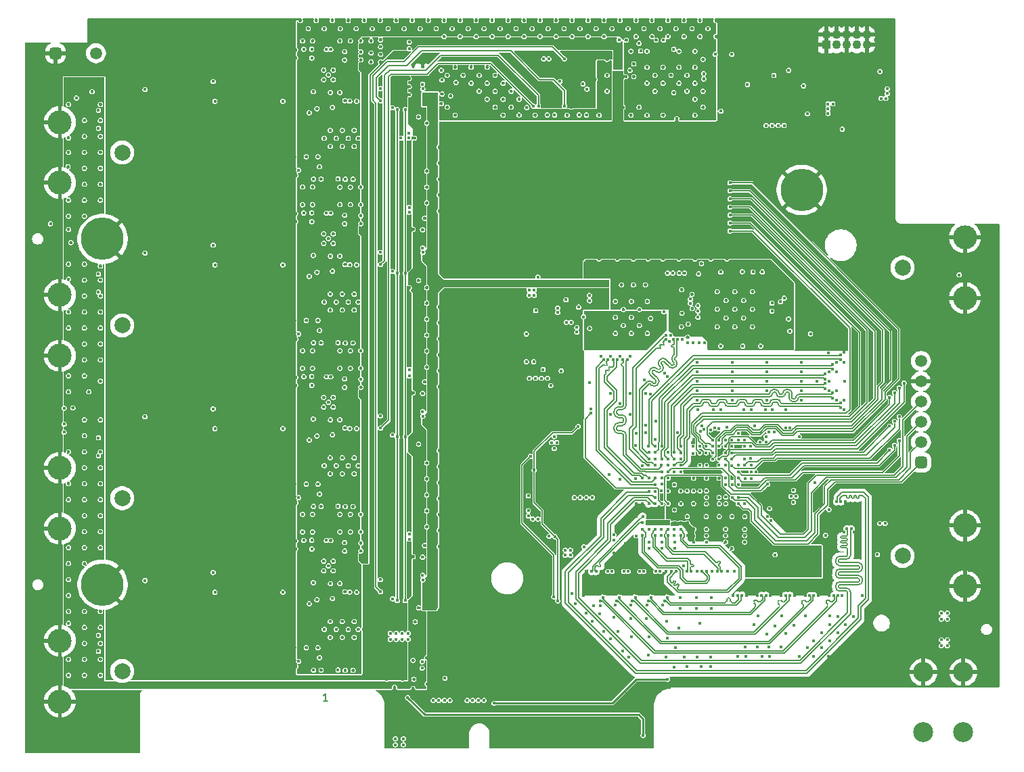
<source format=gbr>
%TF.GenerationSoftware,KiCad,Pcbnew,9.0.0*%
%TF.CreationDate,2025-04-15T16:43:56-04:00*%
%TF.ProjectId,Thunderscope_Rev5,5468756e-6465-4727-9363-6f70655f5265,rev?*%
%TF.SameCoordinates,Original*%
%TF.FileFunction,Copper,L4,Inr*%
%TF.FilePolarity,Positive*%
%FSLAX46Y46*%
G04 Gerber Fmt 4.6, Leading zero omitted, Abs format (unit mm)*
G04 Created by KiCad (PCBNEW 9.0.0) date 2025-04-15 16:43:56*
%MOMM*%
%LPD*%
G01*
G04 APERTURE LIST*
G04 Aperture macros list*
%AMRoundRect*
0 Rectangle with rounded corners*
0 $1 Rounding radius*
0 $2 $3 $4 $5 $6 $7 $8 $9 X,Y pos of 4 corners*
0 Add a 4 corners polygon primitive as box body*
4,1,4,$2,$3,$4,$5,$6,$7,$8,$9,$2,$3,0*
0 Add four circle primitives for the rounded corners*
1,1,$1+$1,$2,$3*
1,1,$1+$1,$4,$5*
1,1,$1+$1,$6,$7*
1,1,$1+$1,$8,$9*
0 Add four rect primitives between the rounded corners*
20,1,$1+$1,$2,$3,$4,$5,0*
20,1,$1+$1,$4,$5,$6,$7,0*
20,1,$1+$1,$6,$7,$8,$9,0*
20,1,$1+$1,$8,$9,$2,$3,0*%
G04 Aperture macros list end*
%ADD10C,0.200000*%
%TA.AperFunction,NonConductor*%
%ADD11C,0.200000*%
%TD*%
%TA.AperFunction,ComponentPad*%
%ADD12C,2.000000*%
%TD*%
%TA.AperFunction,ComponentPad*%
%ADD13C,3.000000*%
%TD*%
%TA.AperFunction,ComponentPad*%
%ADD14R,1.090000X1.090000*%
%TD*%
%TA.AperFunction,ComponentPad*%
%ADD15C,1.090000*%
%TD*%
%TA.AperFunction,ComponentPad*%
%ADD16C,2.500000*%
%TD*%
%TA.AperFunction,ComponentPad*%
%ADD17RoundRect,0.375000X-0.375000X-0.375000X0.375000X-0.375000X0.375000X0.375000X-0.375000X0.375000X0*%
%TD*%
%TA.AperFunction,ComponentPad*%
%ADD18C,1.500000*%
%TD*%
%TA.AperFunction,ComponentPad*%
%ADD19C,5.300000*%
%TD*%
%TA.AperFunction,ComponentPad*%
%ADD20RoundRect,0.375000X0.375000X-0.375000X0.375000X0.375000X-0.375000X0.375000X-0.375000X-0.375000X0*%
%TD*%
%TA.AperFunction,ViaPad*%
%ADD21C,0.406400*%
%TD*%
%TA.AperFunction,Conductor*%
%ADD22C,0.203200*%
%TD*%
%TA.AperFunction,Conductor*%
%ADD23C,0.127000*%
%TD*%
%TA.AperFunction,Conductor*%
%ADD24C,0.147890*%
%TD*%
%TA.AperFunction,Conductor*%
%ADD25C,0.254000*%
%TD*%
%TA.AperFunction,Conductor*%
%ADD26C,0.152400*%
%TD*%
G04 APERTURE END LIST*
D10*
D11*
X125194577Y-143320819D02*
X124623149Y-143320819D01*
X124908863Y-143320819D02*
X124908863Y-142320819D01*
X124908863Y-142320819D02*
X124813625Y-142463676D01*
X124813625Y-142463676D02*
X124718387Y-142558914D01*
X124718387Y-142558914D02*
X124623149Y-142606533D01*
D12*
%TO.N,/CH3/BNC_IN*%
%TO.C,J1002_3*%
X99476095Y-117878600D03*
D13*
%TO.N,GND*%
X91676095Y-121678600D03*
X91676095Y-114078600D03*
%TD*%
D12*
%TO.N,/CH2/BNC_IN*%
%TO.C,J1002_2*%
X99476095Y-96228600D03*
D13*
%TO.N,GND*%
X91676095Y-100028600D03*
X91676095Y-92428600D03*
%TD*%
D12*
%TO.N,/CH4/BNC_IN*%
%TO.C,J1002_4*%
X99476095Y-139528600D03*
D13*
%TO.N,GND*%
X91676095Y-143328600D03*
X91676095Y-135728600D03*
%TD*%
D14*
%TO.N,GND*%
%TO.C,J3*%
X187561095Y-61088600D03*
D15*
X187561095Y-59818600D03*
%TO.N,/TS-PCIe Components/REFINOUT2*%
X188831095Y-61088600D03*
%TO.N,GND*%
X188831095Y-59818600D03*
X190101095Y-61088600D03*
X190101095Y-59818600D03*
%TO.N,/TS-PCIe Components/SYNC2*%
X191371095Y-61088600D03*
%TO.N,GND*%
X191371095Y-59818600D03*
X192641095Y-61088600D03*
X192641095Y-59818600D03*
%TD*%
D12*
%TO.N,/TS-USB4 Components/SYNC1*%
%TO.C,J2*%
X197101095Y-125103600D03*
D13*
%TO.N,GND*%
X204901095Y-121303600D03*
X204901095Y-128903600D03*
%TD*%
D12*
%TO.N,/CH1/BNC_IN*%
%TO.C,J1002_1*%
X99476095Y-74578600D03*
D13*
%TO.N,GND*%
X91676095Y-78378600D03*
X91676095Y-70778600D03*
%TD*%
D16*
%TO.N,GND*%
%TO.C,J11*%
X199701095Y-147153600D03*
X204701095Y-147153600D03*
X199701095Y-139653600D03*
X204701095Y-139653600D03*
%TD*%
D12*
%TO.N,/TS-USB4 Components/REFINOUT1*%
%TO.C,J1*%
X197101095Y-89003600D03*
D13*
%TO.N,GND*%
X204901095Y-85203600D03*
X204901095Y-92803600D03*
%TD*%
D17*
%TO.N,GND*%
%TO.C,J4*%
X91111095Y-62153600D03*
D18*
%TO.N,Net-(J4-Pad2)*%
X96191095Y-62153600D03*
%TD*%
D19*
%TO.N,GND*%
%TO.C,SO2*%
X97001095Y-85403600D03*
%TD*%
D20*
%TO.N,/FPGA/TMS*%
%TO.C,J5*%
X199401095Y-113403600D03*
D18*
%TO.N,/FPGA/TDI*%
X199401095Y-110863600D03*
%TO.N,/FPGA/TDO*%
X199401095Y-108323600D03*
%TO.N,/FPGA/TCK*%
X199401095Y-105783600D03*
%TO.N,GND*%
X199401095Y-103243600D03*
%TO.N,+3V3*%
X199401095Y-100703600D03*
%TD*%
D19*
%TO.N,GND*%
%TO.C,SO1*%
X184476095Y-79278600D03*
%TD*%
%TO.N,GND*%
%TO.C,SO3*%
X97001095Y-128703600D03*
%TD*%
D21*
%TO.N,GND*%
X177401095Y-136528600D03*
%TO.N,/ADC/+1V8A*%
X157926095Y-92478600D03*
X167701095Y-89678600D03*
X167251095Y-94528600D03*
X157936658Y-93138081D03*
X168351095Y-89678600D03*
%TO.N,/ADC/+1V8D*%
X167255863Y-95544072D03*
X157926095Y-95283610D03*
X157936658Y-95943091D03*
%TO.N,/VCM*%
X137336695Y-108487379D03*
X137336695Y-128987379D03*
X137336695Y-87987379D03*
X137336695Y-67487379D03*
X160126095Y-91153600D03*
%TO.N,/FPGA/MGT_TX0_N*%
X166745943Y-127047870D03*
%TO.N,/FPGA/MGT_TX0_P*%
X166212543Y-127047870D03*
%TO.N,/FPGA/MGT_TX1_N*%
X164745943Y-127047870D03*
%TO.N,/FPGA/MGT_TX1_P*%
X164212543Y-127047870D03*
%TO.N,/FPGA/MGT_TX2_N*%
X162745943Y-127047870D03*
%TO.N,/FPGA/MGT_TX2_P*%
X162212543Y-127047870D03*
%TO.N,/FPGA/MGT_TX3_N*%
X160745943Y-127047870D03*
%TO.N,/FPGA/MGT_TX3_P*%
X160212543Y-127047870D03*
%TO.N,/Clock Generator/ADC_CLK_R_P*%
X170551844Y-92935280D03*
%TO.N,/Clock Generator/ADC_CLK_R_N*%
X170551844Y-93471900D03*
%TO.N,/ACQ and FE Voltage Regs/+5V_R_PGA*%
X134351095Y-72778600D03*
%TO.N,Net-(U18H-VCCADC_0)*%
X170154535Y-116963600D03*
%TO.N,Net-(U20-FB)*%
X180176095Y-120178600D03*
%TO.N,/TRIM_1*%
X154796106Y-68753600D03*
X131801095Y-68103600D03*
%TO.N,/TRIM_2*%
X131801095Y-88603600D03*
X151546106Y-68753600D03*
%TO.N,/TRIM_3*%
X150896106Y-68753600D03*
X131801095Y-109103600D03*
%TO.N,/TRIM_4*%
X131801095Y-129603600D03*
X154796106Y-62853600D03*
%TO.N,/CH4/PGA_BIAS*%
X131776095Y-128078600D03*
%TO.N,+2V5*%
X150426095Y-102853600D03*
X151926095Y-102853600D03*
X167731339Y-113753600D03*
X164541095Y-113783600D03*
X168951095Y-109653600D03*
X166169426Y-110553600D03*
X152676095Y-102853600D03*
X166131095Y-117028600D03*
X151176095Y-102853600D03*
X169351095Y-112953600D03*
X163721095Y-111303600D03*
%TO.N,Net-(D1000_1-K)*%
X102333605Y-66677470D03*
%TO.N,/CH4/OUT_R_N*%
X137076095Y-128098600D03*
%TO.N,/CH4/OUT_R_P*%
X137055645Y-127525600D03*
%TO.N,/FPGA/TCK*%
X167771095Y-118547769D03*
%TO.N,/FPGA/TDI*%
X175771095Y-117798800D03*
%TO.N,/FPGA/TMS*%
X176541095Y-118573600D03*
%TO.N,/FPGA/TDO*%
X176571095Y-117773600D03*
%TO.N,AGND*%
X171751095Y-116978600D03*
X170951095Y-116978600D03*
%TO.N,+3V3*%
X172534779Y-111384431D03*
X181051095Y-109617350D03*
X178076095Y-112903600D03*
X157942015Y-103373600D03*
X166931095Y-116943600D03*
X174931095Y-113773600D03*
X194901095Y-121028600D03*
X187451095Y-122528600D03*
X164771095Y-103063600D03*
X180001095Y-110817350D03*
X171501095Y-106828600D03*
X174961095Y-115363600D03*
X194251095Y-121028600D03*
X180401094Y-109617350D03*
X175761095Y-116173600D03*
X174934779Y-110584431D03*
X176591095Y-109733600D03*
X167745388Y-115377893D03*
X178151095Y-106828600D03*
X166226095Y-108228600D03*
X177356802Y-118577893D03*
X174376095Y-106803600D03*
X180001095Y-110167350D03*
X182451095Y-109053600D03*
X183026095Y-109053600D03*
%TO.N,+1V8*%
X166957395Y-116103600D03*
X150276095Y-120078600D03*
X150826095Y-120478600D03*
X172551095Y-113753600D03*
X155551095Y-124378600D03*
X155551095Y-125028600D03*
X169334779Y-114584431D03*
X151476095Y-120478600D03*
X154901095Y-124378600D03*
X154901095Y-125028600D03*
X171751095Y-113753600D03*
X174141095Y-113763600D03*
X150276095Y-119428600D03*
%TO.N,+1V2_MGT*%
X156031076Y-117788599D03*
X158281076Y-117788599D03*
X160976095Y-123128600D03*
X156781076Y-117788599D03*
X165401095Y-124133600D03*
X163769426Y-122582416D03*
X167001095Y-124133601D03*
X157531076Y-117788599D03*
X168481095Y-122513600D03*
X168567411Y-123347769D03*
X160976095Y-122453600D03*
%TO.N,+1V0*%
X182001095Y-126403600D03*
X183201095Y-126403600D03*
X170951095Y-119353600D03*
X171751095Y-118578600D03*
X170151094Y-118578600D03*
X185601095Y-126403600D03*
X183801095Y-125803600D03*
X185001095Y-125803600D03*
X171751095Y-115378600D03*
X173351095Y-120163600D03*
X173351095Y-115378599D03*
X167751095Y-116175160D03*
X182601095Y-125803600D03*
X170151095Y-115378600D03*
X174161095Y-116143600D03*
X169351095Y-117778601D03*
X174171095Y-116993600D03*
X174951093Y-120163600D03*
X184401095Y-126403600D03*
X174951094Y-120963600D03*
X186201095Y-125803600D03*
X168571095Y-118553600D03*
X176551094Y-120163600D03*
X173351095Y-118578600D03*
X170160155Y-117767526D03*
X168551095Y-116978600D03*
%TO.N,+1V0_MGT*%
X166151095Y-120953600D03*
X166967411Y-120963600D03*
X167767411Y-120953600D03*
X165351095Y-120963600D03*
%TO.N,-5V*%
X173476648Y-69403081D03*
X127351095Y-65103600D03*
X125076105Y-69103590D03*
X125501105Y-68428590D03*
X124751095Y-94303600D03*
X121551095Y-94603600D03*
X127351095Y-126603600D03*
X124487875Y-69091610D03*
X172811648Y-68728081D03*
X121551095Y-74103600D03*
X121551095Y-135603600D03*
X121551095Y-115103600D03*
X125501105Y-109428590D03*
X172811648Y-69403081D03*
X129026095Y-77928600D03*
X125501105Y-129928590D03*
X129026095Y-139428600D03*
X124751095Y-73803600D03*
X125076105Y-110103590D03*
X129026095Y-118928600D03*
X124487875Y-110091610D03*
X124487875Y-89591610D03*
X169766061Y-70313562D03*
X125076105Y-130603590D03*
X125076105Y-89603590D03*
X127351095Y-85603600D03*
X125501105Y-88928590D03*
X127351095Y-106103600D03*
X124487875Y-130591610D03*
X124751095Y-135303600D03*
X124751095Y-114803600D03*
X129026095Y-98428600D03*
%TO.N,+VBIAS*%
X129376095Y-84503600D03*
X161571095Y-63763600D03*
X129376095Y-64003600D03*
X129376095Y-125503600D03*
X129376095Y-105003600D03*
%TO.N,+3V3_PGA*%
X137226095Y-72778600D03*
X135626095Y-90578600D03*
X159626095Y-66328600D03*
X135626095Y-111078600D03*
X135626095Y-70078600D03*
X135626095Y-131578600D03*
X159626095Y-63628600D03*
X136716105Y-72778600D03*
X93051095Y-66303600D03*
%TO.N,+1V8APLL*%
X179351095Y-98828600D03*
X178384472Y-89533786D03*
X177101095Y-98828600D03*
X177051095Y-89503600D03*
X174351095Y-89553600D03*
X171501095Y-94453600D03*
X171501095Y-93756043D03*
X174351095Y-98828600D03*
X171501095Y-95203600D03*
X185576095Y-97278600D03*
%TO.N,+5V3*%
X182851095Y-64283600D03*
X194276095Y-64428600D03*
X175741075Y-62278600D03*
%TO.N,-VBIAS*%
X127926095Y-109131864D03*
X127926095Y-88631864D03*
X127926095Y-129631864D03*
X168466083Y-61633600D03*
X127926095Y-68131864D03*
%TO.N,/Front End Trim and Bias/TRIM_SCL*%
X176534779Y-113773600D03*
%TO.N,/Front End Trim and Bias/TRIM_SCL_5V*%
X152846106Y-62853600D03*
X157126095Y-65978600D03*
%TO.N,/Front End Trim and Bias/TRIM_SDA*%
X178171095Y-113743600D03*
%TO.N,/Front End Trim and Bias/TRIM_SDA_5V*%
X152196106Y-62853600D03*
X157626095Y-66628600D03*
%TO.N,Net-(D1000_2-K)*%
X102333605Y-87177470D03*
%TO.N,Net-(D1000_3-K)*%
X102333605Y-107677470D03*
%TO.N,Net-(D1000_4-K)*%
X102333605Y-128177470D03*
%TO.N,/CH4/DC_CPLn*%
X121551095Y-138303600D03*
%TO.N,/ADC/ADC_CSn*%
X155001095Y-93028600D03*
X177334779Y-110563600D03*
%TO.N,/ADC/ADC_RSTn*%
X156576095Y-93953600D03*
%TO.N,/ADC/ADC_PD*%
X157201095Y-95153600D03*
%TO.N,/FPGA/MGT_RX0_N*%
X174437048Y-127032880D03*
X167741095Y-122553600D03*
%TO.N,/FPGA/MGT_RX0_P*%
X167738595Y-121753600D03*
X173903648Y-127032880D03*
%TO.N,/FPGA/MGT_RX1_N*%
X164528595Y-122553600D03*
X172537048Y-127032880D03*
%TO.N,/FPGA/MGT_RX1_P*%
X172003648Y-127032880D03*
X164538595Y-121753600D03*
%TO.N,/FPGA/MGT_RX2_N*%
X170645943Y-127032880D03*
X166121095Y-122546100D03*
%TO.N,/FPGA/MGT_RX2_P*%
X170112543Y-127032880D03*
X166138595Y-121753600D03*
%TO.N,/FPGA/MGT_RX3_N*%
X168745943Y-127032880D03*
X169338595Y-122536100D03*
%TO.N,/FPGA/MGT_RX3_P*%
X169338595Y-121743600D03*
X168212543Y-127032880D03*
%TO.N,Net-(U7-RSTN)*%
X179551095Y-89528600D03*
%TO.N,/Clock Generator/PLL_RSTn*%
X196676095Y-110653600D03*
X174934779Y-112984431D03*
%TO.N,/FPGA/FPGA IO Banks/PLL_SCL*%
X181826095Y-93278600D03*
X195476095Y-111853600D03*
X176541295Y-114577600D03*
%TO.N,/FPGA/FPGA IO Banks/PLL_SDA*%
X182301095Y-92828600D03*
X176561095Y-115373600D03*
X196076095Y-111253600D03*
%TO.N,+1V8_ACQ*%
X171626095Y-98428600D03*
X172326095Y-98428600D03*
X156336084Y-97078600D03*
X156336084Y-96478600D03*
X155031076Y-95838599D03*
X155631076Y-95838599D03*
X170926095Y-98428600D03*
%TO.N,/Clock Generator/AC0*%
X180751095Y-93453600D03*
%TO.N,/Clock Generator/TEST*%
X180751095Y-94453600D03*
%TO.N,Net-(U18D-INIT_B_0)*%
X176599138Y-116165557D03*
%TO.N,Net-(U18D-PROGRAM_B_0)*%
X174967395Y-116156004D03*
%TO.N,/TERM_1*%
X175501095Y-80378600D03*
X173334779Y-112984431D03*
%TO.N,/TERM_2*%
X175501095Y-84403600D03*
X171731095Y-112201200D03*
%TO.N,/TERM_3*%
X171789883Y-109509900D03*
%TO.N,/TERM_4*%
X178719557Y-114578838D03*
%TO.N,/ATTEN_1*%
X175501095Y-79378600D03*
X174134779Y-110584431D03*
%TO.N,/ATTEN_2*%
X175501095Y-82403600D03*
X173334779Y-111384431D03*
%TO.N,/ATTEN_3*%
X172273578Y-109285050D03*
%TO.N,/ATTEN_4*%
X178171095Y-115413600D03*
%TO.N,/PGA_CSn_1*%
X133301095Y-68963600D03*
X174934779Y-111384431D03*
X195476095Y-105253600D03*
%TO.N,/PGA_CSn_2*%
X133301095Y-89463600D03*
X173334779Y-110584431D03*
X175501095Y-81403600D03*
%TO.N,/PGA_CSn_3*%
X175734779Y-110584431D03*
X133301095Y-109963600D03*
%TO.N,/PGA_CSn_4*%
X177371095Y-115383600D03*
X133301095Y-130463600D03*
%TO.N,/CH4/BUF_R_BIAS*%
X125531285Y-128561160D03*
%TO.N,/DC_CPL_1*%
X175501095Y-78378600D03*
X174134779Y-111384431D03*
%TO.N,/DC_CPL_2*%
X173334779Y-112184431D03*
X175501095Y-83403600D03*
%TO.N,/DC_CPL_3*%
X174144695Y-109200212D03*
%TO.N,/DC_CPL_4*%
X178151183Y-114585200D03*
%TO.N,/ADC/ADC_SDATA*%
X153951095Y-94053600D03*
X175734779Y-111384431D03*
%TO.N,/ADC/ADC_SCLK*%
X177331095Y-111383600D03*
X153951095Y-94608403D03*
%TO.N,GND*%
X111451095Y-125103600D03*
X150266100Y-110153599D03*
X206126095Y-90903600D03*
X134126095Y-133353600D03*
X117283705Y-99398390D03*
X114631075Y-108641100D03*
X140126095Y-120903600D03*
X166951095Y-117763600D03*
X105876115Y-132003600D03*
X171301095Y-130353600D03*
X113081095Y-75266100D03*
X192126095Y-86903600D03*
X195391095Y-122873600D03*
X156726095Y-141753600D03*
X118690965Y-104478600D03*
X166932764Y-121753600D03*
X108901095Y-68553600D03*
X126715705Y-140403600D03*
X101449095Y-103098380D03*
X103551095Y-96753600D03*
X152556076Y-123343599D03*
X188126095Y-80903600D03*
X99751096Y-79553600D03*
X120141005Y-126853600D03*
X125276095Y-126353590D03*
X162491073Y-65078602D03*
X122031095Y-122103590D03*
X101451095Y-69753590D03*
X144126095Y-76903600D03*
X89751095Y-83253600D03*
X148326095Y-88903600D03*
X144926095Y-121903600D03*
X205126095Y-89903600D03*
X185976095Y-137728600D03*
X109116025Y-106078600D03*
X146126095Y-116903600D03*
X120141005Y-104478600D03*
X192126095Y-90903600D03*
X90251095Y-105553600D03*
X105349095Y-81098380D03*
X119951095Y-136203600D03*
X130615705Y-118403600D03*
X96751095Y-124053600D03*
X108091095Y-135328600D03*
X155751074Y-60053600D03*
X170151095Y-114553600D03*
X179126095Y-75903600D03*
X134376095Y-120653600D03*
X139501095Y-67253600D03*
X145126095Y-117903600D03*
X144326095Y-88903600D03*
X89751095Y-133053600D03*
X158126095Y-68728600D03*
X106751050Y-59053600D03*
X158626095Y-65403600D03*
X207126095Y-115903600D03*
X104251095Y-98477480D03*
X101451095Y-89003590D03*
X193026095Y-87803600D03*
X163126095Y-71903600D03*
X91751096Y-85853620D03*
X92751096Y-94553600D03*
X159426095Y-85903600D03*
X112861095Y-103543600D03*
X156126095Y-84903600D03*
X146751070Y-59053600D03*
X177201095Y-106828600D03*
X112251095Y-123433600D03*
X125501095Y-112803600D03*
X138126095Y-133353600D03*
X152076095Y-114203600D03*
X174134779Y-112184431D03*
X172126095Y-66903600D03*
X101451095Y-112003600D03*
X98751096Y-98553600D03*
X108091095Y-73828600D03*
X125876095Y-125753590D03*
X131801095Y-124728600D03*
X99751096Y-143053600D03*
X188126095Y-74903600D03*
X114326095Y-82468610D03*
X153076095Y-138503600D03*
X140551092Y-146553600D03*
X141126095Y-99903600D03*
X200413413Y-124229630D03*
X92401095Y-64753600D03*
X89501095Y-115053600D03*
X92751095Y-126053600D03*
X208751095Y-126803600D03*
X147326095Y-121903600D03*
X180552598Y-130051806D03*
X91751095Y-75753600D03*
X137051095Y-104753600D03*
X134376095Y-86828600D03*
X202501095Y-103503600D03*
X158526095Y-142053600D03*
X166921095Y-122549707D03*
X186126095Y-72903600D03*
X148126095Y-78903600D03*
X142126095Y-72903600D03*
X110601095Y-96803600D03*
X150776095Y-129903600D03*
X194026095Y-117528600D03*
X124676095Y-64253590D03*
X202126095Y-86903600D03*
X126713695Y-101598380D03*
X133376095Y-111653600D03*
X90512500Y-87292196D03*
X184426095Y-94253600D03*
X100401095Y-136703600D03*
X104049095Y-104603600D03*
X102826105Y-138878600D03*
X97751046Y-58053600D03*
X109901095Y-103103382D03*
X146126095Y-133353600D03*
X153291095Y-107353600D03*
X94751095Y-120053600D03*
X99751095Y-103053600D03*
X92751095Y-140053600D03*
X123283705Y-99398390D03*
X196126095Y-84903600D03*
X120783695Y-78898390D03*
X120141005Y-66853600D03*
X182476095Y-106828600D03*
X111581085Y-77466100D03*
X133286485Y-71803600D03*
X159344387Y-100127183D03*
X147026095Y-73903600D03*
X169126095Y-79903600D03*
X105926085Y-126603600D03*
X159926095Y-84903600D03*
X173101095Y-137753600D03*
X99751095Y-99403600D03*
X104331115Y-106116100D03*
X101449095Y-106098380D03*
X89751095Y-89553600D03*
X124676095Y-125753590D03*
X171376095Y-127032880D03*
X113081095Y-118466100D03*
X106501075Y-138866100D03*
X140126095Y-64903600D03*
X116081115Y-95766100D03*
X130611095Y-90253590D03*
X145326095Y-83903600D03*
X179126095Y-77903600D03*
X160926095Y-85880615D03*
X145126095Y-65903600D03*
X188126095Y-88903600D03*
X89751095Y-125053600D03*
X129337025Y-124482400D03*
X182126095Y-74903600D03*
X173267200Y-127032880D03*
X135651095Y-148753600D03*
X109116025Y-126578600D03*
X163767411Y-118547769D03*
X115901095Y-70803600D03*
X208751095Y-140803600D03*
X151026095Y-77903600D03*
X120781095Y-122103590D03*
X207126095Y-87903600D03*
X102826105Y-77378600D03*
X133376095Y-117653600D03*
X102751095Y-99403600D03*
X92751096Y-96553600D03*
X137576095Y-99453600D03*
X153501095Y-62853600D03*
X190126095Y-82903600D03*
X117581125Y-77466100D03*
X163169145Y-95228600D03*
X157176095Y-130103600D03*
X113081095Y-93541100D03*
X91751095Y-87553600D03*
X178126095Y-68903600D03*
X170126095Y-64903600D03*
X161126095Y-69903600D03*
X96751096Y-96553600D03*
X123281105Y-101603590D03*
X129313695Y-81098380D03*
X99751095Y-121053600D03*
X133286485Y-74303600D03*
X160726095Y-137753600D03*
X187909592Y-130051806D03*
X199148682Y-117503600D03*
X89501095Y-69803600D03*
X111901085Y-90217950D03*
X124151095Y-117353600D03*
X117283705Y-78898390D03*
X191126095Y-87903600D03*
X153331076Y-120578599D03*
X173101095Y-139003600D03*
X144326095Y-124903600D03*
X206826095Y-97353600D03*
X113081095Y-134541100D03*
X131726095Y-75103600D03*
X142326095Y-126903600D03*
X200126095Y-90903600D03*
X188126095Y-94903600D03*
X99751095Y-123053600D03*
X126715705Y-78903600D03*
X140126095Y-114903600D03*
X182126095Y-88903600D03*
X91751095Y-95553600D03*
X126701105Y-67053590D03*
X170176095Y-120963600D03*
X116033695Y-99398390D03*
X121201095Y-118453600D03*
X116031095Y-60603590D03*
X102876095Y-115928600D03*
X101451095Y-132503600D03*
X193476095Y-120278600D03*
X104376105Y-70503600D03*
X172126095Y-82903600D03*
X150126095Y-126903600D03*
X133376095Y-97353600D03*
X102749095Y-82598380D03*
X106301095Y-86753600D03*
X96751096Y-76553600D03*
X100751098Y-144053600D03*
X172551096Y-118578600D03*
X159226095Y-136753600D03*
X107051095Y-70103600D03*
X108886115Y-128521700D03*
X101451095Y-90253590D03*
X206413413Y-132229630D03*
X131726095Y-76603600D03*
X185751089Y-60053600D03*
X107401095Y-62483600D03*
X199413413Y-129429630D03*
X151126095Y-132353600D03*
X112861095Y-62543600D03*
X180091095Y-100828600D03*
X148126095Y-98903600D03*
X170951095Y-118553600D03*
X114326095Y-61968610D03*
X192276095Y-133628600D03*
X153006076Y-99003599D03*
X174151095Y-115378600D03*
X154126095Y-78903600D03*
X165126095Y-73903600D03*
X192026095Y-82903600D03*
X105926085Y-106103600D03*
X177358597Y-120176100D03*
X98751095Y-114053600D03*
X136551095Y-90604200D03*
X121168055Y-62728110D03*
X104051095Y-99403600D03*
X110301095Y-104603600D03*
X164126095Y-72903600D03*
X191051095Y-106328600D03*
X201413413Y-123229630D03*
X174138595Y-117766100D03*
X147126095Y-67903600D03*
X98751096Y-76553600D03*
X171126095Y-79903600D03*
X208751095Y-86803600D03*
X184126095Y-82903600D03*
X188126095Y-82903600D03*
X109751052Y-58053600D03*
X134376095Y-116653600D03*
X194126095Y-98903600D03*
X149126095Y-89903600D03*
X96751095Y-136053600D03*
X132376095Y-114653600D03*
X103176085Y-128478600D03*
X194751094Y-61053600D03*
X136751065Y-59053600D03*
X127001095Y-73803600D03*
X120783695Y-140398390D03*
X151026095Y-145653600D03*
X119176095Y-138966100D03*
X101451095Y-138903600D03*
X101451095Y-137403600D03*
X148126095Y-106903600D03*
X179126095Y-71903600D03*
X126701105Y-108053590D03*
X122501095Y-136603600D03*
X152126095Y-72903600D03*
X110301095Y-63603600D03*
X107401095Y-123983600D03*
X168676095Y-136553600D03*
X191751093Y-58053600D03*
X88751095Y-98553600D03*
X128013695Y-101598380D03*
X88751095Y-96553600D03*
X116226045Y-129128600D03*
X105349095Y-123598380D03*
X143026095Y-87903600D03*
X180126095Y-86903600D03*
X146326095Y-122903600D03*
X129001095Y-93303600D03*
X147126095Y-63903600D03*
X161326095Y-83903600D03*
X156751075Y-59053600D03*
X91751095Y-67753600D03*
X164326095Y-82903600D03*
X147026095Y-83903600D03*
X120141005Y-109353600D03*
X145126095Y-79903600D03*
X94751096Y-82553600D03*
X94751095Y-116053600D03*
X155576095Y-138503600D03*
X141126095Y-97903600D03*
X117281105Y-101603590D03*
X207626095Y-139803600D03*
X135965306Y-140553600D03*
X131726095Y-111653600D03*
X187126095Y-73903600D03*
X97751096Y-91553600D03*
X102749095Y-125103600D03*
X87751095Y-81753600D03*
X208753000Y-133303600D03*
X107366095Y-88553600D03*
X171126095Y-73903600D03*
X149026095Y-85903600D03*
X147126095Y-130103600D03*
X188126095Y-78903600D03*
X116226045Y-85078600D03*
X98751045Y-61053601D03*
X98751095Y-110053600D03*
X130611095Y-132503600D03*
X100023887Y-69853600D03*
X175761095Y-102028600D03*
X95751099Y-149053600D03*
X94751095Y-138053600D03*
X105101095Y-139477480D03*
X92751095Y-138053600D03*
X201413413Y-131229630D03*
X94751096Y-70553600D03*
X146026095Y-72903600D03*
X130611095Y-71003600D03*
X133376095Y-65328600D03*
X170126095Y-70903600D03*
X120141005Y-131353600D03*
X128801105Y-68153600D03*
X185126095Y-60903600D03*
X152326095Y-76903600D03*
X149126095Y-71903600D03*
X142126095Y-96903600D03*
X200551095Y-109603600D03*
X145751070Y-58053600D03*
X133751064Y-58053600D03*
X119176095Y-118466100D03*
X148126095Y-108903600D03*
X194376095Y-74903600D03*
X113716095Y-83078610D03*
X139401095Y-68453600D03*
X165361095Y-121763600D03*
X162976095Y-107398600D03*
X109661105Y-108803600D03*
X120641095Y-74103600D03*
X98251095Y-64253600D03*
X107001095Y-128653600D03*
X113716095Y-62578610D03*
X91751095Y-119053600D03*
X127376095Y-77928600D03*
X91751095Y-83553600D03*
X160576095Y-104728600D03*
X184826095Y-89603600D03*
X130615705Y-119903600D03*
X178126095Y-74903600D03*
X155626095Y-65903600D03*
X119251095Y-108603600D03*
X155126095Y-81903600D03*
X105876115Y-134203600D03*
X154126095Y-72903600D03*
X184431095Y-103228600D03*
X152326095Y-137453600D03*
X193476095Y-123103600D03*
X118596065Y-72841100D03*
X197276095Y-102853600D03*
X151126095Y-63903600D03*
X195751095Y-62053600D03*
X192476095Y-134728600D03*
X174921095Y-64263600D03*
X141126095Y-111903600D03*
X135851095Y-142503600D03*
X169126095Y-77903600D03*
X137051095Y-125253600D03*
X151751073Y-58053600D03*
X137551092Y-147553600D03*
X161126095Y-71903600D03*
X118596065Y-134341100D03*
X173126095Y-71903600D03*
X176126095Y-70903600D03*
X115911095Y-62543600D03*
X156326095Y-133453600D03*
X196076095Y-110653600D03*
X137551095Y-137878600D03*
X127001095Y-135303600D03*
X113251095Y-63603600D03*
X172226095Y-64703600D03*
X135376095Y-127828600D03*
X139126095Y-75903600D03*
X201413413Y-127229630D03*
X111281105Y-101603590D03*
X184751089Y-59053600D03*
X90751095Y-138053600D03*
X87751095Y-129703600D03*
X131726095Y-113653600D03*
X160526095Y-135503600D03*
X164126095Y-74903600D03*
X177126095Y-73903600D03*
X104376105Y-111503600D03*
X135376095Y-79853600D03*
X192026095Y-78903600D03*
X104049095Y-62098380D03*
X176126095Y-76903600D03*
X104049095Y-82598380D03*
X187879295Y-102028924D03*
X91751095Y-65753600D03*
X111901085Y-131217950D03*
X195126095Y-99903600D03*
X89551095Y-61753600D03*
X117095995Y-124966100D03*
X101451095Y-149053600D03*
X89501095Y-77753600D03*
X194376095Y-82903600D03*
X118801095Y-62526101D03*
X118596065Y-93341100D03*
X110386125Y-108021700D03*
X101475276Y-147048212D03*
X88751095Y-94553600D03*
X152126095Y-84903600D03*
X111001095Y-131993590D03*
X207126095Y-107903600D03*
X147326095Y-81903600D03*
X182526095Y-134803600D03*
X155326095Y-134453600D03*
X144126095Y-102903600D03*
X189126095Y-95903600D03*
X129001095Y-72803600D03*
X189126095Y-89903600D03*
X187976095Y-135728600D03*
X189026095Y-91803600D03*
X134376095Y-98353600D03*
X201126095Y-91903600D03*
X90751095Y-88553600D03*
X111281105Y-81103590D03*
X187126095Y-65903600D03*
X108876105Y-115938610D03*
X90751095Y-140053600D03*
X182751088Y-59053600D03*
X148126095Y-68903600D03*
X194376095Y-80903600D03*
X183526095Y-133803600D03*
X154751074Y-59053600D03*
X146126095Y-108903600D03*
X108091095Y-94328600D03*
X191276095Y-116428600D03*
X161776095Y-106013600D03*
X198526095Y-124103600D03*
X116081115Y-118466100D03*
X105951085Y-77977480D03*
X172541095Y-123373601D03*
X163126095Y-73903600D03*
X102749095Y-104603600D03*
X167476095Y-127047870D03*
X116851095Y-102881099D03*
X111581085Y-97966100D03*
X131776095Y-87853600D03*
X192026095Y-88803600D03*
X160555777Y-100127183D03*
X130615705Y-135753600D03*
X127001095Y-94303600D03*
X174941095Y-123353600D03*
X163226095Y-77903600D03*
X98751095Y-106053600D03*
X103701095Y-97866100D03*
X88751095Y-104553600D03*
X104051095Y-78903600D03*
X109701095Y-111503600D03*
X196076095Y-114203600D03*
X208751095Y-128803600D03*
X135376095Y-65328600D03*
X121051095Y-95603600D03*
X101449095Y-84098380D03*
X132376095Y-112653600D03*
X187226095Y-129153600D03*
X120783695Y-99398390D03*
X175126095Y-75903600D03*
X115301095Y-82433600D03*
X137576095Y-115453600D03*
X113251095Y-104603600D03*
X185126095Y-83903600D03*
X161626095Y-143378600D03*
X207326095Y-119903600D03*
X130613695Y-122098380D03*
X101451095Y-131253590D03*
X108781095Y-60603590D03*
X126251095Y-134303600D03*
X162126095Y-70903600D03*
X175451095Y-68253600D03*
X191126095Y-95903600D03*
X153126095Y-81903600D03*
X87751095Y-69753600D03*
X103551095Y-76253600D03*
X167126095Y-77903600D03*
X113036105Y-88153600D03*
X156026095Y-144503600D03*
X188626095Y-123153600D03*
X89751095Y-79553600D03*
X199308587Y-122429630D03*
X104376105Y-74928600D03*
X113081095Y-73041100D03*
X127376095Y-118928600D03*
X104049095Y-101598380D03*
X106651105Y-114803600D03*
X187126095Y-83903600D03*
X180191100Y-118392349D03*
X106651105Y-73803600D03*
X199887515Y-120954234D03*
X131801095Y-81828600D03*
X119251095Y-129103600D03*
X197951095Y-103888600D03*
X165169145Y-93228600D03*
X87751095Y-67753600D03*
X185826095Y-88603600D03*
X143126095Y-65903600D03*
X108751051Y-59053600D03*
X208751095Y-84803600D03*
X204576095Y-108303600D03*
X194376095Y-76903600D03*
X102749095Y-60598380D03*
X188976095Y-134728600D03*
X167126095Y-63903600D03*
X142751068Y-59053600D03*
X203413413Y-123229630D03*
X190026095Y-90803600D03*
X105101095Y-98477480D03*
X208751095Y-104803600D03*
X140126095Y-116903600D03*
X141126095Y-79903600D03*
X87751095Y-73753600D03*
X145126095Y-101903600D03*
X99751096Y-91553600D03*
X97751096Y-97553600D03*
X186976095Y-134728600D03*
X114783695Y-140398390D03*
X155626095Y-67403600D03*
X116851095Y-83021099D03*
X96751096Y-98553600D03*
X146126095Y-139353600D03*
X116081115Y-136766100D03*
X155026095Y-132253600D03*
X158681076Y-119628599D03*
X207126095Y-89903600D03*
X162169145Y-96228600D03*
X141126095Y-95903600D03*
X188626095Y-121903600D03*
X175761095Y-105628600D03*
X131726095Y-77903600D03*
X122031095Y-60603590D03*
X135376095Y-126828600D03*
X92751095Y-130053600D03*
X184851095Y-97253600D03*
X147126095Y-79903600D03*
X137051095Y-63753600D03*
X140126095Y-102903600D03*
X183751088Y-60053600D03*
X191726095Y-118528600D03*
X180091095Y-104428600D03*
X96751095Y-116053600D03*
X90751095Y-124053600D03*
X184126095Y-84903600D03*
X103551095Y-137753600D03*
X130615705Y-97903600D03*
X170163595Y-120166100D03*
X139126095Y-95903600D03*
X169126095Y-71903600D03*
X114251095Y-131217950D03*
X141751068Y-58053600D03*
X160126095Y-62903600D03*
X150901095Y-123578600D03*
X189126095Y-77903600D03*
X199126095Y-96078600D03*
X96751096Y-100553600D03*
X184126095Y-86903600D03*
X145701095Y-148753600D03*
X192011095Y-130103600D03*
X94751095Y-132053600D03*
X128013695Y-122098380D03*
X134376095Y-118653600D03*
X139381665Y-85987320D03*
X142126095Y-74903600D03*
X130615705Y-78903600D03*
X162126095Y-74903600D03*
X154026095Y-147053600D03*
X184431095Y-100828600D03*
X155126095Y-75903600D03*
X98751095Y-104053600D03*
X144126095Y-64903600D03*
X91751095Y-133053600D03*
X175751084Y-60053600D03*
X159476095Y-127047870D03*
X105926085Y-65103600D03*
X141126095Y-63903600D03*
X95701095Y-66953600D03*
X161726095Y-115503600D03*
X146126095Y-104903600D03*
X110031095Y-60603590D03*
X139381665Y-84787320D03*
X128501095Y-135303600D03*
X114781095Y-122103590D03*
X191976095Y-136728600D03*
X204576095Y-115803600D03*
X134376095Y-108328600D03*
X166963971Y-119363600D03*
X168126095Y-80903600D03*
X158681076Y-120953599D03*
X188829295Y-100832599D03*
X123951095Y-116103600D03*
X90512500Y-130592196D03*
X124361095Y-98403600D03*
X137551092Y-145553600D03*
X135376095Y-128828600D03*
X101451095Y-140403600D03*
X117095995Y-104466100D03*
X88751095Y-76753600D03*
X142126095Y-112903600D03*
X120781095Y-81103590D03*
X168751081Y-59053600D03*
X169751082Y-58053600D03*
X184326095Y-98399601D03*
X137576095Y-101453600D03*
X144126095Y-94903600D03*
X139126095Y-77903600D03*
X101451095Y-115403600D03*
X197571269Y-119803600D03*
X148026095Y-143003600D03*
X175167200Y-127032880D03*
X148126095Y-94903600D03*
X110851095Y-103103382D03*
X142126095Y-116903600D03*
X157951095Y-96603600D03*
X194851095Y-116428600D03*
X173201095Y-131703600D03*
X107401095Y-82983600D03*
X163426095Y-87903600D03*
X173751084Y-58053600D03*
X194151095Y-112478600D03*
X119176095Y-75253600D03*
X133551092Y-139553600D03*
X111751053Y-58053600D03*
X118801095Y-82386101D03*
X163836118Y-129837363D03*
X146326095Y-82903600D03*
X120141005Y-87353600D03*
X148776095Y-131903600D03*
X92751096Y-82553600D03*
X114751054Y-59053600D03*
X135376095Y-115653600D03*
X102876095Y-113703600D03*
X173908095Y-96403590D03*
X102876095Y-132003600D03*
X196676095Y-103453600D03*
X156176095Y-148453600D03*
X118366095Y-131841100D03*
X208751095Y-100803600D03*
X153126095Y-75903600D03*
X165126095Y-69903600D03*
X130613695Y-123598380D03*
X170776095Y-94128600D03*
X169524208Y-98003600D03*
X136126095Y-133353600D03*
X98601095Y-67753600D03*
X112751053Y-59053600D03*
X144126095Y-72903600D03*
X188976095Y-132728600D03*
X90751095Y-80553600D03*
X104049095Y-84103600D03*
X170226095Y-98428600D03*
X201413413Y-125229630D03*
X116081115Y-116266100D03*
X187926095Y-90703600D03*
X90751095Y-102553600D03*
X197078508Y-116420227D03*
X142126095Y-64903600D03*
X197701095Y-117503600D03*
X151126095Y-134353600D03*
X150076095Y-141503600D03*
X155726095Y-129853600D03*
X145126095Y-131903600D03*
X199413413Y-131229630D03*
X175008045Y-93103590D03*
X115751095Y-113853600D03*
X101451095Y-99403600D03*
X89751095Y-101553600D03*
X92751095Y-124053600D03*
X89751095Y-87553600D03*
X114781095Y-81103590D03*
X181126095Y-73903600D03*
X177126095Y-83903600D03*
X191476095Y-109528600D03*
X198126095Y-84903600D03*
X163926095Y-80903600D03*
X103551095Y-117253600D03*
X167676095Y-135403600D03*
X172126095Y-70903600D03*
X125501095Y-92303600D03*
X108926085Y-93203600D03*
X176476095Y-137731100D03*
X194413413Y-132229630D03*
X110031095Y-81103590D03*
X171126095Y-69903600D03*
X102876095Y-111503600D03*
X117001095Y-93353600D03*
X121168055Y-124228110D03*
X125276095Y-85353590D03*
X104376105Y-93203600D03*
X143126095Y-113903600D03*
X135376095Y-86828600D03*
X143126095Y-107903600D03*
X181909592Y-130053600D03*
X189126095Y-79903600D03*
X195476095Y-111253600D03*
X116033695Y-119898390D03*
X139381665Y-64287320D03*
X192751095Y-114203600D03*
X154951095Y-109203600D03*
X109661105Y-88303600D03*
X128751061Y-59053600D03*
X150151095Y-102153600D03*
X187879295Y-103228276D03*
X142126095Y-94903600D03*
X168601095Y-124133601D03*
X162051095Y-137053600D03*
X115301095Y-102933600D03*
X131726095Y-115653600D03*
X180126095Y-134903600D03*
X173401095Y-106828600D03*
X94751095Y-126053600D03*
X139126095Y-111903600D03*
X104376105Y-115928600D03*
X105876115Y-113703600D03*
X147126095Y-125703600D03*
X157526095Y-143053600D03*
X124676095Y-84753590D03*
X173126095Y-83903600D03*
X105151095Y-112578600D03*
X178126095Y-78903600D03*
X141126095Y-129903600D03*
X174126095Y-76903600D03*
X178126095Y-64903600D03*
X96751096Y-74553600D03*
X175231072Y-65503599D03*
X172551095Y-115378600D03*
X171431095Y-105628600D03*
X131726095Y-93353600D03*
X190976095Y-137728600D03*
X143126095Y-77903600D03*
X94751096Y-74553600D03*
X157482391Y-127047870D03*
X196413413Y-130229630D03*
X200551095Y-112138600D03*
X180091095Y-105628600D03*
X174991095Y-118553600D03*
X172126095Y-78903600D03*
X124361095Y-139403600D03*
X165126095Y-75903600D03*
X207126095Y-91903600D03*
X141126095Y-121903600D03*
X110426095Y-113703600D03*
X183751089Y-58053600D03*
X169126095Y-83903600D03*
X129315705Y-140403600D03*
X87751095Y-95553600D03*
X139126095Y-123903600D03*
X94751096Y-88553600D03*
X101451095Y-119903600D03*
X115301095Y-61933600D03*
X191476095Y-135728600D03*
X130613695Y-104228600D03*
X107751051Y-58053600D03*
X179490228Y-137731100D03*
X97751098Y-145053600D03*
X179126095Y-73903600D03*
X105876115Y-91003600D03*
X152126095Y-74903600D03*
X101451095Y-118403600D03*
X87751095Y-149503600D03*
X186552598Y-130053600D03*
X149076095Y-142503600D03*
X135876095Y-125203600D03*
X168126095Y-84903600D03*
X146026095Y-84903600D03*
X140126095Y-92903600D03*
X158681076Y-122278599D03*
X114581105Y-93541100D03*
X184901095Y-115092350D03*
X105151095Y-133078600D03*
X119176095Y-95753600D03*
X96751095Y-112053600D03*
X101451095Y-97903600D03*
X155681095Y-120953600D03*
X124151095Y-76353600D03*
X159126095Y-69903600D03*
X164126095Y-76903600D03*
X202126095Y-90903600D03*
X120141005Y-106353600D03*
X183126095Y-87903600D03*
X113081095Y-97966100D03*
X197951095Y-101348600D03*
X150026095Y-137253600D03*
X159726095Y-138753600D03*
X169126095Y-85903600D03*
X157126095Y-79903600D03*
X102826105Y-97878600D03*
X176108045Y-94203590D03*
X107651095Y-89453600D03*
X89501095Y-135053600D03*
X194376095Y-78903600D03*
X113081095Y-114041100D03*
X137576095Y-95453600D03*
X91751095Y-105553600D03*
X105926085Y-85603600D03*
X151651095Y-148753600D03*
X207176095Y-111853600D03*
X165126095Y-77903600D03*
X135376095Y-87828600D03*
X111581085Y-73041100D03*
X103701095Y-118366100D03*
X137576095Y-117453600D03*
X133376095Y-126828600D03*
X167126095Y-75903600D03*
X195544754Y-121004115D03*
X196701095Y-113124601D03*
X184901095Y-115942350D03*
X108901095Y-123988602D03*
X168126095Y-64903600D03*
X169476095Y-91753600D03*
X87751095Y-147053600D03*
X114581105Y-138966100D03*
X110426095Y-134203600D03*
X137751066Y-58053600D03*
X107376125Y-134203600D03*
X134376095Y-78853600D03*
X184526095Y-92503600D03*
X111441135Y-108503600D03*
X106651105Y-94303600D03*
X105351095Y-140403600D03*
X134376095Y-65328600D03*
X133326095Y-79853600D03*
X102751095Y-140403600D03*
X120141005Y-88853600D03*
X131801095Y-104228600D03*
X158101095Y-106678600D03*
X97751095Y-135053600D03*
X151076095Y-140503600D03*
X154576095Y-139503600D03*
X88751095Y-92553600D03*
X124676095Y-85953590D03*
X111441135Y-129003600D03*
X182651095Y-68028600D03*
X192126095Y-92903600D03*
X90751095Y-66553600D03*
X110851095Y-123603382D03*
X128501095Y-114803600D03*
X158026095Y-147053600D03*
X144751069Y-59053600D03*
X196126095Y-94903600D03*
X118690965Y-83978600D03*
X199901095Y-116386973D03*
X104049095Y-122098380D03*
X135376095Y-95353600D03*
X171126095Y-85903600D03*
X120141005Y-128353600D03*
X172226095Y-65353600D03*
X108901095Y-109553600D03*
X179126095Y-63903600D03*
X163116072Y-131269837D03*
X146126095Y-64903600D03*
X185726095Y-129153600D03*
X116851095Y-103521099D03*
X189651095Y-116428600D03*
X120251095Y-137853600D03*
X195751095Y-58053600D03*
X111581085Y-136766100D03*
X148126095Y-110903600D03*
X117606085Y-91591100D03*
X156076095Y-135503600D03*
X156026095Y-143053600D03*
X90751095Y-73053600D03*
X160126095Y-76903600D03*
X154101095Y-120953600D03*
X117581125Y-95766100D03*
X165576095Y-95353600D03*
X160026095Y-147053600D03*
X148126095Y-64903600D03*
X192601095Y-111153600D03*
X160626095Y-144378600D03*
X160126095Y-74903600D03*
X102876095Y-95428600D03*
X178308095Y-94203590D03*
X118801095Y-83026101D03*
X125569898Y-123163600D03*
X175126095Y-85903600D03*
X130613695Y-83728600D03*
X92751096Y-68553600D03*
X194126095Y-100903600D03*
X208751095Y-108803600D03*
X137576095Y-119453600D03*
X121168055Y-83228110D03*
X130611095Y-130003580D03*
X108783695Y-119898390D03*
X126701105Y-87553590D03*
X171751083Y-58053600D03*
X99751045Y-62053601D03*
X87749134Y-132256334D03*
X116033695Y-140398390D03*
X89401095Y-143053600D03*
X111641095Y-83043600D03*
X165276095Y-83903600D03*
X118801095Y-102886101D03*
X146026095Y-88903600D03*
X111281105Y-122103590D03*
X88751095Y-100553600D03*
X171431095Y-102028600D03*
X153126095Y-73903600D03*
X208751095Y-112803600D03*
X162751078Y-59053600D03*
X98751096Y-90553600D03*
X87751095Y-79753600D03*
X203413413Y-127229630D03*
X204576095Y-103803600D03*
X165126095Y-61903600D03*
X142326095Y-106903600D03*
X105876115Y-136428600D03*
X89751095Y-111053600D03*
X195751095Y-64053600D03*
X97651095Y-67853600D03*
X143326095Y-105903600D03*
X160026095Y-145653600D03*
X150126095Y-62903600D03*
X149026095Y-147053600D03*
X145126095Y-103903600D03*
X108886115Y-67021700D03*
X157126095Y-85903600D03*
X162926095Y-79903600D03*
X94751095Y-122053600D03*
X157126095Y-75903600D03*
X204576095Y-105303600D03*
X150126095Y-72903600D03*
X162981071Y-64293602D03*
X161476095Y-127047870D03*
X192126095Y-98903600D03*
X162427467Y-123555509D03*
X192926095Y-73903600D03*
X141126095Y-75903600D03*
X150101095Y-124378600D03*
X89751095Y-73753600D03*
X173126095Y-87903600D03*
X145126095Y-105903600D03*
X139126095Y-103903600D03*
X130615705Y-99403600D03*
X170201095Y-122503600D03*
X102736145Y-65128600D03*
X127376095Y-98428600D03*
X146126095Y-76903600D03*
X181151095Y-68028600D03*
X151026095Y-144253600D03*
X135401095Y-75103600D03*
X204413413Y-124229630D03*
X204301095Y-118253600D03*
X88751095Y-112053600D03*
X171126095Y-81903600D03*
X162026095Y-82903600D03*
X168126095Y-82903600D03*
X101451095Y-145053600D03*
X165276095Y-87903600D03*
X196076095Y-107653600D03*
X165116072Y-131269837D03*
X117095995Y-83966100D03*
X98751095Y-134053600D03*
X175761095Y-120158599D03*
X105349095Y-62098380D03*
X134376095Y-87828600D03*
X117606085Y-71091100D03*
X132551092Y-142553600D03*
X111251095Y-86703600D03*
X165751098Y-147053600D03*
X187126095Y-67903600D03*
X122031095Y-101603590D03*
X176151095Y-78903600D03*
X93751095Y-63753600D03*
X187976095Y-133728600D03*
X88751095Y-80753600D03*
X100401095Y-132053600D03*
X87751095Y-121053600D03*
X106501085Y-97866100D03*
X140126095Y-98903600D03*
X160576095Y-107398600D03*
X207126095Y-93903600D03*
X161426095Y-87903600D03*
X143126095Y-111903600D03*
X99751096Y-77553600D03*
X120251095Y-96853600D03*
X175126095Y-83903600D03*
X110033695Y-119898390D03*
X156131076Y-100478600D03*
X184431095Y-104428600D03*
X145126095Y-97903600D03*
X96751095Y-138053600D03*
X92751095Y-128053600D03*
X197413413Y-123229630D03*
X178126095Y-72903600D03*
X183191095Y-114042350D03*
X116851095Y-82381099D03*
X90512500Y-126803600D03*
X170951095Y-113753600D03*
X121168055Y-103728110D03*
X148126095Y-114903600D03*
X110851095Y-62103382D03*
X114581105Y-118466100D03*
X110710995Y-126566100D03*
X110376095Y-115928600D03*
X99751047Y-58053600D03*
X174751084Y-59053600D03*
X108781095Y-122103590D03*
X111581085Y-93541100D03*
X105349095Y-82598380D03*
X159126095Y-81903600D03*
X200551095Y-114578600D03*
X92751095Y-133553600D03*
X131801095Y-63228600D03*
X169367410Y-120947769D03*
X107651095Y-109953600D03*
X141126095Y-101903600D03*
X122871095Y-131093600D03*
X142126095Y-70903600D03*
X154951095Y-107603600D03*
X108901095Y-89053600D03*
X97751095Y-102203600D03*
X102876095Y-93203600D03*
X141126095Y-69903600D03*
X104251095Y-118977480D03*
X180126095Y-82903600D03*
X131726095Y-95353600D03*
X191601095Y-68828600D03*
X197126095Y-86009900D03*
X97751095Y-115053600D03*
X128013695Y-81098380D03*
X116031095Y-81103590D03*
X141126095Y-91903600D03*
X121201095Y-138953600D03*
X175126095Y-79903600D03*
X141551092Y-147553600D03*
X147326095Y-71903600D03*
X94751096Y-76553600D03*
X113856085Y-94641100D03*
X205089999Y-135303600D03*
X126715705Y-119903600D03*
X149126095Y-67903600D03*
X94751095Y-62753600D03*
X154126095Y-82903600D03*
X132376095Y-116653600D03*
X100451095Y-98553600D03*
X163126095Y-69903600D03*
X139126095Y-93903600D03*
X88751095Y-62753600D03*
X164169145Y-94228600D03*
X169126095Y-87903600D03*
X135376095Y-113653600D03*
X133376095Y-87828600D03*
X164926105Y-91153600D03*
X153751073Y-60053600D03*
X164176095Y-148453600D03*
X154226095Y-141753600D03*
X200551095Y-104518600D03*
X205351095Y-118253600D03*
X105151095Y-94303600D03*
X140536095Y-128643600D03*
X160751077Y-59053600D03*
X197126095Y-96078600D03*
X120141005Y-90353600D03*
X207176095Y-118253600D03*
X94751095Y-110053600D03*
X131726095Y-91353600D03*
X88751095Y-72753600D03*
X152126095Y-70903600D03*
X139381665Y-105287320D03*
X181901095Y-136528600D03*
X152126095Y-82903600D03*
X97751094Y-69853600D03*
X115901095Y-111803600D03*
X114326095Y-102968610D03*
X150266100Y-110903599D03*
X194413413Y-130229630D03*
X124676095Y-106453590D03*
X137301095Y-62303600D03*
X167476095Y-137753600D03*
X130613695Y-82598380D03*
X202413413Y-138229630D03*
X194126095Y-92903600D03*
X178126095Y-80903600D03*
X142126095Y-110903600D03*
X186126095Y-86903600D03*
X194676095Y-119803600D03*
X128501095Y-94303600D03*
X183126095Y-73903600D03*
X158426095Y-84903600D03*
X95751045Y-58053600D03*
X144126095Y-130903600D03*
X94751096Y-100553600D03*
X138351094Y-139953600D03*
X120141005Y-85853600D03*
X140326095Y-88903600D03*
X181126095Y-133903600D03*
X133126095Y-132353600D03*
X90751095Y-94553600D03*
X123841095Y-110083600D03*
X199413413Y-123229630D03*
X207413413Y-129229630D03*
X162326095Y-84903600D03*
X114631075Y-88141100D03*
X198526095Y-116403600D03*
X206676095Y-116753600D03*
X143326095Y-85903600D03*
X108876105Y-95438610D03*
X89501095Y-121053600D03*
X198323682Y-118653600D03*
X97751096Y-77553600D03*
X91751095Y-131053600D03*
X107001095Y-108153600D03*
X162978557Y-100127183D03*
X196751095Y-83713600D03*
X171431095Y-104428600D03*
X133376095Y-115653600D03*
X155126095Y-87903600D03*
X192026095Y-76903600D03*
X107376125Y-95428600D03*
X139126095Y-73903600D03*
X173126095Y-73903600D03*
X107366095Y-129553600D03*
X146326095Y-70903600D03*
X131776095Y-108353600D03*
X202501095Y-105428600D03*
X180126095Y-72903600D03*
X110601095Y-117303600D03*
X130613695Y-62098380D03*
X161169145Y-93228600D03*
X111581085Y-116266100D03*
X187126095Y-87903600D03*
X170934779Y-122584431D03*
X184431095Y-105628600D03*
X149126095Y-134353600D03*
X131801095Y-82778600D03*
X116033695Y-78898390D03*
X137576095Y-121453600D03*
X115751095Y-93353600D03*
X132551092Y-144553600D03*
X191126095Y-77903600D03*
X152276095Y-145653600D03*
X183426095Y-68403600D03*
X87751095Y-93553600D03*
X107521055Y-85591100D03*
X170947655Y-115380025D03*
X164926095Y-81903600D03*
X151326095Y-138453600D03*
X114251095Y-110717950D03*
X163769425Y-120182416D03*
X184126095Y-74903600D03*
X138551092Y-146553600D03*
X114581105Y-97966100D03*
X168501095Y-139034900D03*
X97751096Y-81553600D03*
X158226095Y-137753600D03*
X185751090Y-58053600D03*
X140126095Y-78903600D03*
X119951095Y-95203600D03*
X185376095Y-110209900D03*
X195851095Y-80053600D03*
X113716095Y-124078610D03*
X174126095Y-72903600D03*
X208751095Y-110803600D03*
X120141005Y-65353600D03*
X129315705Y-78903600D03*
X93751095Y-61753600D03*
X97751045Y-62053601D03*
X88751095Y-124053600D03*
X178526095Y-133703600D03*
X140126095Y-74903600D03*
X110710995Y-65066100D03*
X193476095Y-136728600D03*
X89751095Y-119053600D03*
X129315705Y-119903600D03*
X110376095Y-74928600D03*
X158501095Y-135578600D03*
X137576095Y-97453600D03*
X189501095Y-137728600D03*
X189776704Y-122132743D03*
X207413413Y-125229630D03*
X148751071Y-59053600D03*
X139481665Y-65487320D03*
X95751044Y-60053600D03*
X123841095Y-89583600D03*
X108301105Y-70078600D03*
X120781095Y-101603590D03*
X189779295Y-100831951D03*
X191076095Y-66678600D03*
X104049095Y-81098380D03*
X146056095Y-80903600D03*
X162151095Y-148453600D03*
X131726095Y-119653600D03*
X201226095Y-85978600D03*
X146126095Y-114903600D03*
X180191100Y-117642349D03*
X133376095Y-99353600D03*
X168567411Y-120947769D03*
X97751096Y-75553600D03*
X101449095Y-85598380D03*
X145126095Y-111903600D03*
X103176085Y-87478600D03*
X153736095Y-114453600D03*
X101451095Y-135903600D03*
X118690965Y-63478600D03*
X151126095Y-79903600D03*
X123281105Y-122103590D03*
X91751095Y-97553600D03*
X194126095Y-84903600D03*
X163769426Y-123382416D03*
X182042598Y-128253600D03*
X196992341Y-120987488D03*
X185042598Y-128253600D03*
X108901095Y-103488602D03*
X177476095Y-137731100D03*
X91751095Y-117053600D03*
X204576095Y-99303600D03*
X185976095Y-135728600D03*
X113036105Y-108653600D03*
X117283705Y-140398390D03*
X130615705Y-137403600D03*
X159276095Y-131303600D03*
X186126095Y-84903600D03*
X111441135Y-88003600D03*
X109201095Y-84103600D03*
X152971044Y-125638549D03*
X96751096Y-94553600D03*
X143126095Y-121903600D03*
X116226045Y-64578600D03*
X184976095Y-132603600D03*
X131801095Y-60478600D03*
X90751095Y-132053600D03*
X174126095Y-78903600D03*
X117821015Y-108616100D03*
X171126095Y-83903600D03*
X199126095Y-86009900D03*
X175231072Y-66103599D03*
X126751060Y-59053600D03*
X153331076Y-121328599D03*
X145326095Y-123903600D03*
X144126095Y-120903600D03*
X88751095Y-110053600D03*
X189779295Y-105628924D03*
X202413413Y-126229630D03*
X97751095Y-123053600D03*
X104376105Y-91003600D03*
X114581105Y-136766100D03*
X128351095Y-118928600D03*
X159751076Y-60053600D03*
X89751095Y-63753600D03*
X116376105Y-133203600D03*
X108876105Y-74938610D03*
X198701095Y-127978600D03*
X205978595Y-136203600D03*
X142126095Y-133353600D03*
X194126095Y-90903600D03*
X143126095Y-63903600D03*
X137576094Y-80903600D03*
X153081095Y-106653600D03*
X141126095Y-73903600D03*
X123951095Y-136603600D03*
X156131076Y-99003599D03*
X174976456Y-117720639D03*
X94751096Y-98553600D03*
X202203761Y-122429630D03*
X139126095Y-115903600D03*
X148326095Y-141453600D03*
X153961095Y-88553600D03*
X99023887Y-70553600D03*
X88751095Y-118053600D03*
X143126095Y-79903600D03*
X120141005Y-68353600D03*
X143126095Y-71903600D03*
X107651095Y-68953600D03*
X142126095Y-108903600D03*
X145026095Y-71903600D03*
X162326095Y-80903600D03*
X150126095Y-70903600D03*
X117581125Y-97966100D03*
X111581085Y-118466100D03*
X152076095Y-112603600D03*
X111581085Y-95766100D03*
X135376095Y-99653600D03*
X191776095Y-122403600D03*
X152851095Y-66653600D03*
X170751095Y-92328600D03*
X119176095Y-77466100D03*
X120251095Y-117353600D03*
X192926095Y-75903600D03*
X92751095Y-62753600D03*
X151126095Y-87903600D03*
X99901095Y-83553600D03*
X164126095Y-60903600D03*
X163201095Y-135278600D03*
X172126095Y-80903600D03*
X165751098Y-143053600D03*
X114783695Y-99398390D03*
X177542598Y-130053600D03*
X89751095Y-145053600D03*
X188829295Y-102031951D03*
X144126095Y-108903600D03*
X143126095Y-75903600D03*
X149326095Y-140453600D03*
X101449095Y-81098380D03*
X96751095Y-122053600D03*
X99751095Y-131053600D03*
X181451095Y-113628600D03*
X138351095Y-138353600D03*
X186542598Y-128253600D03*
X208751095Y-92803600D03*
X127751095Y-113803600D03*
X123281105Y-60603590D03*
X111001095Y-111493590D03*
X89751095Y-137053600D03*
X119415985Y-64603600D03*
X98751095Y-124053600D03*
X121051095Y-75103600D03*
X115901095Y-91303600D03*
X198439928Y-120970861D03*
X94751096Y-90553600D03*
X111001095Y-70493590D03*
X189126095Y-93903600D03*
X159126095Y-71903600D03*
X173326412Y-109784167D03*
X120141005Y-63478600D03*
X178976095Y-132603600D03*
X137576095Y-113453600D03*
X100401095Y-137953600D03*
X130611095Y-110753590D03*
X101449095Y-82598380D03*
X175126095Y-71903600D03*
X186126095Y-74903600D03*
X165326095Y-137503600D03*
X104049095Y-125103600D03*
X99023887Y-65153600D03*
X171751082Y-60053600D03*
X194376095Y-72903600D03*
X94551095Y-64753600D03*
X172126095Y-72903600D03*
X175231072Y-64903599D03*
X135551092Y-145553600D03*
X187751091Y-58053600D03*
X184126095Y-72903600D03*
X135751065Y-58053600D03*
X203413413Y-137229630D03*
X128351095Y-98428600D03*
X117821015Y-67616100D03*
X199026095Y-119803600D03*
X101449095Y-63598380D03*
X92751095Y-102553600D03*
X115751095Y-134353600D03*
X184676095Y-121778600D03*
X154881076Y-120578599D03*
X208751095Y-106803600D03*
X139381665Y-125787320D03*
X140126095Y-72903600D03*
X136551095Y-131604200D03*
X142126095Y-80903600D03*
X123841095Y-130583600D03*
X141026095Y-89903600D03*
X102736145Y-106128600D03*
X116851095Y-62521099D03*
X176126095Y-86903600D03*
X125751060Y-58053600D03*
X123381095Y-87453600D03*
X170126095Y-139003600D03*
X191276095Y-134628600D03*
X125876095Y-105253590D03*
X192926095Y-81903600D03*
X202413413Y-140503600D03*
X148326095Y-72903600D03*
X137301095Y-103303600D03*
X116851095Y-61881099D03*
X151551095Y-62853600D03*
X160426095Y-86903600D03*
X169801095Y-89678600D03*
X151126095Y-85903600D03*
X193576095Y-118728600D03*
X165351095Y-135253600D03*
X127751095Y-72803600D03*
X171576095Y-89778600D03*
X184226095Y-129153600D03*
X146126095Y-102903600D03*
X199413413Y-127229630D03*
X135376095Y-85828600D03*
X116226045Y-105578600D03*
X135851095Y-138178600D03*
X146126095Y-137353600D03*
X114781095Y-101603590D03*
X156761095Y-111653600D03*
X154126095Y-70903600D03*
X148126095Y-116903600D03*
X98751096Y-78553600D03*
X186126095Y-66903600D03*
X108901095Y-102848602D03*
X125569898Y-82163600D03*
X119091115Y-69559200D03*
X140126095Y-112903600D03*
X134376095Y-96353600D03*
X186126095Y-82903600D03*
X149776095Y-96678600D03*
X103176085Y-66978600D03*
X205726095Y-113003600D03*
X205726095Y-105003600D03*
X114251095Y-90217950D03*
X129313695Y-60598380D03*
X195426095Y-126978600D03*
X167116072Y-131269837D03*
X169301095Y-131657745D03*
X125876095Y-106453590D03*
X101449095Y-65098380D03*
X130613695Y-60598380D03*
X146126095Y-74903600D03*
X135876095Y-63703600D03*
X195126095Y-91903600D03*
X190476095Y-136728600D03*
X105349095Y-60598380D03*
X99751095Y-109053600D03*
X117821015Y-105591100D03*
X110301095Y-84103600D03*
X195413413Y-135229630D03*
X196123682Y-119803600D03*
X188776095Y-98653600D03*
X185126095Y-87903600D03*
X119415985Y-85103600D03*
X109661105Y-67803600D03*
X107376125Y-72703600D03*
X184901095Y-114242350D03*
X150326095Y-74903600D03*
X167126095Y-69903600D03*
X157751076Y-58053600D03*
X102876095Y-136428600D03*
X126713695Y-122098380D03*
X169351095Y-116978600D03*
X129326095Y-82478600D03*
X105151095Y-92078600D03*
X178226095Y-129153600D03*
X111451095Y-63603600D03*
X114631075Y-129141100D03*
X188126095Y-76903600D03*
X112251095Y-102933600D03*
X167126095Y-79903600D03*
X166167411Y-119347769D03*
X167126095Y-73903600D03*
X197831095Y-127593600D03*
X170126095Y-66903600D03*
X147126095Y-136353600D03*
X105151095Y-135303600D03*
X187126095Y-81903600D03*
X175899592Y-130053600D03*
X166126095Y-74903600D03*
X117606085Y-132591100D03*
X148326095Y-84903600D03*
X94001095Y-143153600D03*
X129315705Y-99403600D03*
X143126095Y-119903600D03*
X128801105Y-129653600D03*
X111283705Y-119898390D03*
X124151095Y-96853600D03*
X155626095Y-62903600D03*
X143926095Y-122903600D03*
X106501085Y-77366100D03*
X161116072Y-131269837D03*
X160126095Y-78903600D03*
X157576095Y-136503600D03*
X163751078Y-60053600D03*
X108781095Y-101603590D03*
X182001095Y-120178600D03*
X195126095Y-101903600D03*
X113856085Y-135641100D03*
X161526095Y-139053600D03*
X164026095Y-144253600D03*
X204413413Y-136229630D03*
X163076095Y-132928600D03*
X189126095Y-83903600D03*
X96751095Y-140053600D03*
X166271083Y-60498602D03*
X102876095Y-91003600D03*
X165751079Y-60053600D03*
X108301105Y-131578600D03*
X145126095Y-129903600D03*
X177351094Y-122563600D03*
X177126095Y-60903600D03*
X112861095Y-83043600D03*
X179126095Y-85903600D03*
X117606085Y-112091100D03*
X174126095Y-86903600D03*
X194413413Y-128229630D03*
X172126095Y-62903600D03*
X168126095Y-76903600D03*
X149126095Y-129903600D03*
X102876095Y-134203600D03*
X152551095Y-119103600D03*
X94751096Y-72553600D03*
X107051095Y-90603600D03*
X189276095Y-136628600D03*
X197413413Y-129429630D03*
X180751087Y-59053600D03*
X94751093Y-142153600D03*
X144126095Y-78903600D03*
X132751063Y-59053600D03*
X205726095Y-107003600D03*
X177751085Y-60053600D03*
X102749095Y-63603600D03*
X154451095Y-92553600D03*
X119091115Y-90059200D03*
X97751095Y-72203600D03*
X106651105Y-135303600D03*
X193126095Y-89903600D03*
X124751095Y-72803600D03*
X128015705Y-99403600D03*
X98601095Y-66303600D03*
X99023887Y-69153600D03*
X161001095Y-124728600D03*
X87751095Y-71753600D03*
X155126095Y-79903600D03*
X107651095Y-130453600D03*
X192051094Y-63353600D03*
X199413413Y-137229630D03*
X124151095Y-137853600D03*
X180542598Y-128253600D03*
X162026095Y-141053600D03*
X132551092Y-140553600D03*
X193976095Y-134728600D03*
X94751095Y-144053600D03*
X105751050Y-58053600D03*
X94751096Y-80553600D03*
X194476095Y-135728600D03*
X119951095Y-74703600D03*
X149906076Y-99003599D03*
X149026095Y-81903600D03*
X134376095Y-127828600D03*
X107521055Y-106091100D03*
X190126095Y-76903600D03*
X110426095Y-93203600D03*
X148126095Y-96903600D03*
X123281105Y-81103590D03*
X114631075Y-67641100D03*
X158751076Y-59053600D03*
X132376095Y-96353600D03*
X120141005Y-124978600D03*
X130615705Y-94903600D03*
X145126095Y-113903600D03*
X117591105Y-131059200D03*
X170126095Y-84903600D03*
X178909592Y-130051806D03*
X118801095Y-61886101D03*
X135376095Y-97353600D03*
X100401095Y-116053600D03*
X95751095Y-145053600D03*
X194701095Y-106303600D03*
X183126095Y-75903600D03*
X150126095Y-64903600D03*
X184431095Y-102028600D03*
X148026095Y-86903600D03*
X170963971Y-121749194D03*
X152231076Y-99378599D03*
X97751095Y-121053600D03*
X202576095Y-118103600D03*
X145026095Y-85903600D03*
X98751095Y-112053600D03*
X107401095Y-123343600D03*
X195126095Y-87903600D03*
X89751095Y-95553600D03*
X125876095Y-65453590D03*
X105351095Y-99403600D03*
X112251095Y-61933600D03*
X187126095Y-75903600D03*
X97751096Y-95553600D03*
X160126095Y-66903600D03*
X119176095Y-97966100D03*
X114751095Y-130203600D03*
X89751095Y-123053600D03*
X125569898Y-102663600D03*
X89751095Y-117053600D03*
X172551094Y-122563600D03*
X89501095Y-91553600D03*
X114326095Y-123468610D03*
X139126095Y-81903600D03*
X192126095Y-74903600D03*
X162026095Y-147053600D03*
X151026095Y-126328600D03*
X144126095Y-116903600D03*
X174126095Y-74903600D03*
X124751059Y-59053600D03*
X87751095Y-113053600D03*
X188401095Y-114203600D03*
X163026095Y-140053600D03*
X170751082Y-59053600D03*
X156761095Y-110153600D03*
X153576095Y-140503600D03*
X145126095Y-75903600D03*
X166226095Y-80903600D03*
X87751095Y-125053600D03*
X146326095Y-86903600D03*
X110401105Y-130053600D03*
X104376105Y-72703600D03*
X152126095Y-78903600D03*
X154126095Y-74903600D03*
X117591105Y-69559200D03*
X131726095Y-73603600D03*
X188026095Y-92803600D03*
X149151095Y-148453600D03*
X87751095Y-84403600D03*
X112861095Y-124043600D03*
X145126095Y-107903600D03*
X121751058Y-58053600D03*
X136551095Y-111104200D03*
X208751095Y-138803600D03*
X109701095Y-70503600D03*
X185176095Y-136628600D03*
X87751095Y-117053600D03*
X129337025Y-83482400D03*
X195428508Y-118653600D03*
X195851095Y-72053600D03*
X114581105Y-134541100D03*
X191251095Y-123403600D03*
X89751095Y-65753600D03*
X173908095Y-92003590D03*
X129313695Y-101598380D03*
X207126095Y-113903600D03*
X110033695Y-99398390D03*
X104051095Y-140403600D03*
X130611095Y-131253590D03*
X116851095Y-124021099D03*
X109116025Y-65078600D03*
X140126095Y-108903600D03*
X101449095Y-126598380D03*
X110386125Y-67021700D03*
X111451095Y-84103600D03*
X108886115Y-108021700D03*
X182126095Y-72903600D03*
X117001095Y-72853600D03*
X150126095Y-82903600D03*
X165169145Y-97228600D03*
X88751095Y-90553600D03*
X106401095Y-123598380D03*
X151126095Y-65903600D03*
X179126095Y-79903600D03*
X119415985Y-107103600D03*
X108901095Y-82348602D03*
X97751095Y-105053600D03*
X88751095Y-66753600D03*
X109901095Y-123603382D03*
X105349095Y-103098380D03*
X143126095Y-109903600D03*
X130615705Y-77403600D03*
X130615705Y-96403600D03*
X94751095Y-114053600D03*
X145126095Y-63903600D03*
X126715705Y-99403600D03*
X178901095Y-136528600D03*
X161126095Y-75903600D03*
X92751096Y-84203600D03*
X92701095Y-76353600D03*
X87751095Y-109303600D03*
X129326095Y-61978600D03*
X108886115Y-87521700D03*
X131776095Y-65578600D03*
X189126095Y-73903600D03*
X125876095Y-84753590D03*
X133286485Y-75803600D03*
X164026095Y-145653600D03*
X189920998Y-118319950D03*
X145926095Y-120903600D03*
X131926095Y-135103600D03*
X139401095Y-109453600D03*
X174167411Y-118563600D03*
X127001095Y-92303600D03*
X127001095Y-133303600D03*
X126713695Y-60598380D03*
X159126095Y-75903600D03*
X198126095Y-98903600D03*
X88751095Y-102553600D03*
X118366095Y-90841100D03*
X176361095Y-63503600D03*
X131726095Y-72103600D03*
X144126095Y-133353600D03*
X100426095Y-114653600D03*
X168051095Y-97460300D03*
X139401095Y-87753600D03*
X100751047Y-59053600D03*
X143126095Y-117903600D03*
X153751074Y-58053600D03*
X147126095Y-69903600D03*
X111001095Y-90993590D03*
X187126095Y-71903600D03*
X140126095Y-133353600D03*
X98751095Y-108053600D03*
X108901095Y-123348602D03*
X197861000Y-122429630D03*
X96751095Y-132053600D03*
X195851095Y-74053600D03*
X151126095Y-127903600D03*
X171376095Y-137753600D03*
X122501095Y-116103600D03*
X106301095Y-127753600D03*
X154126095Y-131353600D03*
X89751095Y-103553600D03*
X91751095Y-63753600D03*
X146126095Y-130903600D03*
X116376105Y-112703600D03*
X87751095Y-138253600D03*
X131801095Y-102328600D03*
X87751095Y-111053600D03*
X134376095Y-92353600D03*
X105876115Y-111503600D03*
X117821015Y-85091100D03*
X179751086Y-60053600D03*
X89751095Y-67753600D03*
X110081075Y-77466100D03*
X149126095Y-77903600D03*
X162626095Y-142378600D03*
X155126095Y-71903600D03*
X101449095Y-122098380D03*
X92751095Y-118053600D03*
X143126095Y-129903600D03*
X149326095Y-73903600D03*
X195476095Y-108253600D03*
X192951095Y-116428600D03*
X141126095Y-109903600D03*
X202335102Y-119937607D03*
X91751095Y-81553600D03*
X113081095Y-95766100D03*
X148126095Y-122903600D03*
X87751095Y-89553600D03*
X188601095Y-117053600D03*
X130751062Y-59053600D03*
X114783695Y-119898390D03*
X150126095Y-78903600D03*
X145026095Y-89903600D03*
X150126095Y-133353600D03*
X116081115Y-77466100D03*
X170276095Y-96078600D03*
X183126095Y-89903600D03*
X107366095Y-68053600D03*
X122751058Y-59053600D03*
X180126095Y-76903600D03*
X96501095Y-147053600D03*
X171431095Y-103228600D03*
X165276095Y-85903600D03*
X195226095Y-86003600D03*
X133551092Y-141553600D03*
X110401105Y-109553600D03*
X139126095Y-79903600D03*
X162976095Y-104728600D03*
X138351094Y-139153600D03*
X204126095Y-88903600D03*
X157156076Y-120953599D03*
X110033695Y-140398390D03*
X153226095Y-142753600D03*
X176126095Y-72903600D03*
X130613695Y-124728600D03*
X120141005Y-123478600D03*
X167126095Y-85903600D03*
X134376095Y-126828600D03*
X194151095Y-109578600D03*
X189851095Y-114203600D03*
X163026095Y-83903600D03*
X156226095Y-139753600D03*
X151126095Y-71903600D03*
X172563595Y-117766101D03*
X140126095Y-110903600D03*
X130611095Y-109503580D03*
X152026095Y-135253600D03*
X180126095Y-80903600D03*
X145126095Y-93903600D03*
X95751093Y-143053600D03*
X148126095Y-66903600D03*
X101451095Y-68503590D03*
X110031095Y-122103590D03*
X128501095Y-133303600D03*
X104049095Y-63603600D03*
X119415985Y-127603600D03*
X201576095Y-119103600D03*
X175751085Y-58053600D03*
X142126095Y-76903600D03*
X117821015Y-64591100D03*
X183552598Y-130053600D03*
X176531095Y-111383600D03*
X141126095Y-77903600D03*
X167751081Y-58053600D03*
X172126095Y-74903600D03*
X117591105Y-110559200D03*
X166751080Y-59053600D03*
X148126095Y-124903600D03*
X172126095Y-86903600D03*
X143126095Y-131903600D03*
X175451095Y-66753598D03*
X119176095Y-116253600D03*
X191076095Y-67478600D03*
X200756174Y-122429630D03*
X167836118Y-129837363D03*
X178126095Y-86903600D03*
X133376095Y-128828600D03*
X127001095Y-114803600D03*
X172531095Y-120163600D03*
X145126095Y-109903600D03*
X94751095Y-112053600D03*
X114751095Y-109703600D03*
X175008045Y-95303590D03*
X131776095Y-128853600D03*
X139126095Y-101903600D03*
X150681076Y-98628599D03*
X140126095Y-118903600D03*
X170126095Y-80903600D03*
X120141005Y-69853600D03*
X156026095Y-145653600D03*
X169126095Y-73903600D03*
X141126095Y-117903600D03*
X179126095Y-83903600D03*
X110301095Y-125103600D03*
X133376095Y-108328600D03*
X108926085Y-113703600D03*
X179626095Y-68028600D03*
X94751095Y-140053600D03*
X145126095Y-91903600D03*
X106401095Y-82598380D03*
X157076095Y-134503600D03*
X127751061Y-58053600D03*
X116081115Y-75266100D03*
X200126095Y-92903600D03*
X104251095Y-77977480D03*
X110710995Y-85566100D03*
X131801095Y-61328600D03*
X178308095Y-92003590D03*
X176151095Y-80903600D03*
X122033695Y-140398390D03*
X146126095Y-118903600D03*
X151126095Y-73903600D03*
X111251095Y-66203600D03*
X178126095Y-70903600D03*
X102749095Y-62098380D03*
X97751093Y-143053600D03*
X179126095Y-81903600D03*
X100023887Y-66153600D03*
X87751095Y-123053600D03*
X100401095Y-135578600D03*
X191126095Y-101903600D03*
X163471073Y-65078602D03*
X156776095Y-103353600D03*
X101451095Y-116903600D03*
X200413413Y-130229630D03*
X104251095Y-139477480D03*
X97751095Y-117053600D03*
X116376105Y-92203600D03*
X192026095Y-80903600D03*
X117581125Y-136766100D03*
X144126095Y-137903600D03*
X167126095Y-87903600D03*
X97751100Y-149053600D03*
X110033695Y-78898390D03*
X154451095Y-90178600D03*
X90751095Y-76303600D03*
X140126095Y-104903600D03*
X108901095Y-62488602D03*
X196076095Y-104053600D03*
X110081075Y-118466100D03*
X119106095Y-112091100D03*
X96751096Y-72553600D03*
X155751075Y-58053600D03*
X138651095Y-148753600D03*
X171431095Y-100828600D03*
X94751096Y-94553600D03*
X170934779Y-123384431D03*
X92751096Y-88553600D03*
X191126095Y-91903600D03*
X114781095Y-60603590D03*
X171126095Y-75903600D03*
X206451095Y-95853600D03*
X191076095Y-68278600D03*
X180091095Y-103228600D03*
X96751095Y-103203600D03*
X148026095Y-74903600D03*
X166126095Y-64903600D03*
X162126095Y-68903600D03*
X146276095Y-145653600D03*
X156626095Y-62303600D03*
X179503079Y-110358392D03*
X108901095Y-61848602D03*
X108901095Y-130053600D03*
X105513195Y-108153600D03*
X111451095Y-104603600D03*
X119091115Y-110559200D03*
X171126095Y-61903600D03*
X206413413Y-126229630D03*
X162126095Y-72903600D03*
X208751095Y-94803600D03*
X149126095Y-125903600D03*
X188126095Y-72903600D03*
X135851095Y-141703600D03*
X109201095Y-125103600D03*
X200551095Y-101978600D03*
X107401095Y-61843600D03*
X113081095Y-136766100D03*
X129326095Y-123478600D03*
X134376095Y-106328600D03*
X107001095Y-67153600D03*
X124751095Y-134303600D03*
X105349095Y-122098380D03*
X174951094Y-122563600D03*
X155226095Y-140753600D03*
X160526095Y-140053600D03*
X99751096Y-81553600D03*
X148126095Y-70903600D03*
X165226095Y-79903600D03*
X132376095Y-90353600D03*
X91151095Y-147053600D03*
X186711090Y-116892349D03*
X155126095Y-69903600D03*
X89301095Y-105553600D03*
X171876095Y-139003600D03*
X87751095Y-99553600D03*
X141926095Y-124903600D03*
X156176095Y-131103600D03*
X175126095Y-81903600D03*
X110081075Y-97966100D03*
X147126095Y-65903600D03*
X97101095Y-63353600D03*
X127001095Y-71803600D03*
X94751096Y-102553600D03*
X175761095Y-103228600D03*
X169126095Y-63903600D03*
X166126095Y-76903600D03*
X139551092Y-147553600D03*
X88751095Y-122053600D03*
X115751055Y-58053600D03*
X119176095Y-136753600D03*
X119415985Y-66103600D03*
X137576094Y-76903600D03*
X205426095Y-126903600D03*
X160126095Y-64903600D03*
X99751095Y-107053600D03*
X142126095Y-114903600D03*
X130611095Y-69753590D03*
X168126095Y-78903600D03*
X168532764Y-121749784D03*
X116081115Y-97966100D03*
X120783695Y-119898390D03*
X199126095Y-89903600D03*
X96751095Y-88803600D03*
X207126095Y-85903600D03*
X87751095Y-136653600D03*
X120641095Y-94603600D03*
X168126095Y-70903600D03*
X160026095Y-143053600D03*
X113751054Y-58053600D03*
X90751095Y-90303600D03*
X206826095Y-130603600D03*
X191816095Y-70578600D03*
X204576095Y-109803600D03*
X108901095Y-82988602D03*
X176151095Y-82903600D03*
X171126095Y-87903600D03*
X127376095Y-139428600D03*
X193126095Y-99632599D03*
X148126095Y-102903600D03*
X146126095Y-135353600D03*
X99751096Y-89553600D03*
X163751095Y-141278600D03*
X162126095Y-76903600D03*
X198126095Y-96903600D03*
X166967412Y-120163600D03*
X98751095Y-132053600D03*
X102749095Y-81098380D03*
X130611095Y-89003580D03*
X153126095Y-87903600D03*
X191816095Y-69578600D03*
X174126095Y-84903600D03*
X107521055Y-65091100D03*
X93751095Y-145053600D03*
X191026095Y-89803600D03*
X204576095Y-100803600D03*
X183126095Y-60903600D03*
X105349095Y-101598380D03*
X159476095Y-116278600D03*
X145126095Y-99903600D03*
X110376095Y-136428600D03*
X124676095Y-105253590D03*
X181226095Y-129153600D03*
X164567411Y-119347769D03*
X126251095Y-72803600D03*
X197951095Y-109003600D03*
X128013695Y-60598380D03*
X124361095Y-118903600D03*
X87751095Y-103553600D03*
X105101095Y-118977480D03*
X169126095Y-81903600D03*
X141126095Y-71903600D03*
X116376105Y-71703600D03*
X195126095Y-95903600D03*
X191776095Y-124403600D03*
X189751092Y-58053600D03*
X202126095Y-84903600D03*
X140126095Y-122903600D03*
X105951085Y-118977480D03*
X149026095Y-75903600D03*
X186926095Y-91703600D03*
X159726095Y-134553600D03*
X144126095Y-118903600D03*
X170126095Y-82903600D03*
X124751095Y-93303600D03*
X91412500Y-129703600D03*
X135376095Y-119653600D03*
X146126095Y-66903600D03*
X191025486Y-122132743D03*
X139751067Y-58053600D03*
X204576095Y-111303600D03*
X149126095Y-65903600D03*
X91751095Y-103553600D03*
X152556076Y-120953599D03*
X163326095Y-81903600D03*
X164976095Y-104728600D03*
X122033695Y-119898390D03*
X113036105Y-67653600D03*
X141126095Y-103903600D03*
X118596065Y-113841100D03*
X171726095Y-133503600D03*
X181751088Y-58053600D03*
X130615705Y-138903600D03*
X101449095Y-123598380D03*
X105951085Y-139477480D03*
X177751086Y-58053600D03*
X87751095Y-145453600D03*
X171126095Y-65903600D03*
X125876095Y-85953590D03*
X87751095Y-119053600D03*
X172126095Y-84903600D03*
X96751045Y-59053600D03*
X180851095Y-113628600D03*
X87751095Y-142503600D03*
X144126095Y-62903600D03*
X101451095Y-143053600D03*
X147126095Y-75903600D03*
X101451095Y-91503600D03*
X192176095Y-103153600D03*
X154026095Y-133253600D03*
X101449095Y-104598380D03*
X132376095Y-98353600D03*
X184876095Y-95853600D03*
X198126095Y-92903600D03*
X165476095Y-127047870D03*
X131801095Y-83728600D03*
X151451095Y-99003600D03*
X125569898Y-61663600D03*
X131776095Y-86078600D03*
X116081115Y-138966100D03*
X146126095Y-62903600D03*
X148126095Y-118903600D03*
X150266100Y-111653599D03*
X143126095Y-115903600D03*
X197126095Y-99903600D03*
X202126095Y-92903600D03*
X189976095Y-133728600D03*
X208751095Y-130553600D03*
X143126095Y-127903600D03*
X191126095Y-75903600D03*
X118751056Y-59053600D03*
X178308095Y-96403590D03*
X134376095Y-67328600D03*
X93051095Y-85853600D03*
X190976095Y-132728600D03*
X166126095Y-72903600D03*
X202751095Y-83713600D03*
X149026095Y-138253600D03*
X152126095Y-133353600D03*
X111581085Y-134541100D03*
X175761095Y-104428600D03*
X113036105Y-129153600D03*
X166132764Y-120153600D03*
X163426095Y-85903600D03*
X179126095Y-60903600D03*
X165201095Y-148603600D03*
X162169145Y-94228600D03*
X134376095Y-114653600D03*
X196676095Y-110053600D03*
X157126095Y-71903600D03*
X151126095Y-69903600D03*
X92751095Y-116053600D03*
X192126095Y-94903600D03*
X150126095Y-125428600D03*
X139481665Y-126987320D03*
X206276095Y-118253600D03*
X116226045Y-126078600D03*
X117281105Y-122103590D03*
X102736145Y-126628600D03*
X145126095Y-77903600D03*
X180191100Y-116892349D03*
X208751095Y-120803600D03*
X148126095Y-76903600D03*
X148126095Y-135353600D03*
X199401095Y-115327680D03*
X98751095Y-122053600D03*
X169426095Y-96403600D03*
X163426095Y-91153600D03*
X114581105Y-114041100D03*
X175126095Y-60903600D03*
X97751096Y-74003600D03*
X128501095Y-112803600D03*
X117591105Y-90059200D03*
X170126095Y-76903600D03*
X99751101Y-149053600D03*
X151201095Y-93778600D03*
X153126095Y-63903600D03*
X207126095Y-109903600D03*
X208751095Y-124803600D03*
X207326095Y-95853600D03*
X111641095Y-62543600D03*
X105876115Y-70503600D03*
X198126095Y-90903600D03*
X191816095Y-71578600D03*
X133376095Y-85828600D03*
X118690965Y-124978600D03*
X152751073Y-59053600D03*
X165126095Y-63903600D03*
X146126095Y-96903600D03*
X93751098Y-149053600D03*
X150076095Y-68953600D03*
X101449095Y-62098380D03*
X97751095Y-109053600D03*
X134376095Y-128828600D03*
X194301095Y-114203600D03*
X140126095Y-100903600D03*
X196126095Y-92903600D03*
X125276095Y-105853590D03*
X145126095Y-115903600D03*
X204576095Y-112803600D03*
X127001095Y-112803600D03*
X170134779Y-121784431D03*
X89751095Y-141253600D03*
X170226095Y-97703600D03*
X147026095Y-140253600D03*
X102749095Y-84103600D03*
X198126095Y-94903600D03*
X121051095Y-136603600D03*
X153126095Y-132353600D03*
X105513195Y-128653600D03*
X102876095Y-70503600D03*
X196126095Y-100903600D03*
X194751094Y-59053600D03*
X96751096Y-80553600D03*
X208751095Y-102803600D03*
X199126095Y-91903600D03*
X111901085Y-110717950D03*
X158151095Y-148453600D03*
X141026095Y-105903600D03*
X127326095Y-129578600D03*
X125876095Y-64253590D03*
X107051095Y-131603600D03*
X123283705Y-119898390D03*
X98851095Y-82503600D03*
X131776095Y-106578600D03*
X124676095Y-65453590D03*
X189676095Y-64853600D03*
X139501095Y-108253600D03*
X117751056Y-58053600D03*
X149026095Y-145653600D03*
X152231076Y-98628599D03*
X105101095Y-77977480D03*
X90751095Y-116303600D03*
X156126095Y-70903600D03*
X123381095Y-66953600D03*
X114581105Y-77466100D03*
X130611095Y-112003600D03*
X91751095Y-139053600D03*
X133376095Y-106328600D03*
X196253507Y-117503600D03*
X178126095Y-76903600D03*
X181126095Y-71903600D03*
X117581125Y-75266100D03*
X193801095Y-137603600D03*
X111283705Y-99398390D03*
X144026095Y-86903600D03*
X168126095Y-74903600D03*
X158726095Y-139753600D03*
X110851095Y-82603382D03*
X94751096Y-92553600D03*
X107376125Y-93203600D03*
X91412500Y-86403600D03*
X147126095Y-77903600D03*
X117821015Y-126091100D03*
X104331115Y-85616100D03*
X170941095Y-110533600D03*
X90751095Y-68753600D03*
X140551095Y-67478600D03*
X87751095Y-77753600D03*
X190126095Y-80903600D03*
X142126095Y-118903600D03*
X119091115Y-131059200D03*
X129313695Y-122098380D03*
X168551095Y-114563600D03*
X115911095Y-83043600D03*
X194126095Y-103150911D03*
X193126095Y-91903600D03*
X167126095Y-71903600D03*
X205413413Y-125229630D03*
X185126095Y-73903600D03*
X196126095Y-98903600D03*
X200413413Y-126229630D03*
X110386125Y-128521700D03*
X194126095Y-96903600D03*
X116226045Y-88128600D03*
X195413413Y-125229630D03*
X201335102Y-120937607D03*
X88751095Y-78753600D03*
X102749095Y-103098380D03*
X102826105Y-118378600D03*
X106401095Y-62098380D03*
X93301095Y-106553600D03*
X148126095Y-137353600D03*
X164126095Y-68903600D03*
X119106095Y-71091100D03*
X171941095Y-88478600D03*
X166151095Y-112953600D03*
X144126095Y-92903600D03*
X104751049Y-59053600D03*
X133376095Y-67328600D03*
X123283705Y-78898390D03*
X104376105Y-134203600D03*
X167291095Y-102243600D03*
X128801105Y-109153600D03*
X148126095Y-62903600D03*
X175741095Y-124173600D03*
X168846061Y-70313562D03*
X130611095Y-68503580D03*
X195551095Y-89753600D03*
X205726095Y-111003600D03*
X99751098Y-145053600D03*
X87751095Y-133703600D03*
X186711090Y-117642349D03*
X97751095Y-137053600D03*
X133376095Y-127828600D03*
X146126095Y-98903600D03*
X139126095Y-131903600D03*
X123751059Y-58053600D03*
X113081095Y-116266100D03*
X137576095Y-93453600D03*
X119106095Y-91591100D03*
X126701105Y-128553590D03*
X169126095Y-75903600D03*
X183001095Y-96953600D03*
X153126095Y-85903600D03*
X140126095Y-124903600D03*
X133376095Y-119653600D03*
X89751095Y-93553600D03*
X147126095Y-131903600D03*
X123283705Y-140398390D03*
X165126095Y-65903600D03*
X110751052Y-59053600D03*
X106301095Y-107253600D03*
X152076095Y-113403600D03*
X149776095Y-95678600D03*
X180126095Y-84903600D03*
X121168055Y-82229070D03*
X162541083Y-60498602D03*
X123951095Y-95603600D03*
X122501095Y-75103600D03*
X113251095Y-125103600D03*
X135401095Y-75903600D03*
X198413413Y-126229630D03*
X89001095Y-84403600D03*
X94751096Y-78553600D03*
X111251095Y-127703600D03*
X120641095Y-135603600D03*
X191816095Y-73928600D03*
X114581105Y-95766100D03*
X177126095Y-71903600D03*
X139501095Y-128753600D03*
X134376095Y-107328600D03*
X119951095Y-115703600D03*
X111901085Y-69717950D03*
X196413413Y-128229630D03*
X124751095Y-113803600D03*
X161501095Y-134528600D03*
X150026095Y-76903600D03*
X126713695Y-81098380D03*
X192476095Y-137728600D03*
X165836118Y-129837363D03*
X208753000Y-135303600D03*
X108926085Y-72703600D03*
X98601095Y-137953600D03*
X128351095Y-77928600D03*
X115901095Y-132303600D03*
X96951095Y-64753600D03*
X141226095Y-65803600D03*
X99751046Y-60053600D03*
X96751096Y-92553600D03*
X117283705Y-119898390D03*
X167126095Y-65903600D03*
X176108045Y-96403590D03*
X106501085Y-118366100D03*
X130615705Y-74403600D03*
X97751095Y-133053600D03*
X202501095Y-107003600D03*
X163126095Y-75903600D03*
X130615705Y-75903600D03*
X163726095Y-115403600D03*
X188626095Y-124403600D03*
X146126095Y-92903600D03*
X110386125Y-87521700D03*
X109661105Y-129303600D03*
X165551095Y-141978600D03*
X142126095Y-128903600D03*
X196413413Y-122429630D03*
X142026095Y-104903600D03*
X99751095Y-105053600D03*
X142126095Y-130903600D03*
X172126095Y-76903600D03*
X156026095Y-147053600D03*
X146126095Y-100903600D03*
X117581125Y-118466100D03*
X131776095Y-127078600D03*
X131751063Y-58053600D03*
X208751095Y-122803600D03*
X104331115Y-65116100D03*
X120251095Y-76353600D03*
X89751095Y-139053600D03*
X102751095Y-78903600D03*
X171301095Y-131703600D03*
X125501095Y-133303600D03*
X195126095Y-83903600D03*
X114581105Y-75266100D03*
X114783695Y-78898390D03*
X115751095Y-72853600D03*
X107401095Y-102843600D03*
X134751064Y-59053600D03*
X97751095Y-107053600D03*
X141126095Y-81903600D03*
X178126095Y-66903600D03*
X173908095Y-94203590D03*
X110081075Y-138966100D03*
X166951095Y-115349784D03*
X204576095Y-106803600D03*
X178126095Y-82903600D03*
X205726095Y-109003600D03*
X177126095Y-75903600D03*
X120641095Y-115103600D03*
X184206076Y-68028599D03*
X201413413Y-129429630D03*
X142326095Y-86903600D03*
X128015705Y-78903600D03*
X132551092Y-136553600D03*
X117281105Y-60603590D03*
X152776095Y-127903600D03*
X144126095Y-114903600D03*
X164226095Y-78903600D03*
X173126095Y-77903600D03*
X156126095Y-78903600D03*
X200376095Y-85128600D03*
X191126095Y-99632599D03*
X158126095Y-72903600D03*
X144126095Y-126903600D03*
X177208045Y-93103590D03*
X108783695Y-78898390D03*
X122871095Y-69593600D03*
X136041095Y-72778600D03*
X169126095Y-65903600D03*
X106401095Y-103098380D03*
X117095995Y-63466100D03*
X161926095Y-91153600D03*
X93751095Y-67753600D03*
X156126095Y-74903600D03*
X156761095Y-110903600D03*
X139126095Y-97903600D03*
X96751096Y-70553600D03*
X131801095Y-103278600D03*
X200531095Y-107078600D03*
X141651095Y-148753600D03*
X156126095Y-72903600D03*
X129326095Y-102978600D03*
X119415985Y-126103600D03*
X160126095Y-82903600D03*
X182826095Y-95428600D03*
X207126095Y-101903600D03*
X188126095Y-127278600D03*
X131801095Y-122828600D03*
X110401105Y-89053600D03*
X189126095Y-81903600D03*
X178751086Y-59053600D03*
X142026095Y-88903600D03*
X167576095Y-133303600D03*
X173126095Y-75903600D03*
X113251095Y-84103600D03*
X120141005Y-102978600D03*
X190126095Y-94903600D03*
X157911658Y-91818091D03*
X207126095Y-103903600D03*
X87751095Y-127703600D03*
X97726095Y-93528600D03*
X192976095Y-135728600D03*
X120141005Y-61978600D03*
X140126095Y-96903600D03*
X144126095Y-74903600D03*
X131776095Y-67353600D03*
X114581105Y-73041100D03*
X156131076Y-97678599D03*
X157226095Y-138753600D03*
X142126095Y-62903600D03*
X153326095Y-136453600D03*
X102876095Y-72703600D03*
X195751095Y-68053600D03*
X161026095Y-142053600D03*
X193501095Y-130128600D03*
X197126095Y-91903600D03*
X140126095Y-94903600D03*
X139401095Y-88953600D03*
X125501095Y-135303600D03*
X105151095Y-114803600D03*
X183542598Y-128253600D03*
X116226045Y-67628600D03*
X177341095Y-121773601D03*
X176151095Y-84903600D03*
X157726095Y-140753600D03*
X137626095Y-141153600D03*
X94751096Y-96553600D03*
X182726095Y-129153600D03*
X140126095Y-62903600D03*
X132126095Y-133353600D03*
X131726095Y-70603600D03*
X91751095Y-141053600D03*
X102751095Y-119903600D03*
X96751095Y-144053600D03*
X149126095Y-79903600D03*
X96751095Y-108053600D03*
X147126095Y-123903600D03*
X141126095Y-113903600D03*
X184126095Y-88903600D03*
X176751085Y-59053600D03*
X142126095Y-78903600D03*
X194126095Y-94903600D03*
X87751095Y-65753600D03*
X104331115Y-126616100D03*
X162026095Y-145653600D03*
X195851095Y-76053600D03*
X92751096Y-74553600D03*
X142926095Y-123903600D03*
X118366095Y-111341100D03*
X104051095Y-119903600D03*
X168551095Y-116178600D03*
X208751095Y-88803600D03*
X123381095Y-107953600D03*
X98751095Y-120053600D03*
X120751057Y-59053600D03*
X153961096Y-93423600D03*
X98651095Y-136053600D03*
X102876095Y-74928600D03*
X141326095Y-107903600D03*
X148026095Y-82903600D03*
X175126095Y-77903600D03*
X148126095Y-92903600D03*
X140926095Y-125903600D03*
X182151095Y-113342350D03*
X158476095Y-131303600D03*
X103751049Y-58053600D03*
X161767167Y-100127183D03*
X183426095Y-67653600D03*
X111581085Y-75266100D03*
X149126095Y-63903600D03*
X105876115Y-115928600D03*
X172551095Y-114553600D03*
X202413413Y-128229630D03*
X120141005Y-107853600D03*
X90751095Y-64753600D03*
X133376095Y-93353600D03*
X198026095Y-111603600D03*
X188829295Y-104428924D03*
X158301095Y-133303600D03*
X142126095Y-102903600D03*
X127326095Y-109078600D03*
X195413413Y-131229630D03*
X112251095Y-82433600D03*
X147751070Y-60053600D03*
X91751095Y-125053600D03*
X160176095Y-148453600D03*
X180376095Y-136528600D03*
X167719666Y-112159531D03*
X134551092Y-144553600D03*
X179042598Y-128253600D03*
X90751095Y-96553600D03*
X133376095Y-66328600D03*
X108781095Y-81103590D03*
X141026095Y-85903600D03*
X180126095Y-78903600D03*
X152126095Y-64903600D03*
X144126095Y-66903600D03*
X105151095Y-73803600D03*
X198151095Y-115328600D03*
X165751080Y-58053600D03*
X94751095Y-118053600D03*
X127751095Y-134303600D03*
X101451095Y-96403600D03*
X200751094Y-83713600D03*
X200466443Y-119803600D03*
X127326095Y-68078600D03*
X181126095Y-87903600D03*
X146126095Y-94903600D03*
X97751095Y-111053600D03*
X173126095Y-81903600D03*
X169151095Y-89678600D03*
X119415985Y-105603600D03*
X90751095Y-74753600D03*
X188829295Y-105628276D03*
X188426095Y-110078600D03*
X184182522Y-137660027D03*
X157126095Y-73903600D03*
X98751096Y-142153600D03*
X111441135Y-67503600D03*
X153126095Y-65903600D03*
X206126095Y-88903600D03*
X152576095Y-141503600D03*
X189552598Y-130051806D03*
X126251095Y-113803600D03*
X161126095Y-79903600D03*
X90751095Y-110303600D03*
X121168055Y-102729070D03*
X166126095Y-78903600D03*
X128801105Y-88653600D03*
X184909592Y-130053600D03*
X152126095Y-131353600D03*
X175126095Y-87903600D03*
X121168055Y-123229070D03*
X109901095Y-62103382D03*
X162801095Y-137803600D03*
X107366095Y-109053600D03*
X101451095Y-77403600D03*
X145126095Y-127903600D03*
X134376095Y-66328600D03*
X148126095Y-100903600D03*
X208797895Y-118953600D03*
X89001095Y-86403600D03*
X195751095Y-60053600D03*
X102736145Y-85628600D03*
X147751071Y-58053600D03*
X96751096Y-68553600D03*
X127751095Y-93303600D03*
X161926095Y-78903600D03*
X163471071Y-63473602D03*
X130613695Y-101598380D03*
X165076095Y-132928600D03*
X137576094Y-70903600D03*
X169751081Y-60053600D03*
X109201095Y-63603600D03*
X203126095Y-89903600D03*
X185126095Y-85903600D03*
X139126095Y-119903600D03*
X152276095Y-144503600D03*
X87751095Y-63753600D03*
X157556095Y-69873600D03*
X174151095Y-114573600D03*
X205726095Y-103003600D03*
X167126095Y-83903600D03*
X131726095Y-117653600D03*
X139401095Y-129953600D03*
X100023887Y-68153600D03*
X158026095Y-145653600D03*
X104376105Y-95428600D03*
X131801095Y-80878600D03*
X193751094Y-58053600D03*
X164976095Y-108703600D03*
X207001095Y-83713600D03*
X104049095Y-60598380D03*
X89751095Y-75753600D03*
X117281105Y-81103590D03*
X98751098Y-144053600D03*
X200126095Y-94903600D03*
X166126095Y-66903600D03*
X99751045Y-64053601D03*
X145326095Y-87903600D03*
X129337025Y-103982400D03*
X192901095Y-72753600D03*
X88751095Y-70753600D03*
X193471095Y-132403600D03*
X99751095Y-133053600D03*
X163767410Y-119347769D03*
X174961095Y-121758599D03*
X147326095Y-85903600D03*
X96751096Y-78553600D03*
X101451095Y-130003590D03*
X154076095Y-137503600D03*
X139551092Y-145553600D03*
X137301095Y-123803600D03*
X157226095Y-128603600D03*
X107376125Y-74928600D03*
X184976095Y-67653600D03*
X121201095Y-97953600D03*
X159126095Y-87903600D03*
X108301105Y-111078600D03*
X148126095Y-130903600D03*
X91401095Y-127703600D03*
X135876095Y-84203600D03*
X132551092Y-146553600D03*
X187879295Y-104428276D03*
X140751067Y-59053600D03*
X179751087Y-58053600D03*
X195851095Y-82053600D03*
X186401095Y-103253600D03*
X111641095Y-124043600D03*
X107401095Y-82343600D03*
X125876095Y-126953590D03*
X170126095Y-72903600D03*
X96751096Y-90553600D03*
X181751087Y-60053600D03*
X116031095Y-101603590D03*
X111283705Y-140398390D03*
X196126095Y-96903600D03*
X101451095Y-75903600D03*
X153946095Y-115153600D03*
X152076095Y-139503600D03*
X146126095Y-78903600D03*
X157126095Y-87903600D03*
X202413413Y-130229630D03*
X130613695Y-63228600D03*
X88751095Y-120053600D03*
X149751071Y-60053600D03*
X141326095Y-87903600D03*
X139126095Y-113903600D03*
X207126095Y-105903600D03*
X141126095Y-119903600D03*
X98751096Y-88553600D03*
X101451095Y-110753590D03*
X163476095Y-127047870D03*
X116226045Y-108628600D03*
X87751095Y-91553600D03*
X152171044Y-126438550D03*
X135376095Y-121653600D03*
X128015705Y-140403600D03*
X133376095Y-113653600D03*
X153126095Y-79903600D03*
X141126095Y-115903600D03*
X195391095Y-123623600D03*
X146126095Y-106903600D03*
X135376095Y-108328600D03*
X97751095Y-113053600D03*
X170126095Y-78903600D03*
X131726095Y-99353600D03*
X113081095Y-77466100D03*
X142126095Y-137903600D03*
X165751098Y-145053600D03*
X191301095Y-114203600D03*
X101451095Y-78903600D03*
X96751093Y-142153600D03*
X149326095Y-87903600D03*
X180126095Y-74903600D03*
X181126095Y-81903600D03*
X181126095Y-60903600D03*
X100251095Y-129603600D03*
X153126095Y-71903600D03*
X128501095Y-73803600D03*
X139126095Y-121903600D03*
X140126095Y-80903600D03*
X141126095Y-123903600D03*
X121051095Y-116103600D03*
X150126095Y-84903600D03*
X163769426Y-109782416D03*
X94751095Y-136053600D03*
X122501095Y-95603600D03*
X113856085Y-74141100D03*
X143126095Y-73903600D03*
X115301095Y-123433600D03*
X144126095Y-112903600D03*
X142126095Y-122903600D03*
X131726095Y-79853600D03*
X151326095Y-75903600D03*
X207126095Y-99903600D03*
X105876115Y-72703600D03*
X205413413Y-131229630D03*
X190126095Y-78903600D03*
X154126095Y-76903600D03*
X149751072Y-58053600D03*
X169361095Y-118573600D03*
X150126095Y-66903600D03*
X141326095Y-127903600D03*
X161126095Y-67903600D03*
X172558596Y-121776100D03*
X135376095Y-66328600D03*
X164567411Y-118547769D03*
X96751095Y-114053600D03*
X120141005Y-83978600D03*
X90751095Y-111803600D03*
X177208045Y-95303590D03*
X94751095Y-134053600D03*
X100251095Y-126253600D03*
X129001095Y-113803600D03*
X185126095Y-75903600D03*
X109701095Y-132003600D03*
X173126095Y-79903600D03*
X124361095Y-77903600D03*
X140126095Y-137903600D03*
X135376095Y-91503600D03*
X146126095Y-112903600D03*
X120141005Y-129853600D03*
X164126095Y-70903600D03*
X188151095Y-63353600D03*
X105876115Y-93203600D03*
X87751095Y-140853600D03*
X154881076Y-121328599D03*
X127326095Y-88578600D03*
X95751095Y-63753600D03*
X115911095Y-124043600D03*
X145126095Y-125903600D03*
X148126095Y-133353600D03*
X141126095Y-131903600D03*
X150326095Y-139453600D03*
X190126095Y-92903600D03*
X192126095Y-96903600D03*
X97751045Y-60053601D03*
X192872707Y-108131988D03*
X137576095Y-91503600D03*
X129337025Y-62982400D03*
X205126095Y-87903600D03*
X188277992Y-118319950D03*
X108876105Y-136438610D03*
X103176085Y-107978600D03*
X114751095Y-89203600D03*
X108091095Y-114828600D03*
X149776095Y-130903600D03*
X152651084Y-69873600D03*
X130615705Y-115403600D03*
X189779295Y-99632599D03*
X180801095Y-106828600D03*
X204413413Y-126229630D03*
X146026095Y-141253600D03*
X139126095Y-99903600D03*
X181126095Y-79903600D03*
X155126095Y-73903600D03*
X163169145Y-93228600D03*
X134376095Y-85828600D03*
X110426095Y-72703600D03*
X159836118Y-129837363D03*
X189779295Y-106828276D03*
X137576094Y-78903600D03*
X185751095Y-70378600D03*
X195851095Y-70053600D03*
X132376095Y-92353600D03*
X161751078Y-58053600D03*
X108301105Y-90578600D03*
X119415985Y-86603600D03*
X99751095Y-125053600D03*
X145126095Y-67903600D03*
X134376095Y-94353600D03*
X166967411Y-123347769D03*
X148126095Y-120903600D03*
X192926095Y-77903600D03*
X142126095Y-120903600D03*
X147126095Y-138353600D03*
X189879295Y-103228276D03*
X111581085Y-114041100D03*
X141126095Y-93903600D03*
X107401095Y-103483600D03*
X89501095Y-71753600D03*
X144126095Y-96903600D03*
X116751055Y-59053600D03*
X98751045Y-63053601D03*
X174161095Y-120173600D03*
X189126095Y-75903600D03*
X203126095Y-87903600D03*
X196876095Y-118653600D03*
X154326095Y-135453600D03*
X108783695Y-140398390D03*
X200476095Y-127978600D03*
X108926085Y-134203600D03*
X204576095Y-102303600D03*
X146276095Y-147053600D03*
X131726095Y-97353600D03*
X177351095Y-114585200D03*
X124676095Y-126953590D03*
X151026095Y-136253600D03*
X193126095Y-83903600D03*
X193126095Y-95903600D03*
X177443832Y-116212600D03*
X185751095Y-71378600D03*
X98751046Y-59053600D03*
X137051095Y-84253600D03*
X111641095Y-103543600D03*
X132551092Y-138553600D03*
X117821015Y-88116100D03*
X133326095Y-77903600D03*
X158126095Y-78903600D03*
X121201095Y-77453600D03*
X168126095Y-72903600D03*
X88751095Y-114053600D03*
X92751095Y-104553600D03*
X150126095Y-135353600D03*
X197126095Y-101903600D03*
X177351094Y-123363600D03*
X135376095Y-107328600D03*
X170126095Y-74903600D03*
X187851095Y-99653600D03*
X179726095Y-129153600D03*
X184976095Y-68403600D03*
X195851095Y-78053600D03*
X135376095Y-93353600D03*
X119251095Y-88103600D03*
X146126095Y-68903600D03*
X190276095Y-135628600D03*
X159126095Y-79903600D03*
X161169145Y-95228600D03*
X206413413Y-124229630D03*
X150126095Y-128903600D03*
X87751095Y-107053600D03*
X87751095Y-97553600D03*
X177126095Y-77903600D03*
X105351095Y-119903600D03*
X89751096Y-149053600D03*
X169076095Y-134153600D03*
X136551092Y-146553600D03*
X135376095Y-117653600D03*
X130613695Y-81098380D03*
X126251095Y-93303600D03*
X158126095Y-70903600D03*
X106301095Y-66253600D03*
X167959064Y-98248760D03*
X105951085Y-98477480D03*
X195126095Y-97903600D03*
X133376095Y-107328600D03*
X89751095Y-97553600D03*
X125501095Y-71803600D03*
X133376095Y-95353600D03*
X151576095Y-142503600D03*
X177126095Y-79903600D03*
X125501095Y-94303600D03*
X205726095Y-100803600D03*
X114751095Y-68703600D03*
X157476095Y-132303600D03*
X117001095Y-134353600D03*
X110601095Y-76303600D03*
X139751066Y-60053600D03*
X121168055Y-61729070D03*
X110031095Y-101603590D03*
X130613695Y-103098380D03*
X105151095Y-71578600D03*
X119251095Y-67603600D03*
X140151095Y-148753600D03*
X180467491Y-137731100D03*
X109116025Y-85578600D03*
X135551092Y-147553600D03*
X197951095Y-106428600D03*
X160401095Y-114953600D03*
X110376095Y-95428600D03*
X171126095Y-71903600D03*
X192926095Y-79903600D03*
X88751095Y-68753600D03*
X185751095Y-68028600D03*
X130611095Y-91503600D03*
X183871095Y-121928600D03*
X107521055Y-126591100D03*
X150681076Y-99378599D03*
X139126095Y-117903600D03*
X160126095Y-72903600D03*
X101451095Y-94903600D03*
X175761095Y-115378600D03*
X175231072Y-69143600D03*
X101451095Y-109503590D03*
X94751095Y-108053600D03*
X101451095Y-71003600D03*
X122871095Y-90093600D03*
X205413413Y-137229630D03*
X131801095Y-123778600D03*
X122033695Y-99398390D03*
X193126095Y-104678600D03*
X111281105Y-60603590D03*
X125501095Y-114803600D03*
X151751072Y-60053600D03*
X97751095Y-139053600D03*
X90751095Y-119553600D03*
X169301095Y-130353600D03*
X89501095Y-113053600D03*
X135376095Y-77903600D03*
X113716095Y-103578610D03*
X166126095Y-70903600D03*
X163751079Y-58053600D03*
X155626095Y-68903600D03*
X180091095Y-102028600D03*
X105876115Y-95428600D03*
X203413413Y-131229630D03*
X177126095Y-81903600D03*
X196126095Y-90903600D03*
X185801095Y-65628600D03*
X144126095Y-104903600D03*
X132376095Y-94353600D03*
X154941094Y-88553600D03*
X171126095Y-77903600D03*
X173751083Y-60053600D03*
X164551095Y-142978600D03*
X97751096Y-99553600D03*
X102749095Y-101598380D03*
X92751096Y-80553600D03*
X92751095Y-72753600D03*
X129751062Y-58053600D03*
X109201095Y-104603600D03*
X137301095Y-82803600D03*
X88751095Y-74753600D03*
X172126095Y-68903600D03*
X145126095Y-73903600D03*
X144126095Y-110903600D03*
X161836118Y-129837363D03*
X146126095Y-110903600D03*
X195413413Y-129429630D03*
X154026095Y-145653600D03*
X182126095Y-82903600D03*
X118801095Y-103526101D03*
X156126095Y-82903600D03*
X100251095Y-127703600D03*
X109701095Y-91003600D03*
X103701095Y-138866100D03*
X114581105Y-116266100D03*
X140126095Y-130903600D03*
X111283705Y-78898390D03*
X143326095Y-125903600D03*
X138751066Y-59053600D03*
X95301095Y-104553600D03*
X203335102Y-118937607D03*
X90751095Y-133553600D03*
X122871095Y-110593600D03*
X191126095Y-81903600D03*
X134551092Y-140553600D03*
X113081095Y-138966100D03*
X148126095Y-112903600D03*
X140126095Y-84903600D03*
X92751095Y-132053600D03*
X186976095Y-136628600D03*
X153026095Y-134253600D03*
X96751095Y-134053600D03*
X150751072Y-59053600D03*
X105876115Y-74928600D03*
X165126095Y-71903600D03*
X179626095Y-66703600D03*
X135376095Y-67328600D03*
X190126095Y-88903600D03*
X204576095Y-114303600D03*
X145751069Y-60053600D03*
X136551095Y-70104200D03*
X158126095Y-76903600D03*
X117581125Y-138966100D03*
X125276095Y-64853590D03*
X139481665Y-106487320D03*
X198751095Y-83713600D03*
X206413413Y-138229630D03*
X171126095Y-63903600D03*
X115911095Y-103543600D03*
X179626095Y-69353600D03*
X143751069Y-58053600D03*
X101451095Y-74403600D03*
X202413413Y-124229630D03*
X92751095Y-112053600D03*
X128501095Y-71803600D03*
X141751067Y-60053600D03*
X88751095Y-64753600D03*
X132376095Y-118653600D03*
X164976095Y-109653600D03*
X186711090Y-118392349D03*
X102749095Y-123598380D03*
X144126095Y-128903600D03*
X151776095Y-128903600D03*
X104049095Y-123598380D03*
X187126095Y-85903600D03*
X92751096Y-90453600D03*
X149126095Y-136353600D03*
X87751095Y-115053600D03*
X174126095Y-80903600D03*
X110601095Y-137803600D03*
X163169145Y-97228600D03*
X105513195Y-67153600D03*
X91751095Y-89553600D03*
X161169145Y-97228600D03*
X104049095Y-103098380D03*
X98751096Y-80553600D03*
X110710995Y-106066100D03*
X135401095Y-76728600D03*
X169681508Y-126347300D03*
X154151095Y-148453600D03*
X128501095Y-92303600D03*
X120141005Y-82478600D03*
X107376125Y-136428600D03*
X123841095Y-69083600D03*
X107051095Y-111103600D03*
X104376105Y-132003600D03*
X117581125Y-116266100D03*
X134551092Y-146553600D03*
X159226095Y-132353600D03*
X122033695Y-78898390D03*
X155076095Y-136503600D03*
X168476095Y-67078600D03*
X125501095Y-73803600D03*
X117821015Y-129116100D03*
X152226095Y-147053600D03*
X107376125Y-115928600D03*
X122031095Y-81103590D03*
X88751095Y-116053600D03*
X195476095Y-104653600D03*
X101449095Y-101598380D03*
X117001095Y-113853600D03*
X201413413Y-137229630D03*
X123381095Y-128453600D03*
X101023887Y-67153600D03*
X87751095Y-61753600D03*
X191126095Y-93903600D03*
X87751095Y-101553600D03*
X167751095Y-116978600D03*
X147026095Y-87903600D03*
X119106095Y-132591100D03*
X123951095Y-75103600D03*
X200126095Y-96903600D03*
X167126095Y-81903600D03*
X154506076Y-99003599D03*
X103701095Y-77366100D03*
X87751095Y-105553600D03*
X99751095Y-111053600D03*
X181126095Y-75903600D03*
X96751095Y-120053600D03*
X201126095Y-89903600D03*
X153961095Y-91803600D03*
X90751095Y-104553600D03*
X116851095Y-123381099D03*
X102749095Y-122098380D03*
X183661095Y-121228600D03*
X105513195Y-87653600D03*
X100751094Y-142153600D03*
X160955632Y-132799063D03*
X175126095Y-73903600D03*
X163126095Y-61903600D03*
X187804483Y-137681988D03*
X174126095Y-82903600D03*
X181976095Y-132603600D03*
X144326095Y-84903600D03*
X96751095Y-118053600D03*
X183126095Y-83903600D03*
X190026095Y-97103600D03*
X97751096Y-79553600D03*
X131801095Y-121878600D03*
X168126095Y-86903600D03*
X91751097Y-149053600D03*
X182001095Y-119378600D03*
X110401105Y-68553600D03*
X155126095Y-85903600D03*
X195751095Y-66053600D03*
X159126095Y-73903600D03*
X195626095Y-112978600D03*
X182981095Y-113342350D03*
X177126095Y-85903600D03*
X170126095Y-86903600D03*
X164169145Y-96228600D03*
X118366095Y-70341100D03*
X177351095Y-109723600D03*
X143751068Y-60053600D03*
X181126095Y-77903600D03*
X203413413Y-125229630D03*
X207326095Y-121228600D03*
X181126095Y-83903600D03*
X161026095Y-81903600D03*
X105351095Y-78903600D03*
X172751083Y-59053600D03*
X188042598Y-128253600D03*
X157126095Y-81903600D03*
X101449095Y-60598380D03*
X135376095Y-106328600D03*
X129001095Y-134303600D03*
X199776095Y-118653600D03*
X192751095Y-132403600D03*
X87751095Y-86403600D03*
X137151095Y-148753600D03*
X97751095Y-125053600D03*
X118801095Y-124026101D03*
X161126095Y-73903600D03*
X91751095Y-73753600D03*
X130615705Y-140403600D03*
X169776095Y-137753600D03*
X202501095Y-108553600D03*
X154126095Y-84903600D03*
X149126095Y-69903600D03*
X178126095Y-84903600D03*
X128015705Y-119903600D03*
X154941094Y-91803600D03*
X133376095Y-91353600D03*
X169501095Y-94703600D03*
X157751075Y-60053600D03*
X187976095Y-132603600D03*
X140126095Y-82903600D03*
X119751057Y-58053600D03*
X102751048Y-59053600D03*
X197413413Y-131229630D03*
X164751079Y-59053600D03*
X94751095Y-124053600D03*
X194581095Y-124143600D03*
X158126095Y-74903600D03*
X130615705Y-116903600D03*
X87751095Y-75753600D03*
X99751095Y-113053600D03*
X173126095Y-85903600D03*
X131801095Y-101378600D03*
X107001095Y-87653600D03*
X101449095Y-125098380D03*
X168551095Y-119343600D03*
X134376095Y-112653600D03*
X193126095Y-101903600D03*
X116031095Y-122103590D03*
X165367411Y-123347769D03*
X172551095Y-116953600D03*
X108783695Y-99398390D03*
X167751080Y-60053600D03*
X156576095Y-137503600D03*
X207413413Y-127229630D03*
X159751077Y-58053600D03*
X160126095Y-70903600D03*
X144126095Y-106903600D03*
X114251095Y-69717950D03*
X176126095Y-74903600D03*
X148126095Y-104903600D03*
X145126095Y-119903600D03*
X201126095Y-96078600D03*
X154026095Y-144503600D03*
X133376095Y-86828600D03*
X146126095Y-124903600D03*
X171126095Y-67903600D03*
X111251095Y-107203600D03*
X140126095Y-70903600D03*
X120141005Y-110853600D03*
X104376105Y-136428600D03*
X205726095Y-98228600D03*
X148026095Y-139253600D03*
X151026095Y-147053600D03*
X199413413Y-125229630D03*
X175761095Y-100828600D03*
X169126095Y-61903600D03*
X111581085Y-138966100D03*
X145126095Y-95903600D03*
X140126095Y-76903600D03*
X140126095Y-68903600D03*
X208751095Y-90803600D03*
X135876095Y-104703600D03*
X158126095Y-82903600D03*
X156126095Y-76903600D03*
X164026095Y-147053600D03*
X154951095Y-108403600D03*
X131801095Y-62278600D03*
X185006066Y-72028600D03*
X182001095Y-120978600D03*
X101751048Y-58053600D03*
X98751095Y-101203600D03*
X173201095Y-130353600D03*
X141551092Y-145553600D03*
X207413413Y-123229630D03*
X120781095Y-60603590D03*
X128351095Y-139428600D03*
X151126095Y-81903600D03*
X90751095Y-118053600D03*
X176108045Y-92003590D03*
X104376105Y-113703600D03*
X198413413Y-130229630D03*
X142126095Y-92903600D03*
X107376125Y-113703600D03*
X159526095Y-141053600D03*
X118801095Y-123386101D03*
X97751095Y-119053600D03*
X113856085Y-115141100D03*
X109901095Y-82603382D03*
X191126095Y-79903600D03*
%TO.N,+5V*%
X135376095Y-60753600D03*
X125776095Y-68928600D03*
X164331095Y-61863600D03*
X125776095Y-130428600D03*
X135376095Y-123003600D03*
X135351095Y-72188600D03*
X135376095Y-82053600D03*
X135376095Y-101753600D03*
X167191083Y-60498602D03*
X125011095Y-61663600D03*
X123176105Y-61628590D03*
X123176105Y-102628590D03*
X135376095Y-61578600D03*
X123416085Y-98403600D03*
X127303795Y-61928600D03*
X125011095Y-123163600D03*
X122176095Y-102649250D03*
X127303795Y-103996100D03*
X123416085Y-77903600D03*
X154242508Y-65662187D03*
X127303795Y-83496100D03*
X125011095Y-82163600D03*
X123416085Y-139403600D03*
X125011095Y-102663600D03*
X123186375Y-83231660D03*
X122176095Y-61649250D03*
X127303795Y-82428600D03*
X135376095Y-122353600D03*
X125776095Y-89428600D03*
X182276095Y-71193600D03*
X135376095Y-102553600D03*
X123176105Y-123128590D03*
X127303795Y-102928600D03*
X161621083Y-60498602D03*
X181526095Y-71193600D03*
X123416085Y-118903600D03*
X127303795Y-124496100D03*
X122176095Y-82149250D03*
X123186375Y-103731660D03*
X122176095Y-123149250D03*
X125776095Y-109928600D03*
X180026095Y-71193600D03*
X127303795Y-123428600D03*
X153571084Y-69873600D03*
X123176105Y-82128590D03*
X180776095Y-71193600D03*
X127303795Y-62996100D03*
X135376095Y-81453600D03*
X156636095Y-69873600D03*
X135351095Y-72778600D03*
X123186375Y-62731660D03*
X123186375Y-124231660D03*
%TO.N,/ADC/D2A_P*%
X166141095Y-116173600D03*
X159671395Y-100548590D03*
%TO.N,/ADC/LCLK_N*%
X166941095Y-113753600D03*
X162630795Y-100548590D03*
%TO.N,/ADC/D2B_N*%
X165351095Y-115363600D03*
X161419405Y-100548590D03*
%TO.N,/ADC/D2B_P*%
X164551095Y-115378600D03*
X160882785Y-100548590D03*
%TO.N,/ADC/D2A_N*%
X166151095Y-115328600D03*
X160208015Y-100548590D03*
%TO.N,/ADC/D4B_P*%
X168432785Y-98003600D03*
X165351095Y-112953600D03*
%TO.N,/ADC/D4A_N*%
X165331095Y-113763600D03*
X167488857Y-97460300D03*
%TO.N,/ADC/LCLK_P*%
X162094175Y-100548590D03*
X166951095Y-114553600D03*
%TO.N,/ADC/D4A_P*%
X167488857Y-97996920D03*
X166151095Y-113763600D03*
%TO.N,/ADC/D4B_N*%
X165351095Y-112153600D03*
X168969405Y-98003600D03*
%TO.N,/FPGA/FPGA IO Banks/FE_PG*%
X185201095Y-69723600D03*
X178076095Y-111396031D03*
%TO.N,/FPGA/FPGA IO Banks/QSPI_DQ2*%
X170921095Y-112253600D03*
%TO.N,/FPGA/FPGA IO Banks/QSPI_DQ0*%
X171734779Y-111384431D03*
%TO.N,/FPGA/FPGA IO Banks/QSPI_DQ1*%
X173096053Y-109303071D03*
X165526095Y-104803600D03*
X167703595Y-102631100D03*
%TO.N,/PGA_SDIO*%
X174934779Y-112184431D03*
X133891095Y-89703600D03*
X133891095Y-130703600D03*
X133891095Y-69203600D03*
X196076095Y-104653600D03*
X133891095Y-110203600D03*
%TO.N,/PGA_SCLK*%
X134861095Y-89703600D03*
X134861095Y-69203600D03*
X174134779Y-112983600D03*
X196676095Y-104053600D03*
X134861095Y-110203600D03*
X134861095Y-130703600D03*
%TO.N,/FPGA/FPGA IO Banks/QSPI_DQ3*%
X170921095Y-111383600D03*
%TO.N,Net-(D1001_1-K)*%
X111076085Y-68153600D03*
%TO.N,Net-(D1001_2-K)*%
X111076085Y-88653600D03*
%TO.N,Net-(D1001_3-K)*%
X111076085Y-109153600D03*
%TO.N,Net-(D1001_4-K)*%
X111076085Y-129653600D03*
%TO.N,+VUSB*%
X195176095Y-67203600D03*
X133751095Y-135553600D03*
X187776095Y-69678600D03*
X187776095Y-69078600D03*
X133001095Y-135553600D03*
X195176095Y-66603600D03*
X150376095Y-91803600D03*
X202701095Y-132253600D03*
X195001095Y-67803600D03*
X201951095Y-136353600D03*
X201951095Y-132253600D03*
X133751095Y-134803600D03*
X201951095Y-133003600D03*
X153521095Y-110153600D03*
X187776095Y-68478600D03*
X194401095Y-67803600D03*
X202701095Y-133003600D03*
X96501095Y-71553600D03*
X183451095Y-116892350D03*
X135251095Y-134803600D03*
X96501095Y-135053600D03*
X135251095Y-135553600D03*
X153826095Y-110903600D03*
X96501095Y-69303600D03*
X183126095Y-117642350D03*
X151026095Y-91803600D03*
X202701095Y-136353600D03*
X134501095Y-135553600D03*
X96501095Y-92053600D03*
X202701095Y-135603600D03*
X183776095Y-117642350D03*
X153201095Y-110903600D03*
X183451095Y-118392350D03*
X188376095Y-68478600D03*
X96501095Y-110303600D03*
X153521095Y-111653600D03*
X150376095Y-92453600D03*
X96501095Y-137053600D03*
X133001095Y-134803600D03*
X201951095Y-135603600D03*
X96501095Y-89803600D03*
X151026095Y-92453600D03*
X134501095Y-134803600D03*
X96501095Y-112553600D03*
%TO.N,+3V3_ACQ*%
X173101095Y-98853600D03*
X182951095Y-91028600D03*
X157651094Y-90053600D03*
X158301094Y-90053600D03*
X182851095Y-94453600D03*
X175601095Y-89603600D03*
X180726104Y-96453590D03*
X157651094Y-89403600D03*
X171561095Y-90953590D03*
X177826095Y-89528600D03*
X167251095Y-93953600D03*
X158301094Y-89403600D03*
X171561095Y-92453590D03*
X172851095Y-88478600D03*
X167151095Y-91303600D03*
X166501095Y-91303600D03*
X178951095Y-89543400D03*
X170226095Y-96778600D03*
X175851095Y-98828600D03*
X178101095Y-98828600D03*
%TO.N,/TS-USB4 Components/M2_PER3_N*%
X176454395Y-130053600D03*
X167664681Y-130365014D03*
%TO.N,/TS-USB4 Components/M2_PER3_P*%
X176987795Y-130053600D03*
X167287509Y-130742186D03*
%TO.N,/TS-USB4 Components/M2_PER2_N*%
X165664681Y-130365014D03*
X179464395Y-130051806D03*
%TO.N,/TS-USB4 Components/M2_PER2_P*%
X179997795Y-130051806D03*
X165287509Y-130742186D03*
%TO.N,/TS-USB4 Components/M2_PER1_N*%
X163664681Y-130365014D03*
X182464395Y-130053600D03*
%TO.N,/TS-USB4 Components/M2_PER1_P*%
X182997795Y-130053600D03*
X163287509Y-130742186D03*
%TO.N,/TS-USB4 Components/M2_PER0_N*%
X185464395Y-130053600D03*
X161664681Y-130365014D03*
%TO.N,/TS-USB4 Components/M2_PER0_P*%
X161287509Y-130742186D03*
X185997795Y-130053600D03*
%TO.N,/MGT_CLK1_N*%
X158745943Y-127047870D03*
X164551095Y-120953600D03*
%TO.N,/MGT_CLK1_P*%
X158212543Y-127047870D03*
X164581095Y-120153600D03*
%TO.N,/TS-USB4 Components/M2_REFCLK_N*%
X159664681Y-130365014D03*
X188454395Y-130053600D03*
%TO.N,/TS-USB4 Components/M2_REFCLK_P*%
X188987795Y-130053600D03*
X159287509Y-130742186D03*
%TO.N,Net-(U14-EN)*%
X150951095Y-100778600D03*
%TO.N,/TS-PCIe Components/+12V_PCIe_R*%
X139076095Y-143203600D03*
X138376095Y-143203600D03*
X140476095Y-143203600D03*
X137001095Y-139153600D03*
X139776095Y-143203600D03*
%TO.N,Net-(U11-BST)*%
X137001095Y-138353600D03*
%TO.N,Net-(U11-SW)*%
X139851095Y-140428600D03*
%TO.N,/ACQ and FE Voltage Regs/+5V3_R_CP*%
X173661095Y-62278600D03*
%TO.N,/ACQ and FE Voltage Regs/+5V3_R_LDO*%
X181001095Y-64923600D03*
%TO.N,Net-(D1000_1-A)*%
X110851095Y-65676100D03*
%TO.N,Net-(D1000_2-A)*%
X110851095Y-86176100D03*
%TO.N,Net-(D1000_3-A)*%
X110851095Y-106676100D03*
%TO.N,/CH4/DC_FB_TRIM*%
X126476095Y-139383800D03*
%TO.N,Net-(D1000_4-A)*%
X110851095Y-127176100D03*
%TO.N,/TS-PCIe Components/REFINOUT2*%
X204176095Y-89903600D03*
%TO.N,/FPGA/USRIO_9_N*%
X165301095Y-111328600D03*
X189301095Y-99913900D03*
%TO.N,/FPGA/USRIO_4_N*%
X189301095Y-105910225D03*
X168551095Y-113763600D03*
%TO.N,/FPGA/USRIO_5_P*%
X188351095Y-105346975D03*
X169363595Y-111366100D03*
%TO.N,/FPGA/USRIO_8_N*%
X166151095Y-112153600D03*
X188351095Y-101113900D03*
%TO.N,/FPGA/USRIO_7_N*%
X166951095Y-112953600D03*
X187401095Y-102310225D03*
%TO.N,/FPGA/USRIO_5_N*%
X169351095Y-112166100D03*
X188351095Y-104710225D03*
%TO.N,/FPGA/USRIO_8_P*%
X166951095Y-111328600D03*
X188351095Y-101750650D03*
%TO.N,/FPGA/USRIO_9_P*%
X189301095Y-100550650D03*
X166111095Y-111353600D03*
%TO.N,/FPGA/USRIO_6_N*%
X168551095Y-112963600D03*
X187401095Y-103510225D03*
%TO.N,/FPGA/USRIO_4_P*%
X189301095Y-106546975D03*
X169351095Y-113763600D03*
%TO.N,/FPGA/USRIO_7_P*%
X167751095Y-112963600D03*
X187401095Y-102946975D03*
%TO.N,/FPGA/USRIO_6_P*%
X168551095Y-112153600D03*
X187401095Y-104146975D03*
%TO.N,/SPRING*%
X90501095Y-83503600D03*
%TO.N,/TS-PCIe Components/+12V_PCIe*%
X133651095Y-148003600D03*
X142626095Y-143203600D03*
X133651095Y-148753600D03*
X134651095Y-148753600D03*
X144726095Y-143203600D03*
X134651095Y-148003600D03*
X143326095Y-143203600D03*
X144026095Y-143203600D03*
%TO.N,/TS-PCIe Components/PCIe_PERST#*%
X167697145Y-140553600D03*
X146001095Y-143553600D03*
%TO.N,/TS-PCIe Components/PRSNT2#_4*%
X135176095Y-142853600D03*
X164651095Y-147578600D03*
%TO.N,Net-(D1001_1-A)*%
X119576095Y-68153600D03*
%TO.N,/FPGA/FPGA Voltage Regs/PG_1V8*%
X186151095Y-115953600D03*
X153976095Y-130728600D03*
X153601095Y-122673600D03*
X156511095Y-108903600D03*
X151008685Y-114343972D03*
%TO.N,/FPGA/LED_G*%
X196676095Y-107653600D03*
X175734779Y-113784431D03*
X92201095Y-106603600D03*
%TO.N,/FPGA/PROBE_COMP*%
X197276095Y-103453600D03*
X175734779Y-112184431D03*
%TO.N,/PERST#*%
X176076095Y-127028600D03*
%TO.N,/FPGA/FPGA IO Banks/ACQ_PG*%
X150026095Y-97303600D03*
X179926340Y-106823400D03*
%TO.N,/FPGA/SYNC_OUT_N*%
X165381095Y-117033600D03*
X188832795Y-118319950D03*
%TO.N,/FPGA/SYNC_OUT_P*%
X189369415Y-118319950D03*
X166122221Y-117823324D03*
%TO.N,/FPGA/SYNC_REn*%
X187876095Y-119303600D03*
%TO.N,/FPGA/SYNC_DE*%
X193951095Y-124928600D03*
%TO.N,/FPGA/LED_R*%
X195476095Y-108853600D03*
X175751095Y-112978600D03*
X92201095Y-109603600D03*
%TO.N,/FPGA/LED_B*%
X177331095Y-113743600D03*
X196076095Y-108253600D03*
X92201115Y-108603600D03*
%TO.N,/FPGA/FPGA Config and Transceivers/QSPI_CS*%
X172534779Y-112183600D03*
%TO.N,/FPGA/FPGA IO Banks/HWID0*%
X178626095Y-108828600D03*
%TO.N,/FPGA/FPGA IO Banks/HWID1*%
X175151095Y-109003600D03*
%TO.N,/FPGA/FPGA IO Banks/HWID2*%
X173601095Y-109053600D03*
%TO.N,/VARIANT*%
X171951095Y-108853600D03*
%TO.N,/FPGA/FPGA IO Banks/ACQ_EN*%
X151201095Y-94378600D03*
X176534779Y-110563600D03*
%TO.N,/ACQ and FE Voltage Regs/FE_EN*%
X177332764Y-112949784D03*
X184701095Y-66228600D03*
X177701095Y-66053600D03*
%TO.N,/FPGA/FPGA Voltage Regs/PG_1V0*%
X180651095Y-120678600D03*
X150531095Y-112633600D03*
X153476095Y-130228600D03*
%TO.N,/FPGA/FPGA Config and Transceivers/QSPI_CLK*%
X166961095Y-118563600D03*
X158141095Y-107243600D03*
%TO.N,/FPGA/SYNC_IN_N*%
X165351095Y-118553600D03*
X190132785Y-121707288D03*
%TO.N,/FPGA/SYNC_IN_P*%
X190669405Y-121707288D03*
X166151095Y-118553600D03*
%TO.N,/FPGA/CLK25*%
X179240342Y-110822598D03*
%TO.N,/ACQ and FE Voltage Regs/+VUSB_R_ACQ*%
X151476095Y-90178600D03*
%TO.N,/ACQ and FE Voltage Regs/+2V5_R_ACQ*%
X152126095Y-101753600D03*
X154401095Y-101928600D03*
X150026095Y-100778600D03*
%TO.N,Net-(D1001_2-A)*%
X119576095Y-88653600D03*
%TO.N,Net-(D1001_3-A)*%
X119576095Y-109153600D03*
%TO.N,Net-(D1001_4-A)*%
X119576095Y-129653600D03*
%TO.N,/CH1/PGA_BIAS*%
X131776095Y-66578600D03*
%TO.N,/CH2/PGA_BIAS*%
X131776095Y-87078600D03*
%TO.N,/CH3/PGA_BIAS*%
X131776095Y-107578600D03*
%TO.N,/CH1/OUT_R_N*%
X137076095Y-66598600D03*
%TO.N,/CH2/OUT_R_N*%
X137076095Y-87098600D03*
%TO.N,/CH3/OUT_R_N*%
X137076095Y-107598600D03*
%TO.N,/CH1/OUT_R_P*%
X137055645Y-66025600D03*
%TO.N,/CH2/OUT_R_P*%
X137055645Y-86525600D03*
%TO.N,/CH3/OUT_R_P*%
X137055645Y-107025600D03*
%TO.N,/CH1/DC_CPLn*%
X121551095Y-76803600D03*
%TO.N,/CH2/DC_CPLn*%
X121551095Y-97303600D03*
%TO.N,/CH3/DC_CPLn*%
X121551095Y-117803600D03*
%TO.N,/CH1/BUF_R_BIAS*%
X125531285Y-67061160D03*
%TO.N,/CH2/BUF_R_BIAS*%
X125531285Y-87561160D03*
%TO.N,/CH3/BUF_R_BIAS*%
X125531285Y-108061160D03*
%TO.N,/CH1/DC_FB_TRIM*%
X126476095Y-77883800D03*
%TO.N,/CH2/DC_FB_TRIM*%
X126476095Y-98383800D03*
%TO.N,/CH3/DC_FB_TRIM*%
X126476095Y-118883800D03*
%TO.N,/ACQ and FE Voltage Regs/-5V_R*%
X174376095Y-69403081D03*
%TO.N,/TS-USB4 Components/+VUSB_R*%
X189551095Y-71653600D03*
%TO.N,/FPGA/FPGA Voltage Regs/+1V0_R*%
X181151095Y-124953600D03*
%TO.N,/FPGA/FPGA Voltage Regs/+2V5_R*%
X153076095Y-103753600D03*
%TO.N,/FPGA/FPGA Voltage Regs/+1V8_R*%
X150276095Y-117578600D03*
%TO.N,/FPGA/FPGA Voltage Regs/+3V3_R*%
X184151095Y-110153600D03*
%TO.N,/FPGA/FPGA Voltage Regs/+1V8_R_LDO*%
X157251095Y-123953600D03*
X152871095Y-122643600D03*
%TO.N,/FPGA/FPGA Voltage Regs/FPGA_EN*%
X180456095Y-119178600D03*
%TO.N,/FPGA/FPGA Config and Transceivers/DONE*%
X180191095Y-116142349D03*
X167751095Y-114583600D03*
%TD*%
D22*
%TO.N,/TRIM_1*%
X132801095Y-63678600D02*
X135101095Y-63678600D01*
X131801095Y-68103600D02*
X131301095Y-67603600D01*
X131301095Y-65178600D02*
X132801095Y-63678600D01*
X136926095Y-61853600D02*
X148076095Y-61853600D01*
X135101095Y-63678600D02*
X136926095Y-61853600D01*
X154796106Y-66826444D02*
X154796106Y-68753600D01*
X148076095Y-61853600D02*
X151676095Y-65453600D01*
X131301095Y-67603600D02*
X131301095Y-65178600D01*
X151676095Y-65453600D02*
X153423262Y-65453600D01*
X153423262Y-65453600D02*
X154796106Y-66826444D01*
%TO.N,/TRIM_2*%
X151546106Y-67423611D02*
X151546106Y-68753600D01*
X131804352Y-88603600D02*
X132276095Y-88131857D01*
X146526095Y-62403600D02*
X151546106Y-67423611D01*
X132276095Y-88131857D02*
X132276095Y-64891100D01*
X137426095Y-64253600D02*
X139276095Y-62403600D01*
X132276095Y-64891100D02*
X132913595Y-64253600D01*
X131801095Y-88603600D02*
X131804352Y-88603600D01*
X139276095Y-62403600D02*
X146526095Y-62403600D01*
X132913595Y-64253600D02*
X137426095Y-64253600D01*
%TO.N,/TRIM_3*%
X137626095Y-64753600D02*
X138976095Y-63403600D01*
X145546106Y-63403600D02*
X150896106Y-68753600D01*
X138976095Y-63403600D02*
X145546106Y-63403600D01*
X131801095Y-109103600D02*
X131804352Y-109103600D01*
X132826095Y-108081857D02*
X132826095Y-65078600D01*
X132826095Y-65078600D02*
X133151095Y-64753600D01*
X133151095Y-64753600D02*
X137626095Y-64753600D01*
X131804352Y-109103600D02*
X132826095Y-108081857D01*
%TO.N,/TRIM_4*%
X136551095Y-61353600D02*
X134701095Y-63203600D01*
X130801095Y-67993600D02*
X131201095Y-68393600D01*
X154796106Y-62853600D02*
X153296106Y-61353600D01*
X153296106Y-61353600D02*
X136551095Y-61353600D01*
X131201095Y-68393600D02*
X131201095Y-129003600D01*
X131201095Y-129003600D02*
X131801095Y-129603600D01*
X130801095Y-65003600D02*
X130801095Y-67993600D01*
X132601095Y-63203600D02*
X130801095Y-65003600D01*
X134701095Y-63203600D02*
X132601095Y-63203600D01*
D23*
%TO.N,/FPGA/TCK*%
X196026095Y-114978600D02*
X197101095Y-113903600D01*
X174565795Y-116318895D02*
X175610500Y-117363600D01*
X184676095Y-122403600D02*
X185301095Y-121778600D01*
X177939811Y-117363600D02*
X179401095Y-118824884D01*
X174565795Y-115168300D02*
X174565795Y-116318895D01*
X186326095Y-114978600D02*
X196026095Y-114978600D01*
X167351095Y-118131453D02*
X167351095Y-115215409D01*
X197101095Y-108083600D02*
X199401095Y-105783600D01*
X174381095Y-114983600D02*
X174565795Y-115168300D01*
X167767411Y-118547769D02*
X167351095Y-118131453D01*
X185301095Y-121778600D02*
X185301095Y-116003600D01*
X179401095Y-120003600D02*
X181801095Y-122403600D01*
X197101095Y-113903600D02*
X197101095Y-108083600D01*
X179401095Y-118824884D02*
X179401095Y-120003600D01*
X167582904Y-114983600D02*
X174381095Y-114983600D01*
X175610500Y-117363600D02*
X177939811Y-117363600D01*
X181801095Y-122403600D02*
X184676095Y-122403600D01*
X167351095Y-115215409D02*
X167582904Y-114983600D01*
X185301095Y-116003600D02*
X186326095Y-114978600D01*
%TO.N,/FPGA/TDI*%
X186101095Y-119798288D02*
X187311095Y-118588288D01*
X175751095Y-117778800D02*
X175751095Y-117753600D01*
X175771095Y-117798800D02*
X175751095Y-117778800D01*
X175771095Y-117818800D02*
X176120595Y-118168300D01*
X188151095Y-115553600D02*
X196651095Y-115553600D01*
X187311095Y-116393600D02*
X188151095Y-115553600D01*
X181251099Y-123203600D02*
X185076095Y-123203600D01*
X198101095Y-114103600D02*
X198101095Y-112163600D01*
X178601095Y-120553596D02*
X181251099Y-123203600D01*
X196651095Y-115553600D02*
X198101095Y-114103600D01*
X178601095Y-119265409D02*
X178601095Y-120553596D01*
X187311095Y-118588288D02*
X187311095Y-116393600D01*
X175771095Y-117798800D02*
X175771095Y-117818800D01*
X177503986Y-118168300D02*
X178601095Y-119265409D01*
X198101095Y-112163600D02*
X199401095Y-110863600D01*
X185076095Y-123203600D02*
X186101095Y-122178600D01*
X176120595Y-118168300D02*
X177503986Y-118168300D01*
X186101095Y-122178600D02*
X186101095Y-119798288D01*
%TO.N,/FPGA/TMS*%
X178201095Y-120753596D02*
X181051099Y-123603600D01*
X178201095Y-119603600D02*
X178201095Y-120753596D01*
X187751095Y-116743600D02*
X188641095Y-115853600D01*
X187751095Y-118703600D02*
X187751095Y-116743600D01*
X186501095Y-119953600D02*
X187751095Y-118703600D01*
X185276095Y-123603600D02*
X186501095Y-122378600D01*
X188641095Y-115853600D02*
X196951095Y-115853600D01*
X186501095Y-122378600D02*
X186501095Y-119953600D01*
X176561095Y-118573600D02*
X177191095Y-119203600D01*
X177191095Y-119203600D02*
X177801095Y-119203600D01*
X177801095Y-119203600D02*
X178201095Y-119603600D01*
X196951095Y-115853600D02*
X199401095Y-113403600D01*
X176541095Y-118573600D02*
X176561095Y-118573600D01*
X181051099Y-123603600D02*
X185276095Y-123603600D01*
%TO.N,/FPGA/TDO*%
X177711095Y-117773600D02*
X178986095Y-119048600D01*
X178986095Y-119048600D02*
X178986095Y-120238600D01*
X185701095Y-121978600D02*
X185701095Y-117183600D01*
X178986095Y-120238600D02*
X181556603Y-122809108D01*
X185701095Y-117183600D02*
X187606095Y-115278600D01*
X184870587Y-122809108D02*
X185701095Y-121978600D01*
X197601095Y-114003600D02*
X197601095Y-110123600D01*
X181556603Y-122809108D02*
X184870587Y-122809108D01*
X176571095Y-117773600D02*
X177711095Y-117773600D01*
X196326095Y-115278600D02*
X197601095Y-114003600D01*
X197601095Y-110123600D02*
X199401095Y-108323600D01*
X187606095Y-115278600D02*
X196326095Y-115278600D01*
D24*
%TO.N,/FPGA/MGT_RX0_N*%
X167738595Y-122749159D02*
X167738595Y-122749158D01*
X168465373Y-124602710D02*
X172380373Y-124602710D01*
X167738595Y-122556100D02*
X167738595Y-122749159D01*
X167738595Y-122749158D02*
X167739595Y-122750158D01*
X172380373Y-124602710D02*
X173726179Y-125948516D01*
X173895885Y-125948517D02*
X174062054Y-125782345D01*
X174274186Y-125994478D02*
X174108014Y-126160647D01*
X174231760Y-125782346D02*
X174274186Y-125824772D01*
X174150443Y-126372780D02*
X174308793Y-126531130D01*
X174308793Y-126834799D02*
X174330193Y-126856199D01*
X167739595Y-123876932D02*
X168465373Y-124602710D01*
X167739595Y-122750158D02*
X167739595Y-123876932D01*
X167741095Y-122553600D02*
X167738595Y-122556100D01*
X174330193Y-126926025D02*
X174437048Y-127032880D01*
X174308793Y-126531130D02*
X174308793Y-126834799D01*
X174108015Y-126330353D02*
X174150443Y-126372780D01*
X174330193Y-126856199D02*
X174330193Y-126926025D01*
X174274186Y-125824772D02*
G75*
G02*
X174274161Y-125994453I-84886J-84828D01*
G01*
X173726179Y-125948516D02*
G75*
G03*
X173895852Y-125948485I84821J84816D01*
G01*
X174108014Y-126160647D02*
G75*
G03*
X174108014Y-126330354I84886J-84853D01*
G01*
X174062054Y-125782345D02*
G75*
G02*
X174231753Y-125782352I84846J-84855D01*
G01*
%TO.N,/FPGA/MGT_RX0_P*%
X172266095Y-124878600D02*
X174032903Y-126645408D01*
X167738595Y-121753600D02*
X167721095Y-121753600D01*
X167721095Y-121753600D02*
X167463705Y-122010990D01*
X174032903Y-126645408D02*
X174032903Y-126833799D01*
X174010503Y-126926025D02*
X173903648Y-127032880D01*
X174032903Y-126833799D02*
X174010503Y-126856199D01*
X167463705Y-122010990D02*
X167463705Y-122258028D01*
X167335950Y-122736681D02*
X167463705Y-122864436D01*
X168351096Y-124878600D02*
X172266095Y-124878600D01*
X167463705Y-123991210D02*
X168351096Y-124878600D01*
X167463705Y-122258028D02*
X167335950Y-122385783D01*
X174010503Y-126856199D02*
X174010503Y-126926025D01*
X167335950Y-122385783D02*
X167335950Y-122736681D01*
X167463705Y-122864436D02*
X167463705Y-123991210D01*
%TO.N,/FPGA/MGT_RX1_N*%
X164526615Y-122759753D02*
X164526615Y-124649909D01*
X164528595Y-122757772D02*
X164526615Y-122759753D01*
X169312650Y-126940155D02*
X169312650Y-127865155D01*
X172551095Y-128528600D02*
X172951095Y-128128600D01*
X169976095Y-128528600D02*
X172551095Y-128528600D01*
X169312650Y-127865155D02*
X169976095Y-128528600D01*
X172951095Y-128128600D02*
X172951095Y-127629721D01*
X172951095Y-127629721D02*
X172537048Y-127215674D01*
X164528595Y-122553600D02*
X164528595Y-122757772D01*
X164526615Y-124649909D02*
X166480305Y-126603600D01*
X168976095Y-126603600D02*
X169312650Y-126940155D01*
X166480305Y-126603600D02*
X168976095Y-126603600D01*
X172537048Y-127215674D02*
X172537048Y-127032880D01*
%TO.N,/FPGA/MGT_RX1_P*%
X172131903Y-127200697D02*
X172675205Y-127743999D01*
X166594583Y-126327710D02*
X164803485Y-124536611D01*
X169588540Y-127750877D02*
X169588540Y-126825878D01*
X164991095Y-122686826D02*
X164991095Y-122188600D01*
X172131903Y-127161135D02*
X172131903Y-127200697D01*
X170367200Y-128252710D02*
X170090373Y-128252710D01*
X171076095Y-128252710D02*
X170367200Y-128252710D01*
X172003648Y-127032880D02*
X172131903Y-127161135D01*
X164991095Y-122188600D02*
X164548595Y-121746100D01*
X169588540Y-126825878D02*
X169090373Y-126327710D01*
X169090373Y-126327710D02*
X166594583Y-126327710D01*
X170090373Y-128252710D02*
X169588540Y-127750877D01*
X172436817Y-128252710D02*
X171076095Y-128252710D01*
X164548595Y-121746100D02*
X164528595Y-121746100D01*
X164803485Y-124536611D02*
X164803485Y-122874436D01*
X172675205Y-128014322D02*
X172436817Y-128252710D01*
X172675205Y-127743999D02*
X172675205Y-128014322D01*
X164803485Y-122874436D02*
X164991095Y-122686826D01*
%TO.N,/FPGA/MGT_RX2_N*%
X170862688Y-126473600D02*
X170636688Y-126473600D01*
X170539088Y-126926025D02*
X170635943Y-127022880D01*
X170221205Y-125453710D02*
X170516688Y-125749193D01*
X166129595Y-123886932D02*
X167696373Y-125453710D01*
X170516688Y-126833799D02*
X170539088Y-126856199D01*
X170982688Y-126293600D02*
X170982688Y-126353600D01*
X170635943Y-127022880D02*
X170645943Y-127032880D01*
X166129595Y-122760158D02*
X166129595Y-123886932D01*
X166128595Y-122759158D02*
X166129595Y-122760158D01*
X167696373Y-125453710D02*
X170221205Y-125453710D01*
X170516688Y-125749193D02*
X170516688Y-126053600D01*
X166128595Y-122553600D02*
X166128595Y-122759159D01*
X170516688Y-126593600D02*
X170516688Y-126653600D01*
X170636688Y-126173600D02*
X170862688Y-126173600D01*
X166121095Y-122546100D02*
X166128595Y-122553600D01*
X170516688Y-126653600D02*
X170516688Y-126833799D01*
X166128595Y-122759159D02*
X166128595Y-122759158D01*
X170539088Y-126856199D02*
X170539088Y-126926025D01*
X170862688Y-126173600D02*
G75*
G02*
X170982700Y-126293600I12J-120000D01*
G01*
X170516688Y-126053600D02*
G75*
G03*
X170636688Y-126173612I120012J0D01*
G01*
X170636688Y-126473600D02*
G75*
G03*
X170516700Y-126593600I12J-120000D01*
G01*
X170982688Y-126353600D02*
G75*
G02*
X170862688Y-126473588I-119988J0D01*
G01*
%TO.N,/FPGA/MGT_RX2_P*%
X170107339Y-125728600D02*
X170241798Y-125863059D01*
X165702050Y-122722781D02*
X165853705Y-122874436D01*
X165853705Y-122020990D02*
X165853705Y-122217764D01*
X165853705Y-122874436D02*
X165853705Y-124001210D01*
X170241798Y-125863059D02*
X170241798Y-126833799D01*
X166128595Y-121746100D02*
X165853705Y-122020990D01*
X165702050Y-122369419D02*
X165702050Y-122722781D01*
X167581095Y-125728600D02*
X170107339Y-125728600D01*
X170219398Y-126856199D02*
X170219398Y-126926025D01*
X170219398Y-126926025D02*
X170112543Y-127032880D01*
X165853705Y-124001210D02*
X167581095Y-125728600D01*
X165853705Y-122217764D02*
X165702050Y-122369419D01*
X170241798Y-126833799D02*
X170219398Y-126856199D01*
%TO.N,/FPGA/MGT_RX3_N*%
X169337650Y-123235945D02*
X169337650Y-123235944D01*
X169337650Y-123234533D02*
X169337650Y-123235945D01*
X169336615Y-122749753D02*
X169336615Y-123233498D01*
X167977095Y-127841290D02*
X167977095Y-128239432D01*
X169288688Y-129402710D02*
X175156195Y-129402710D01*
X168669900Y-128244136D02*
X168708775Y-128283011D01*
X176612650Y-126585945D02*
X174118750Y-124092045D01*
X168947854Y-129210191D02*
X169140373Y-129402710D01*
X168520224Y-128782561D02*
X168559101Y-128821438D01*
X169097569Y-128827222D02*
X168908978Y-129015814D01*
X168745943Y-127032880D02*
X168617688Y-127161135D01*
X168708774Y-128438511D02*
X168520225Y-128627061D01*
X167977095Y-128239432D02*
X168170348Y-128432685D01*
X174118750Y-124092045D02*
X170193751Y-124092045D01*
X169336615Y-123233498D02*
X169337650Y-123234533D01*
X168617688Y-127200697D02*
X167977095Y-127841290D01*
X168617688Y-127161135D02*
X168617688Y-127200697D01*
X169140373Y-129402710D02*
X169288688Y-129402710D01*
X168714603Y-128821439D02*
X168903193Y-128632846D01*
X169058695Y-128632847D02*
X169097570Y-128671722D01*
X175156195Y-129402710D02*
X176612650Y-127946255D01*
X168325850Y-128432686D02*
X168514398Y-128244135D01*
X169338595Y-122747772D02*
X169336615Y-122749753D01*
X168908977Y-129171314D02*
X168947854Y-129210191D01*
X170193751Y-124092045D02*
X169337650Y-123235945D01*
X176612650Y-127946255D02*
X176612650Y-126585945D01*
X169338595Y-122536100D02*
X169338595Y-122747772D01*
X168520225Y-128627061D02*
G75*
G03*
X168520235Y-128782550I77775J-77739D01*
G01*
X169097570Y-128671722D02*
G75*
G02*
X169097598Y-128827250I-77770J-77778D01*
G01*
X168708775Y-128283011D02*
G75*
G02*
X168708814Y-128438550I-77775J-77789D01*
G01*
X168514398Y-128244135D02*
G75*
G02*
X168669851Y-128244184I77702J-77765D01*
G01*
X168903193Y-128632846D02*
G75*
G02*
X169058651Y-128632890I77707J-77754D01*
G01*
X168170348Y-128432685D02*
G75*
G03*
X168325850Y-128432686I77752J77785D01*
G01*
X168559101Y-128821438D02*
G75*
G03*
X168714650Y-128821487I77799J77738D01*
G01*
X168908978Y-129015814D02*
G75*
G03*
X168908941Y-129171350I77722J-77786D01*
G01*
%TO.N,/FPGA/MGT_RX3_P*%
X169613540Y-123121667D02*
X170308028Y-123816155D01*
X174233028Y-123816155D02*
X176888540Y-126471668D01*
X169613485Y-123103545D02*
X169613540Y-123103600D01*
X170308028Y-123816155D02*
X174233028Y-123816155D01*
X169613485Y-122207764D02*
X169765140Y-122359419D01*
X176888540Y-128060533D02*
X175270472Y-129678600D01*
X169613540Y-123103600D02*
X169613540Y-123121667D01*
X169613485Y-122010990D02*
X169613485Y-122207764D01*
X167701205Y-127727012D02*
X168212543Y-127215674D01*
X175270472Y-129678600D02*
X169026095Y-129678600D01*
X169613485Y-122864436D02*
X169613485Y-123103545D01*
X176888540Y-126471668D02*
X176888540Y-128060533D01*
X167701205Y-128353709D02*
X167701205Y-127727012D01*
X168212543Y-127215674D02*
X168212543Y-127032880D01*
X169338595Y-121743600D02*
X169346095Y-121743600D01*
X169765140Y-122712781D02*
X169613485Y-122864436D01*
X169765140Y-122359419D02*
X169765140Y-122712781D01*
X169346095Y-121743600D02*
X169613485Y-122010990D01*
X169026095Y-129678600D02*
X167701205Y-128353709D01*
D23*
%TO.N,/Clock Generator/PLL_RSTn*%
X196676095Y-110653600D02*
X196676095Y-112578600D01*
X175336639Y-113386291D02*
X174934779Y-112984431D01*
X176161095Y-116284291D02*
X176161095Y-115207309D01*
X179096395Y-116608300D02*
X176485104Y-116608300D01*
X175336639Y-114382853D02*
X175336639Y-113386291D01*
X176161095Y-115207309D02*
X175336639Y-114382853D01*
X180101095Y-115603600D02*
X179096395Y-116608300D01*
X176485104Y-116608300D02*
X176161095Y-116284291D01*
X184617645Y-114637050D02*
X183651095Y-115603600D01*
X196676095Y-112578600D02*
X194617645Y-114637050D01*
X194617645Y-114637050D02*
X184617645Y-114637050D01*
X183651095Y-115603600D02*
X180101095Y-115603600D01*
%TO.N,/FPGA/FPGA IO Banks/PLL_SCL*%
X184501095Y-113453600D02*
X193876095Y-113453600D01*
X176551095Y-114577600D02*
X176552095Y-114578600D01*
X193876095Y-113453600D02*
X195476095Y-111853600D01*
X176541295Y-114577600D02*
X176551095Y-114577600D01*
X182975795Y-114978900D02*
X184501095Y-113453600D01*
X177001395Y-114978900D02*
X182975795Y-114978900D01*
X176552095Y-114578600D02*
X176601095Y-114578600D01*
X176601095Y-114578600D02*
X177001395Y-114978900D01*
%TO.N,/FPGA/FPGA IO Banks/PLL_SDA*%
X194151095Y-113803600D02*
X196076095Y-111878600D01*
X184751095Y-113803600D02*
X194151095Y-113803600D01*
X196076095Y-111878600D02*
X196076095Y-111253600D01*
X176561095Y-115376100D02*
X177003895Y-115818900D01*
X179385795Y-115818900D02*
X179901095Y-115303600D01*
X179901095Y-115303600D02*
X183251095Y-115303600D01*
X177003895Y-115818900D02*
X179385795Y-115818900D01*
X183251095Y-115303600D02*
X184751095Y-113803600D01*
X176561095Y-115373600D02*
X176561095Y-115376100D01*
%TO.N,/TERM_1*%
X182226095Y-109453600D02*
X181431095Y-108658600D01*
X178411719Y-109353600D02*
X177761719Y-108703600D01*
X175500795Y-109403900D02*
X174757119Y-109403900D01*
X177761719Y-108703600D02*
X176201095Y-108703600D01*
X173729479Y-112589731D02*
X173334779Y-112984431D01*
X179871095Y-108658600D02*
X179176095Y-109353600D01*
X194626095Y-96803600D02*
X194626095Y-103303602D01*
X194026095Y-103903602D02*
X194026095Y-105478600D01*
X194026095Y-105478600D02*
X190713595Y-108791100D01*
X190713595Y-108791100D02*
X183863595Y-108791100D01*
X181431095Y-108658600D02*
X179871095Y-108658600D01*
X173729479Y-110431540D02*
X173729479Y-112589731D01*
X175501095Y-80378600D02*
X178201095Y-80378600D01*
X183863595Y-108791100D02*
X183201095Y-109453600D01*
X194626095Y-103303602D02*
X194026095Y-103903602D01*
X174757119Y-109403900D02*
X173729479Y-110431540D01*
X183201095Y-109453600D02*
X182226095Y-109453600D01*
X176201095Y-108703600D02*
X175500795Y-109403900D01*
X179176095Y-109353600D02*
X178411719Y-109353600D01*
X178201095Y-80378600D02*
X194626095Y-96803600D01*
%TO.N,/TERM_2*%
X190501095Y-106803600D02*
X190501095Y-96578600D01*
X171340079Y-110342584D02*
X170756095Y-109758600D01*
X170756095Y-108448600D02*
X171951095Y-107253600D01*
X171951095Y-107253600D02*
X190051095Y-107253600D01*
X171340079Y-111812584D02*
X171340079Y-110342584D01*
X171728695Y-112201200D02*
X171340079Y-111812584D01*
X178326095Y-84403600D02*
X175501095Y-84403600D01*
X190501095Y-96578600D02*
X178326095Y-84403600D01*
X170756095Y-109758600D02*
X170756095Y-108448600D01*
X190051095Y-107253600D02*
X190501095Y-106803600D01*
X171731095Y-112201200D02*
X171728695Y-112201200D01*
%TO.N,/ATTEN_1*%
X194476095Y-105478600D02*
X194476095Y-104253600D01*
X174134779Y-110465616D02*
X174941495Y-109658900D01*
X183876095Y-109153600D02*
X190801095Y-109153600D01*
X194476095Y-104253600D02*
X195626095Y-103103600D01*
X178001095Y-79378600D02*
X175501095Y-79378600D01*
X182136719Y-109728600D02*
X183301095Y-109728600D01*
X181321720Y-108913601D02*
X182136719Y-109728600D01*
X179236719Y-109653600D02*
X179976719Y-108913600D01*
X183301095Y-109728600D02*
X183876095Y-109153600D01*
X177701095Y-109003600D02*
X178351095Y-109653600D01*
X175645795Y-109658900D02*
X176301095Y-109003600D01*
X174134779Y-110584431D02*
X174134779Y-110465616D01*
X195626095Y-103103600D02*
X195626095Y-97003600D01*
X178351095Y-109653600D02*
X179236719Y-109653600D01*
X176301095Y-109003600D02*
X177701095Y-109003600D01*
X179976719Y-108913600D02*
X181321720Y-108913601D01*
X195626095Y-97003600D02*
X178001095Y-79378600D01*
X190801095Y-109153600D02*
X194476095Y-105478600D01*
X174941495Y-109658900D02*
X175645795Y-109658900D01*
%TO.N,/ATTEN_2*%
X192626095Y-105928600D02*
X192626095Y-96803600D01*
X171266095Y-108938600D02*
X172251095Y-107953600D01*
X172251095Y-107953600D02*
X190601095Y-107953600D01*
X190601095Y-107953600D02*
X192626095Y-105928600D01*
X172387226Y-110989731D02*
X171850079Y-110452584D01*
X178226095Y-82403600D02*
X175501095Y-82403600D01*
X172940079Y-110989731D02*
X172387226Y-110989731D01*
X171850079Y-110452584D02*
X171850079Y-110131336D01*
X171266095Y-109547352D02*
X171266095Y-108938600D01*
X173334779Y-111384431D02*
X172940079Y-110989731D01*
X171850079Y-110131336D02*
X171266095Y-109547352D01*
X192626095Y-96803600D02*
X178226095Y-82403600D01*
%TO.N,/PGA_CSn_1*%
X195476095Y-106103600D02*
X195476095Y-105253600D01*
X180826095Y-110603600D02*
X190976095Y-110603600D01*
X175340079Y-110420940D02*
X175592119Y-110168900D01*
X175592119Y-110168900D02*
X177786115Y-110168900D01*
X190976095Y-110603600D02*
X195476095Y-106103600D01*
X177786115Y-110168900D02*
X178845815Y-111228600D01*
X178845815Y-111228600D02*
X180201095Y-111228600D01*
X180201095Y-111228600D02*
X180826095Y-110603600D01*
X174934779Y-111265616D02*
X175340079Y-110860316D01*
X175340079Y-110860316D02*
X175340079Y-110420940D01*
X174934779Y-111384431D02*
X174934779Y-111265616D01*
%TO.N,/PGA_CSn_2*%
X190726095Y-108303600D02*
X193626095Y-105403600D01*
X178026095Y-81403600D02*
X175501095Y-81403600D01*
X172668278Y-109011417D02*
X173376095Y-108303600D01*
X173376095Y-108303600D02*
X190726095Y-108303600D01*
X173334779Y-110584431D02*
X172668278Y-109917930D01*
X193626095Y-105403600D02*
X193626095Y-97003600D01*
X172668278Y-109917930D02*
X172668278Y-109011417D01*
X193626095Y-97003600D02*
X178026095Y-81403600D01*
%TO.N,/DC_CPL_1*%
X196626095Y-102903600D02*
X196626095Y-96703600D01*
X175840795Y-109913900D02*
X176425795Y-109328900D01*
X178301095Y-78378600D02*
X175501095Y-78378600D01*
X175047119Y-109913900D02*
X175840795Y-109913900D01*
X183901095Y-109528600D02*
X190901095Y-109528600D01*
X174134779Y-111384431D02*
X174529479Y-110989731D01*
X174529479Y-110431540D02*
X175047119Y-109913900D01*
X181216096Y-109168601D02*
X182051095Y-110003600D01*
X179297343Y-109953600D02*
X180082343Y-109168600D01*
X194901095Y-105528600D02*
X194901095Y-104628600D01*
X174529479Y-110989731D02*
X174529479Y-110431540D01*
X196626095Y-96703600D02*
X178301095Y-78378600D01*
X180082343Y-109168600D02*
X181216096Y-109168601D01*
X183426095Y-110003600D02*
X183901095Y-109528600D01*
X182051095Y-110003600D02*
X183426095Y-110003600D01*
X190901095Y-109528600D02*
X194901095Y-105528600D01*
X178276095Y-109953600D02*
X179297343Y-109953600D01*
X177651395Y-109328900D02*
X178276095Y-109953600D01*
X176425795Y-109328900D02*
X177651395Y-109328900D01*
X194901095Y-104628600D02*
X196626095Y-102903600D01*
%TO.N,/DC_CPL_2*%
X171595079Y-110236960D02*
X171595079Y-110647584D01*
X173334779Y-112184431D02*
X173052522Y-111902173D01*
X191726095Y-106353600D02*
X190476095Y-107603600D01*
X175501095Y-83403600D02*
X178026095Y-83403600D01*
X172371288Y-111779131D02*
X172929480Y-111779131D01*
X171011095Y-108693600D02*
X171011095Y-109652976D01*
X173052522Y-111902173D02*
X172940079Y-111789731D01*
X190476095Y-107603600D02*
X172101095Y-107603600D01*
X171595079Y-110647584D02*
X172140079Y-111192584D01*
X172140079Y-111547922D02*
X172371288Y-111779131D01*
X171011095Y-109652976D02*
X171595079Y-110236960D01*
X172929480Y-111779131D02*
X173052522Y-111902173D01*
X172140079Y-111192584D02*
X172140079Y-111547922D01*
X178026095Y-83403600D02*
X191726095Y-97103600D01*
X191726095Y-97103600D02*
X191726095Y-106353600D01*
X172101095Y-107603600D02*
X171011095Y-108693600D01*
%TO.N,/ADC/D2A_P*%
X158801095Y-101503600D02*
X158801095Y-111903600D01*
X166171095Y-116183600D02*
X166171095Y-116173400D01*
X159666470Y-100638225D02*
X158801095Y-101503600D01*
X158801095Y-111903600D02*
X163098425Y-116200930D01*
X166156295Y-116163600D02*
X166146295Y-116173600D01*
X163098425Y-116200930D02*
X166153765Y-116200930D01*
X166153765Y-116200930D02*
X166171095Y-116183600D01*
X166161295Y-116163600D02*
X166156295Y-116163600D01*
X166171095Y-116173400D02*
X166161295Y-116163600D01*
X159671395Y-100548590D02*
X159761030Y-100638225D01*
X159761030Y-100638225D02*
X159666470Y-100638225D01*
%TO.N,/ADC/LCLK_N*%
X162539616Y-112346751D02*
X162539616Y-110003600D01*
X161960941Y-107424925D02*
X161570266Y-107424925D01*
X162539616Y-108203600D02*
X162539616Y-108003600D01*
X161960941Y-109424925D02*
X161570266Y-109424925D01*
X162539616Y-106203600D02*
X162539616Y-106003600D01*
X161348941Y-109203600D02*
X161348941Y-109003600D01*
X166951095Y-113778600D02*
X166526095Y-114203600D01*
X164396465Y-114203600D02*
X162539616Y-112346751D01*
X161348941Y-107203600D02*
X161348941Y-107003600D01*
X161570266Y-106782275D02*
X161960941Y-106782275D01*
X161570266Y-108782275D02*
X161960941Y-108782275D01*
X166526095Y-114203600D02*
X164396465Y-114203600D01*
X162539616Y-103843600D02*
X162539616Y-100639769D01*
X162539616Y-100639769D02*
X162630795Y-100548590D01*
X162539616Y-106003600D02*
X162539616Y-103843600D01*
X162539616Y-110003600D02*
G75*
G03*
X161960941Y-109424884I-578716J0D01*
G01*
X161570266Y-107424925D02*
G75*
G02*
X161348975Y-107203600I34J221325D01*
G01*
X162539616Y-108003600D02*
G75*
G03*
X161960941Y-107424884I-578716J0D01*
G01*
X161960941Y-106782275D02*
G75*
G03*
X162539575Y-106203600I-41J578675D01*
G01*
X161570266Y-109424925D02*
G75*
G02*
X161348975Y-109203600I34J221325D01*
G01*
X161348941Y-107003600D02*
G75*
G02*
X161570266Y-106782241I221359J0D01*
G01*
X161348941Y-109003600D02*
G75*
G02*
X161570266Y-108782241I221359J0D01*
G01*
X161960941Y-108782275D02*
G75*
G03*
X162539575Y-108203600I-41J578675D01*
G01*
%TO.N,/ADC/D2B_N*%
X164689995Y-114962500D02*
X164459995Y-114732500D01*
X160139770Y-111361905D02*
X160139770Y-106864925D01*
X161329770Y-100638225D02*
X161419405Y-100548590D01*
X161338445Y-105666250D02*
X161338445Y-104358264D01*
X160138445Y-103158264D02*
X160138445Y-102648936D01*
X163510365Y-114732500D02*
X160139770Y-111361905D01*
X164459995Y-114732500D02*
X163510365Y-114732500D01*
X165341095Y-115363600D02*
X164939995Y-114962500D01*
X164939995Y-114962500D02*
X164689995Y-114962500D01*
X161329770Y-101457611D02*
X161329770Y-100638225D01*
X165351095Y-115363600D02*
X165341095Y-115363600D01*
X160139770Y-106864925D02*
X161338445Y-105666250D01*
X160138445Y-102648936D02*
X161329770Y-101457611D01*
X161338445Y-104358264D02*
X160138445Y-103158264D01*
%TO.N,/ADC/D2B_P*%
X160972420Y-100638225D02*
X160882785Y-100548590D01*
X160851233Y-101430777D02*
X160972420Y-101309589D01*
X159781095Y-103306286D02*
X159781095Y-102500914D01*
X164159995Y-114987500D02*
X163259995Y-114987500D01*
X160972420Y-101309589D02*
X160972420Y-101164138D01*
X163259995Y-114987500D02*
X159782420Y-111509925D01*
X160166062Y-101848696D02*
X160214836Y-101897470D01*
X159782420Y-111509925D02*
X159782420Y-106716905D01*
X164551095Y-115378600D02*
X164159995Y-114987500D01*
X160426968Y-101685336D02*
X160378195Y-101636563D01*
X160384542Y-101897470D02*
X160426967Y-101855043D01*
X159781095Y-102500914D02*
X160002701Y-102279308D01*
X160590328Y-101424430D02*
X160639102Y-101473204D01*
X160972420Y-101164138D02*
X160972420Y-100638225D01*
X159782420Y-106716905D02*
X160981095Y-105518230D01*
X160808808Y-101473204D02*
X160851233Y-101430777D01*
X160426967Y-101855043D02*
X160426967Y-101855042D01*
X160002702Y-102109602D02*
X159953929Y-102060829D01*
X160378195Y-101466857D02*
X160420622Y-101424431D01*
X159953929Y-101891123D02*
X159996356Y-101848697D01*
X160981095Y-104506286D02*
X159781095Y-103306286D01*
X160981095Y-105518230D02*
X160981095Y-104506286D01*
X160214836Y-101897470D02*
G75*
G03*
X160384542Y-101897470I84853J84854D01*
G01*
X160639102Y-101473204D02*
G75*
G03*
X160808808Y-101473204I84853J84854D01*
G01*
X160426967Y-101855042D02*
G75*
G03*
X160426957Y-101685347I-84867J84842D01*
G01*
X159953929Y-102060829D02*
G75*
G02*
X159953953Y-101891147I84871J84829D01*
G01*
X160420622Y-101424431D02*
G75*
G02*
X160590352Y-101424405I84878J-84869D01*
G01*
X160002701Y-102279308D02*
G75*
G03*
X160002657Y-102109647I-84901J84808D01*
G01*
X159996356Y-101848697D02*
G75*
G02*
X160166053Y-101848705I84844J-84903D01*
G01*
X160378195Y-101636563D02*
G75*
G02*
X160378185Y-101466847I84805J84863D01*
G01*
%TO.N,/ADC/D2A_N*%
X160118380Y-100638225D02*
X160183015Y-100573590D01*
X166151095Y-115328600D02*
X166151095Y-115406784D01*
X160183015Y-100573590D02*
X160208015Y-100548590D01*
X160057454Y-101236805D02*
X160099880Y-101194378D01*
X165714279Y-115843600D02*
X163246465Y-115843600D01*
X159815357Y-101164413D02*
X159887749Y-101236805D01*
X159158445Y-101651620D02*
X159645652Y-101164413D01*
X160118380Y-100691685D02*
X160118380Y-100638225D01*
X166151095Y-115406784D02*
X165714279Y-115843600D01*
X160027487Y-100782574D02*
X160069916Y-100740148D01*
X159158445Y-111755580D02*
X159158445Y-101651620D01*
X160099880Y-101024672D02*
X160027487Y-100952279D01*
X163246465Y-115843600D02*
X159158445Y-111755580D01*
X160069916Y-100740148D02*
X160118380Y-100691685D01*
X159887749Y-101236805D02*
G75*
G03*
X160057454Y-101236806I84853J84853D01*
G01*
X160099880Y-101194378D02*
G75*
G03*
X160099905Y-101024647I-84880J84878D01*
G01*
X159645652Y-101164413D02*
G75*
G02*
X159815357Y-101164412I84853J-84853D01*
G01*
X160027487Y-100952279D02*
G75*
G02*
X160027460Y-100782547I84813J84879D01*
G01*
%TO.N,/ADC/D4B_P*%
X166353491Y-101623946D02*
X166477005Y-101747460D01*
X165884905Y-102792101D02*
X165884907Y-102792105D01*
X168522420Y-98093235D02*
X168457785Y-98028600D01*
X164193745Y-111771250D02*
X164193745Y-104230580D01*
X168522420Y-99901905D02*
X168522420Y-99628600D01*
X164193745Y-104230580D02*
X165092947Y-103331378D01*
X168402420Y-98956021D02*
X168282420Y-98956021D01*
X168497440Y-100879146D02*
X168373926Y-100755632D01*
X167484865Y-100492573D02*
X167608379Y-100616087D01*
X166121557Y-103454891D02*
X166234694Y-103341753D01*
X168373926Y-100050399D02*
X168487063Y-99937263D01*
X166111180Y-103018376D02*
X165884905Y-102792101D01*
X165658633Y-102565831D02*
X165535119Y-102442317D01*
X165351095Y-112928600D02*
X164193745Y-111771250D01*
X168282420Y-98656021D02*
X168402420Y-98656021D01*
X167834651Y-100842359D02*
X168060925Y-101068633D01*
X167608379Y-100616087D02*
X167834654Y-100842362D01*
X168487063Y-99937263D02*
X168522420Y-99901905D01*
X167834654Y-100842362D02*
X167834651Y-100842359D01*
X165798180Y-103331378D02*
X165921693Y-103454891D01*
X168162420Y-98836021D02*
X168162420Y-98776021D01*
X168522420Y-99628600D02*
X168522420Y-99076021D01*
X166790006Y-101434457D02*
X166666493Y-101310944D01*
X168522420Y-98536021D02*
X168522420Y-98476021D01*
X166790006Y-101634322D02*
X166790006Y-101634321D01*
X168060925Y-101068633D02*
X168184439Y-101192147D01*
X165351095Y-112943600D02*
X165351095Y-112928600D01*
X166666494Y-100605710D02*
X166779631Y-100492574D01*
X168522420Y-98476021D02*
X168522420Y-98093235D01*
X166676869Y-101747460D02*
X166790006Y-101634322D01*
X168457785Y-98028600D02*
X168432785Y-98003600D01*
X165535120Y-101737083D02*
X165648259Y-101623945D01*
X165884907Y-102792105D02*
X165658633Y-102565831D01*
X166234694Y-103141890D02*
X166111180Y-103018376D01*
X168384303Y-101192147D02*
X168497440Y-101079009D01*
X168162420Y-98776021D02*
G75*
G02*
X168282420Y-98656020I119980J21D01*
G01*
X168282420Y-98956021D02*
G75*
G02*
X168162379Y-98836021I-20J120021D01*
G01*
X168373926Y-100755632D02*
G75*
G02*
X168373910Y-100050383I352574J352632D01*
G01*
X166790006Y-101634321D02*
G75*
G03*
X166789995Y-101434468I-99906J99921D01*
G01*
X166234694Y-103341753D02*
G75*
G03*
X166234716Y-103141868I-99894J99953D01*
G01*
X166779631Y-100492574D02*
G75*
G02*
X167484816Y-100492621I352569J-352626D01*
G01*
X168402420Y-98656021D02*
G75*
G03*
X168522421Y-98536021I-20J120021D01*
G01*
X166477005Y-101747460D02*
G75*
G03*
X166676869Y-101747460I99932J99936D01*
G01*
X168497440Y-101079009D02*
G75*
G03*
X168497418Y-100879169I-99940J99909D01*
G01*
X165921693Y-103454891D02*
G75*
G03*
X166121557Y-103454891I99932J99933D01*
G01*
X165535119Y-102442317D02*
G75*
G02*
X165535120Y-101737082I352581J352617D01*
G01*
X168184439Y-101192147D02*
G75*
G03*
X168384303Y-101192147I99932J99933D01*
G01*
X165648259Y-101623945D02*
G75*
G02*
X166353516Y-101623920I352641J-352655D01*
G01*
X166666493Y-101310944D02*
G75*
G02*
X166666466Y-100605683I352607J352644D01*
G01*
X165092947Y-103331378D02*
G75*
G02*
X165798180Y-103331377I352617J-352618D01*
G01*
X168522420Y-99076021D02*
G75*
G03*
X168402420Y-98955980I-120020J21D01*
G01*
%TO.N,/ADC/D4A_N*%
X163382420Y-101514902D02*
X167316502Y-97580820D01*
X163382420Y-108719589D02*
X163382420Y-101514902D01*
X162953745Y-111711620D02*
X162953745Y-109148264D01*
X165161095Y-113763600D02*
X164754770Y-113357275D01*
X164599400Y-113357275D02*
X162953745Y-111711620D01*
X164754770Y-113357275D02*
X164599400Y-113357275D01*
X167316502Y-97580820D02*
X167368337Y-97580820D01*
X165331095Y-113763600D02*
X165161095Y-113763600D01*
X167368337Y-97580820D02*
X167488857Y-97460300D01*
X162953745Y-109148264D02*
X163382420Y-108719589D01*
%TO.N,/ADC/LCLK_P*%
X160991591Y-109203600D02*
X160991591Y-109003600D01*
X161960941Y-107782275D02*
X161570266Y-107782275D01*
X162182266Y-100853600D02*
X162182266Y-100793600D01*
X162012266Y-100973600D02*
X162062266Y-100973600D01*
X162182266Y-103843600D02*
X162182266Y-101393600D01*
X166951095Y-114553600D02*
X166941765Y-114562930D01*
X162182266Y-106003600D02*
X162182266Y-103843600D01*
X166941765Y-114562930D02*
X164960668Y-114562930D01*
X161892266Y-101153600D02*
X161892266Y-101093600D01*
X166851011Y-114453516D02*
X166951095Y-114553600D01*
X164164995Y-114477500D02*
X162182266Y-112494771D01*
X162062266Y-101273600D02*
X162012266Y-101273600D01*
X161570266Y-108424925D02*
X161960941Y-108424925D01*
X161960941Y-109782275D02*
X161570266Y-109782275D01*
X162182266Y-106203600D02*
X162182266Y-106003600D01*
X162182266Y-100793600D02*
X162182266Y-100636681D01*
X161570266Y-106424925D02*
X161960941Y-106424925D01*
X162182266Y-112494771D02*
X162182266Y-110003600D01*
X164960668Y-114562930D02*
X164875238Y-114477500D01*
X162106675Y-100561090D02*
X162094175Y-100548590D01*
X162182266Y-108203600D02*
X162182266Y-108003600D01*
X160991591Y-107203600D02*
X160991591Y-107003600D01*
X164875238Y-114477500D02*
X164164995Y-114477500D01*
X162182266Y-100636681D02*
X162106675Y-100561090D01*
X160991591Y-109003600D02*
G75*
G02*
X161570266Y-108424891I578709J0D01*
G01*
X161960941Y-106424925D02*
G75*
G03*
X162182225Y-106203600I-41J221325D01*
G01*
X162062266Y-100973600D02*
G75*
G03*
X162182300Y-100853600I34J120000D01*
G01*
X161892266Y-101093600D02*
G75*
G02*
X162012266Y-100973566I120034J0D01*
G01*
X160991591Y-107003600D02*
G75*
G02*
X161570266Y-106424891I578709J0D01*
G01*
X162012266Y-101273600D02*
G75*
G02*
X161892300Y-101153600I34J120000D01*
G01*
X162182266Y-110003600D02*
G75*
G03*
X161960941Y-109782234I-221366J0D01*
G01*
X161570266Y-107782275D02*
G75*
G02*
X160991625Y-107203600I34J578675D01*
G01*
X161570266Y-109782275D02*
G75*
G02*
X160991625Y-109203600I34J578675D01*
G01*
X161960941Y-108424925D02*
G75*
G03*
X162182225Y-108203600I-41J221325D01*
G01*
X162182266Y-108003600D02*
G75*
G03*
X161960941Y-107782234I-221366J0D01*
G01*
X162182266Y-101393600D02*
G75*
G03*
X162062266Y-101273634I-119966J0D01*
G01*
%TO.N,/ADC/D4A_P*%
X166949214Y-98625186D02*
X167019217Y-98695189D01*
X167488857Y-97996920D02*
X167399222Y-97907285D01*
X163311095Y-111538600D02*
X163311095Y-109296286D01*
X167161345Y-98243346D02*
X167203773Y-98200921D01*
X166764658Y-99119454D02*
X166807084Y-99077027D01*
X167203773Y-98200921D02*
X167273316Y-98131379D01*
X166524949Y-99049451D02*
X166594952Y-99119454D01*
X165126095Y-113353600D02*
X163311095Y-111538600D01*
X167273316Y-98131379D02*
X167407775Y-97996920D01*
X166737080Y-98667611D02*
X166779508Y-98625186D01*
X166151095Y-113763600D02*
X166151095Y-113753600D01*
X163739770Y-108867611D02*
X163739770Y-101664925D01*
X167407775Y-97996920D02*
X167488857Y-97996920D01*
X163311095Y-109296286D02*
X163739770Y-108867611D01*
X167231349Y-98483056D02*
X167161345Y-98413052D01*
X166779508Y-98625186D02*
X166779509Y-98625186D01*
X163739770Y-101664925D02*
X166355244Y-99049451D01*
X166807084Y-98907321D02*
X166737080Y-98837317D01*
X166151095Y-113753600D02*
X165751095Y-113353600D01*
X165751095Y-113353600D02*
X165126095Y-113353600D01*
X167188923Y-98695189D02*
X167231349Y-98652762D01*
X166355244Y-99049451D02*
G75*
G02*
X166524949Y-99049451I84852J-84853D01*
G01*
X166779509Y-98625186D02*
G75*
G02*
X166949214Y-98625186I84852J-84853D01*
G01*
X166807084Y-99077027D02*
G75*
G03*
X166807058Y-98907347I-84884J84827D01*
G01*
X166737080Y-98837317D02*
G75*
G02*
X166737116Y-98667647I84820J84817D01*
G01*
X167231349Y-98652762D02*
G75*
G03*
X167231358Y-98483047I-84849J84862D01*
G01*
X167019217Y-98695189D02*
G75*
G03*
X167188923Y-98695189I84853J84854D01*
G01*
X167161345Y-98413052D02*
G75*
G02*
X167161346Y-98243347I84855J84852D01*
G01*
X166594952Y-99119454D02*
G75*
G03*
X166764658Y-99119454I84853J84854D01*
G01*
%TO.N,/ADC/D4B_N*%
X165545496Y-103584063D02*
X165669009Y-103707576D01*
X168636987Y-101444832D02*
X168750124Y-101331694D01*
X166137594Y-102539418D02*
X165911320Y-102313144D01*
X164551095Y-111623230D02*
X164551095Y-104378600D01*
X166363865Y-102765691D02*
X166137590Y-102539416D01*
X166137590Y-102539416D02*
X166137594Y-102539418D01*
X166919179Y-100858395D02*
X167032316Y-100745259D01*
X167042690Y-101887006D02*
X167042691Y-101887006D01*
X166929553Y-102000144D02*
X167042690Y-101887006D01*
X168739747Y-100189947D02*
X168879770Y-100049925D01*
X168879770Y-99628600D02*
X168879770Y-98093235D01*
X166487379Y-102889205D02*
X166363865Y-102765691D01*
X168626610Y-100303083D02*
X168739747Y-100189947D01*
X165351095Y-112178600D02*
X165106465Y-112178600D01*
X166374242Y-103707576D02*
X166487379Y-103594438D01*
X166100807Y-101876629D02*
X166224321Y-102000143D01*
X167042692Y-101181772D02*
X166919179Y-101058259D01*
X165787806Y-101989766D02*
X165900943Y-101876630D01*
X165911320Y-102313144D02*
X165787806Y-102189630D01*
X167232180Y-100745258D02*
X167355694Y-100868772D01*
X167355694Y-100868772D02*
X167581969Y-101095047D01*
X164551095Y-104378600D02*
X165345632Y-103584063D01*
X168879770Y-100049925D02*
X168879770Y-99628600D01*
X167808240Y-101321318D02*
X167931754Y-101444832D01*
X168750124Y-100626461D02*
X168626610Y-100502947D01*
X167581969Y-101095047D02*
X167581966Y-101095044D01*
X165106465Y-112178600D02*
X164551095Y-111623230D01*
X167581966Y-101095044D02*
X167808240Y-101321318D01*
X168879770Y-98093235D02*
X168969405Y-98003600D01*
X167032316Y-100745259D02*
G75*
G02*
X167232131Y-100745306I99884J-99941D01*
G01*
X165900943Y-101876630D02*
G75*
G02*
X166100831Y-101876604I99957J-99970D01*
G01*
X165669009Y-103707576D02*
G75*
G03*
X166374242Y-103707577I352617J352618D01*
G01*
X166487379Y-103594438D02*
G75*
G03*
X166487401Y-102889183I-352579J352638D01*
G01*
X167931754Y-101444832D02*
G75*
G03*
X168636987Y-101444833I352617J352618D01*
G01*
X168750124Y-101331694D02*
G75*
G03*
X168750102Y-100626484I-352624J352594D01*
G01*
X166919179Y-101058259D02*
G75*
G02*
X166919152Y-100858368I99921J99959D01*
G01*
X166224321Y-102000143D02*
G75*
G03*
X166929516Y-102000107I352579J352643D01*
G01*
X165787806Y-102189630D02*
G75*
G02*
X165787808Y-101989768I99894J99930D01*
G01*
X165345632Y-103584063D02*
G75*
G02*
X165545496Y-103584063I99932J-99933D01*
G01*
X168626610Y-100502947D02*
G75*
G02*
X168626595Y-100303068I99890J99947D01*
G01*
X167042691Y-101887006D02*
G75*
G03*
X167042681Y-101181784I-352591J352606D01*
G01*
%TO.N,/PGA_SDIO*%
X175340079Y-111220940D02*
X175581888Y-110979131D01*
X178740191Y-111483600D02*
X180446095Y-111483600D01*
X178235722Y-110979131D02*
X178740191Y-111483600D01*
X174934779Y-112065616D02*
X175340079Y-111660316D01*
X180950564Y-110979131D02*
X191125564Y-110979131D01*
D22*
X133891095Y-130703600D02*
X133891095Y-110147800D01*
D23*
X174934779Y-112184431D02*
X174934779Y-112065616D01*
X191125564Y-110979131D02*
X196076095Y-106028600D01*
D22*
X133891095Y-110203600D02*
X133891095Y-89703600D01*
D23*
X180446095Y-111483600D02*
X180950564Y-110979131D01*
D22*
X133891095Y-89703600D02*
X133891095Y-69203600D01*
D23*
X175340079Y-111660316D02*
X175340079Y-111220940D01*
X175581888Y-110979131D02*
X178235722Y-110979131D01*
X196076095Y-106028600D02*
X196076095Y-104653600D01*
%TO.N,/PGA_SCLK*%
X174134779Y-112983600D02*
X174144779Y-112973600D01*
X174529480Y-112589731D02*
X175087670Y-112589731D01*
X175087670Y-112589731D02*
X175340079Y-112337322D01*
D22*
X134861095Y-89703600D02*
X134871095Y-89693600D01*
D23*
X175340079Y-112337322D02*
X175340079Y-112020940D01*
X175571288Y-111789731D02*
X180639964Y-111789731D01*
X196676095Y-105941100D02*
X196676095Y-104053600D01*
D25*
X134861095Y-89799780D02*
X134855695Y-89794380D01*
D23*
X181126095Y-111303600D02*
X191313595Y-111303600D01*
X175340079Y-112020940D02*
X175571288Y-111789731D01*
D22*
X134871095Y-69213600D02*
X134861095Y-69203600D01*
D23*
X174144779Y-112973600D02*
X174145611Y-112973600D01*
D22*
X134861095Y-130703600D02*
X134861095Y-110203600D01*
X134871095Y-89693600D02*
X134871095Y-69213600D01*
D23*
X180639964Y-111789731D02*
X181126095Y-111303600D01*
X174145611Y-112973600D02*
X174529480Y-112589731D01*
X191313595Y-111303600D02*
X196676095Y-105941100D01*
D22*
X134861095Y-110203600D02*
X134861095Y-89799780D01*
D24*
%TO.N,/TS-USB4 Components/M2_PER3_N*%
X167664681Y-130516132D02*
X167714054Y-130565505D01*
X175583382Y-130547010D02*
X175583382Y-130777710D01*
X176085405Y-130977710D02*
X176174317Y-130977710D01*
X167714054Y-130597182D02*
X168094582Y-130977710D01*
X176174317Y-130977710D02*
X176583650Y-130568377D01*
X175283382Y-130347010D02*
X175383382Y-130347010D01*
X176583650Y-130568377D02*
X176583650Y-130242959D01*
X167664681Y-130365014D02*
X167664681Y-130516132D01*
X176583650Y-130242959D02*
X176561250Y-130220559D01*
X176561250Y-130220559D02*
X176561250Y-130150733D01*
X176561250Y-130150733D02*
X176454395Y-130043878D01*
X175783382Y-130977710D02*
X175883382Y-130977710D01*
X167714054Y-130565505D02*
X167714054Y-130597182D01*
X175083382Y-130777710D02*
X175083382Y-130547010D01*
X168094582Y-130977710D02*
X174883382Y-130977710D01*
X175883382Y-130977710D02*
X176085405Y-130977710D01*
X175383382Y-130347010D02*
G75*
G02*
X175583390Y-130547010I18J-199990D01*
G01*
X175083382Y-130547010D02*
G75*
G02*
X175283382Y-130346982I200018J10D01*
G01*
X174883382Y-130977710D02*
G75*
G03*
X175083410Y-130777710I18J200010D01*
G01*
X175583382Y-130777710D02*
G75*
G03*
X175783382Y-130977718I200018J10D01*
G01*
%TO.N,/TS-USB4 Components/M2_PER3_P*%
X167980305Y-131253600D02*
X167518264Y-130791559D01*
X167488000Y-130791559D02*
X167438627Y-130742186D01*
X176880940Y-130220559D02*
X176859540Y-130241959D01*
X167438627Y-130742186D02*
X167287509Y-130742186D01*
X176288595Y-131253600D02*
X167980305Y-131253600D01*
X167518264Y-130791559D02*
X167488000Y-130791559D01*
X176859540Y-130241959D02*
X176859540Y-130682655D01*
X176859540Y-130682655D02*
X176288595Y-131253600D01*
X176880940Y-130150733D02*
X176880940Y-130220559D01*
X176987795Y-130043878D02*
X176880940Y-130150733D01*
%TO.N,/TS-USB4 Components/M2_PER2_N*%
X165664681Y-130365014D02*
X165664681Y-130516132D01*
X165714054Y-130565505D02*
X165714054Y-130597182D01*
X179571250Y-130228487D02*
X179571250Y-130158661D01*
X165664681Y-130516132D02*
X165714054Y-130565505D01*
X179593650Y-130250887D02*
X179571250Y-130228487D01*
X167283027Y-132166155D02*
X177998374Y-132166155D01*
X177998374Y-132166155D02*
X178686628Y-131477901D01*
X179323027Y-130841506D02*
X179393736Y-130770794D01*
X178523453Y-130749039D02*
X178594164Y-130678329D01*
X179571250Y-130158661D02*
X179464395Y-130051806D01*
X179593650Y-130570879D02*
X179593650Y-130521876D01*
X179593650Y-130521876D02*
X179593650Y-130250887D01*
X179393736Y-130770794D02*
X179593650Y-130570879D01*
X178877008Y-130678328D02*
X179040185Y-130841505D01*
X178686628Y-131195059D02*
X178523452Y-131031883D01*
X165714054Y-130597182D02*
X167283027Y-132166155D01*
X179040185Y-130841505D02*
G75*
G03*
X179323020Y-130841500I141415J141405D01*
G01*
X178594164Y-130678329D02*
G75*
G02*
X178877022Y-130678314I141436J-141371D01*
G01*
X178523452Y-131031883D02*
G75*
G02*
X178523491Y-130749077I141448J141383D01*
G01*
X178686628Y-131477901D02*
G75*
G03*
X178686608Y-131195079I-141428J141401D01*
G01*
%TO.N,/TS-USB4 Components/M2_PER2_P*%
X178112650Y-132442045D02*
X179869540Y-130685155D01*
X179890940Y-130228487D02*
X179890940Y-130158661D01*
X179869540Y-130249887D02*
X179890940Y-130228487D01*
X179869540Y-130685155D02*
X179869540Y-130249887D01*
X165287509Y-130742186D02*
X165438627Y-130742186D01*
X165488000Y-130791559D02*
X165518264Y-130791559D01*
X167168749Y-132442045D02*
X178112650Y-132442045D01*
X165518264Y-130791559D02*
X167168749Y-132442045D01*
X165438627Y-130742186D02*
X165488000Y-130791559D01*
X179890940Y-130158661D02*
X179997795Y-130051806D01*
%TO.N,/TS-USB4 Components/M2_PER1_N*%
X182311049Y-130861772D02*
X182381758Y-130791060D01*
X163664681Y-130516132D02*
X167786310Y-134637761D01*
X167770472Y-134653600D02*
X178519217Y-134653600D01*
X182593650Y-130408148D02*
X182593650Y-130190309D01*
X178519217Y-134653600D02*
X181674650Y-131498167D01*
X182381758Y-130791060D02*
X182593650Y-130579167D01*
X182593650Y-130190309D02*
X182464395Y-130061054D01*
X181870291Y-130703855D02*
X182028207Y-130861771D01*
X182593650Y-130579167D02*
X182593650Y-130408148D01*
X163664681Y-130365014D02*
X163664681Y-130516132D01*
X181516736Y-130774566D02*
X181587447Y-130703856D01*
X181674650Y-131215325D02*
X181516735Y-131057410D01*
X167786310Y-134637761D02*
X167770472Y-134653600D01*
X181587447Y-130703856D02*
G75*
G02*
X181870321Y-130703824I141453J-141444D01*
G01*
X182028207Y-130861771D02*
G75*
G03*
X182311020Y-130861744I141393J141371D01*
G01*
X181674650Y-131498167D02*
G75*
G03*
X181674696Y-131215279I-141450J141467D01*
G01*
X181516735Y-131057410D02*
G75*
G02*
X181516747Y-130774577I141465J141410D01*
G01*
%TO.N,/TS-USB4 Components/M2_PER1_P*%
X178633083Y-134928490D02*
X182868540Y-130693033D01*
X182868540Y-130693033D02*
X182868540Y-130190309D01*
X163287509Y-130742186D02*
X163438627Y-130742186D01*
X163438627Y-130742186D02*
X163488000Y-130791559D01*
X182868540Y-130190309D02*
X182997795Y-130061054D01*
X163488000Y-130791559D02*
X163519677Y-130791559D01*
X163519677Y-130791559D02*
X167656608Y-134928490D01*
X167656608Y-134928490D02*
X178633083Y-134928490D01*
%TO.N,/TS-USB4 Components/M2_PER0_N*%
X161664681Y-130365014D02*
X161664681Y-130516132D01*
X185307869Y-130858074D02*
X185378579Y-130787361D01*
X161664681Y-130516132D02*
X161714054Y-130565505D01*
X185593650Y-130528565D02*
X185593650Y-130213658D01*
X180337339Y-135828600D02*
X184671471Y-131494468D01*
X161714054Y-130565505D02*
X161714054Y-130597182D01*
X184862480Y-130695527D02*
X185025027Y-130858074D01*
X185593650Y-130572289D02*
X185593650Y-130528565D01*
X185378579Y-130787361D02*
X185593650Y-130572289D01*
X161714054Y-130597182D02*
X166945472Y-135828600D01*
X185593650Y-130213658D02*
X185464395Y-130084403D01*
X184508925Y-130766238D02*
X184579638Y-130695526D01*
X166945472Y-135828600D02*
X180337339Y-135828600D01*
X184671471Y-131211626D02*
X184508925Y-131049080D01*
X184671471Y-131494468D02*
G75*
G03*
X184671518Y-131211579I-141371J141468D01*
G01*
X185025027Y-130858074D02*
G75*
G03*
X185307869Y-130858074I141421J141426D01*
G01*
X184508925Y-131049080D02*
G75*
G02*
X184508966Y-130766279I141475J141380D01*
G01*
X184579638Y-130695526D02*
G75*
G02*
X184862522Y-130695485I141462J-141374D01*
G01*
%TO.N,/TS-USB4 Components/M2_PER0_P*%
X161438627Y-130742186D02*
X161488000Y-130791559D01*
X185868540Y-130686155D02*
X185868540Y-130213658D01*
X166831608Y-136103490D02*
X180451205Y-136103490D01*
X185868540Y-130213658D02*
X185997795Y-130084403D01*
X161519677Y-130791559D02*
X166831608Y-136103490D01*
X161488000Y-130791559D02*
X161519677Y-130791559D01*
X161287509Y-130742186D02*
X161438627Y-130742186D01*
X180451205Y-136103490D02*
X185868540Y-130686155D01*
%TO.N,/MGT_CLK1_N*%
X159298273Y-126249437D02*
X159170993Y-126122157D01*
X158958863Y-126334291D02*
X159086142Y-126461570D01*
X158616688Y-126848789D02*
X158616688Y-126506761D01*
X158639088Y-126941015D02*
X158639088Y-126871189D01*
X159170993Y-125952452D02*
X159213422Y-125910026D01*
X158639088Y-126871189D02*
X158616688Y-126848789D01*
X159213422Y-125910026D02*
X159230472Y-125892977D01*
X158745943Y-127047870D02*
X158639088Y-126941015D01*
X159230472Y-125892977D02*
X164169849Y-120953600D01*
X158616688Y-126506761D02*
X158789158Y-126334291D01*
X159255847Y-126461570D02*
X159298273Y-126419143D01*
X164169849Y-120953600D02*
X164581095Y-120953600D01*
X159170993Y-126122157D02*
G75*
G02*
X159170988Y-125952447I84807J84857D01*
G01*
X159298273Y-126419143D02*
G75*
G03*
X159298263Y-126249447I-84873J84843D01*
G01*
X158789158Y-126334291D02*
G75*
G02*
X158958863Y-126334291I84852J-84853D01*
G01*
X159086142Y-126461570D02*
G75*
G03*
X159255847Y-126461570I84852J84853D01*
G01*
%TO.N,/MGT_CLK1_P*%
X158212543Y-127047870D02*
X158319398Y-126941015D01*
X158319398Y-126871189D02*
X158340798Y-126849789D01*
X164055572Y-120677710D02*
X164056985Y-120677710D01*
X158340798Y-126849789D02*
X158340798Y-126392484D01*
X164056985Y-120677710D02*
X164581095Y-120153600D01*
X158319398Y-126941015D02*
X158319398Y-126871189D01*
X158340798Y-126392484D02*
X164055572Y-120677710D01*
%TO.N,/TS-USB4 Components/M2_REFCLK_N*%
X159664681Y-130516132D02*
X159714054Y-130565505D01*
X187901096Y-130670692D02*
X188063630Y-130833226D01*
X159714054Y-130565505D02*
X159714054Y-130597182D01*
X166120472Y-137003600D02*
X182176095Y-137003600D01*
X187710073Y-131186780D02*
X187547540Y-131024247D01*
X188346472Y-130833227D02*
X188417181Y-130762515D01*
X187547541Y-130741403D02*
X187618252Y-130670693D01*
X188583650Y-130596045D02*
X188583650Y-130534904D01*
X188417181Y-130762515D02*
X188583650Y-130596045D01*
X188583650Y-130223218D02*
X188454395Y-130093963D01*
X188583650Y-130534904D02*
X188583650Y-130223218D01*
X159714054Y-130597182D02*
X166120472Y-137003600D01*
X182176095Y-137003600D02*
X187710073Y-131469622D01*
X159664681Y-130365014D02*
X159664681Y-130516132D01*
X187710073Y-131469622D02*
G75*
G03*
X187710074Y-131186779I-141373J141422D01*
G01*
X188063630Y-130833226D02*
G75*
G03*
X188346520Y-130833276I141470J141426D01*
G01*
X187618252Y-130670693D02*
G75*
G02*
X187901122Y-130670666I141448J-141407D01*
G01*
X187547540Y-131024247D02*
G75*
G02*
X187547515Y-130741378I141460J141447D01*
G01*
%TO.N,/TS-USB4 Components/M2_REFCLK_P*%
X182289961Y-137278490D02*
X188858540Y-130709911D01*
X159438627Y-130742186D02*
X159488000Y-130791559D01*
X159488000Y-130791559D02*
X159519677Y-130791559D01*
X188858540Y-130709911D02*
X188858540Y-130223218D01*
X159519677Y-130791559D02*
X166006608Y-137278490D01*
X188858540Y-130223218D02*
X188987795Y-130093963D01*
X159287509Y-130742186D02*
X159438627Y-130742186D01*
X166006608Y-137278490D02*
X182289961Y-137278490D01*
D23*
%TO.N,/FPGA/USRIO_9_N*%
X165393996Y-105525329D02*
X167872125Y-103047200D01*
X165393996Y-111235699D02*
X165393996Y-105525329D01*
X165301095Y-111328600D02*
X165393996Y-111235699D01*
X168119695Y-102799630D02*
X170865725Y-100053600D01*
X168119695Y-102803455D02*
X168119695Y-102799630D01*
X167875950Y-103047200D02*
X168119695Y-102803455D01*
X167872125Y-103047200D02*
X167875950Y-103047200D01*
X170865725Y-100053600D02*
X189161395Y-100053600D01*
X189161395Y-100053600D02*
X189301095Y-99913900D01*
%TO.N,/FPGA/USRIO_4_N*%
X177205421Y-105479251D02*
X176776095Y-105479251D01*
X169539508Y-113362501D02*
X169797420Y-113104589D01*
X173285792Y-106049925D02*
X173715118Y-106049925D01*
X175285792Y-106049925D02*
X176205421Y-106049925D01*
X179205421Y-105479251D02*
X178776095Y-105479251D01*
X189161395Y-106049925D02*
X189301095Y-105910225D01*
X180951239Y-105479251D02*
X181380565Y-105479251D01*
X178205421Y-106049925D02*
X177776095Y-106049925D01*
X168967195Y-113362501D02*
X169523450Y-113362501D01*
X172285792Y-105479251D02*
X172715118Y-105479251D01*
X168566096Y-113763600D02*
X168967195Y-113362501D01*
X181951239Y-106049925D02*
X189161395Y-106049925D01*
X168551095Y-113763600D02*
X168566096Y-113763600D01*
X174285792Y-105479251D02*
X174715118Y-105479251D01*
X170143745Y-110105580D02*
X170143745Y-106808264D01*
X179776095Y-106049925D02*
X180380565Y-106049925D01*
X169797420Y-110451905D02*
X170143745Y-110105580D01*
X170902084Y-106049925D02*
X171715118Y-106049925D01*
X170143745Y-106808264D02*
X170902084Y-106049925D01*
X169797420Y-113104589D02*
X169797420Y-110451905D01*
X176776095Y-105479251D02*
G75*
G03*
X176312051Y-105943263I5J-464049D01*
G01*
X171715118Y-106049925D02*
G75*
G03*
X171821725Y-105943263I-18J106625D01*
G01*
X177776095Y-106049925D02*
G75*
G02*
X177669475Y-105943263I5J106625D01*
G01*
X172715118Y-105479251D02*
G75*
G02*
X173179149Y-105943263I-18J-464049D01*
G01*
X178776095Y-105479251D02*
G75*
G03*
X178312051Y-105943263I5J-464049D01*
G01*
X179669433Y-105943263D02*
G75*
G03*
X179205421Y-105479267I-464033J-37D01*
G01*
X180487227Y-105943263D02*
G75*
G02*
X180951239Y-105479327I463973J-37D01*
G01*
X173715118Y-106049925D02*
G75*
G03*
X173821725Y-105943263I-18J106625D01*
G01*
X181380565Y-105479251D02*
G75*
G02*
X181844649Y-105943263I35J-464049D01*
G01*
X175179130Y-105943263D02*
G75*
G03*
X175285792Y-106049970I106670J-37D01*
G01*
X174715118Y-105479251D02*
G75*
G02*
X175179149Y-105943263I-18J-464049D01*
G01*
X179776095Y-106049925D02*
G75*
G02*
X179669475Y-105943263I5J106625D01*
G01*
X173821780Y-105943263D02*
G75*
G02*
X174285792Y-105479280I464020J-37D01*
G01*
X176312083Y-105943263D02*
G75*
G02*
X176205421Y-106049983I-106683J-37D01*
G01*
X178312083Y-105943263D02*
G75*
G02*
X178205421Y-106049983I-106683J-37D01*
G01*
X177669433Y-105943263D02*
G75*
G03*
X177205421Y-105479267I-464033J-37D01*
G01*
X181844577Y-105943263D02*
G75*
G03*
X181951239Y-106049923I106623J-37D01*
G01*
X173179130Y-105943263D02*
G75*
G03*
X173285792Y-106049970I106670J-37D01*
G01*
X180380565Y-106049925D02*
G75*
G03*
X180487225Y-105943263I35J106625D01*
G01*
X171821780Y-105943263D02*
G75*
G02*
X172285792Y-105479280I464020J-37D01*
G01*
%TO.N,/FPGA/USRIO_5_P*%
X184416335Y-105207275D02*
X184551095Y-105207275D01*
X184185009Y-105207275D02*
X184416335Y-105207275D01*
X169304769Y-110402612D02*
X169733445Y-109973936D01*
X182906997Y-104849925D02*
X182906997Y-105139262D01*
X182906997Y-104739263D02*
X182906997Y-104849925D01*
X182906997Y-105139262D02*
X182906997Y-105317937D01*
X183375009Y-105785949D02*
X183606335Y-105785949D01*
X180945009Y-104628601D02*
X181176335Y-104628601D01*
X169304769Y-111319774D02*
X169304769Y-110402612D01*
X169733445Y-106355185D02*
X170881355Y-105207275D01*
X188211395Y-105207275D02*
X188351095Y-105346975D01*
X184551095Y-105207275D02*
X188211395Y-105207275D01*
X170881355Y-105207275D02*
X180366335Y-105207275D01*
X169351095Y-111366100D02*
X169304769Y-111319774D01*
X181755009Y-105207275D02*
X181986335Y-105207275D01*
X169733445Y-109973936D02*
X169733445Y-106355185D01*
X182565009Y-104628601D02*
X182796335Y-104628601D01*
X182454347Y-104739263D02*
G75*
G02*
X182565009Y-104628647I110653J-37D01*
G01*
X180834347Y-104739263D02*
G75*
G02*
X180945009Y-104628647I110653J-37D01*
G01*
X181986335Y-105207275D02*
G75*
G03*
X182454275Y-104739263I-35J467975D01*
G01*
X180366335Y-105207275D02*
G75*
G03*
X180834275Y-104739263I-35J467975D01*
G01*
X181286997Y-104739263D02*
G75*
G03*
X181755009Y-105207303I468003J-37D01*
G01*
X181176335Y-104628601D02*
G75*
G02*
X181286999Y-104739263I-35J-110699D01*
G01*
X182796335Y-104628601D02*
G75*
G02*
X182906999Y-104739263I-35J-110699D01*
G01*
X182906997Y-105317937D02*
G75*
G03*
X183375009Y-105785903I468003J37D01*
G01*
X183606335Y-105785949D02*
G75*
G03*
X184074349Y-105317937I-35J468049D01*
G01*
X184074347Y-105317937D02*
G75*
G02*
X184185009Y-105207247I110653J37D01*
G01*
%TO.N,/FPGA/USRIO_8_N*%
X166526095Y-110953600D02*
X166676095Y-110803600D01*
X166151095Y-112153600D02*
X166526095Y-111778600D01*
X170801095Y-101253600D02*
X188211395Y-101253600D01*
X166526095Y-111778600D02*
X166526095Y-110953600D01*
X188211395Y-101253600D02*
X188351095Y-101113900D01*
X166676095Y-105378600D02*
X170801095Y-101253600D01*
X166676095Y-110803600D02*
X166676095Y-105378600D01*
%TO.N,/FPGA/USRIO_7_N*%
X166951095Y-112978600D02*
X166944236Y-112971741D01*
X167368745Y-105885950D02*
X170804770Y-102449925D01*
X166944236Y-111923914D02*
X167368745Y-111499405D01*
X170804770Y-102449925D02*
X187261395Y-102449925D01*
X166944236Y-112971741D02*
X166944236Y-111923914D01*
X187261395Y-102449925D02*
X187401095Y-102310225D01*
X167368745Y-111499405D02*
X167368745Y-105885950D01*
%TO.N,/FPGA/USRIO_5_N*%
X169376095Y-106207165D02*
X170733335Y-104849925D01*
X168947439Y-111649944D02*
X168947439Y-111213501D01*
X168947439Y-111213501D02*
X168947439Y-110254570D01*
X169338595Y-112166100D02*
X169338595Y-112041100D01*
X183264347Y-104739263D02*
X183264347Y-104849925D01*
X183264347Y-105139262D02*
X183264347Y-105317937D01*
X169338595Y-112041100D02*
X168947439Y-111649944D01*
X168947439Y-111558211D02*
X168947439Y-111213501D01*
X169376095Y-109825914D02*
X169376095Y-106207165D01*
X182565009Y-104271251D02*
X182796335Y-104271251D01*
X184185009Y-104849925D02*
X184416335Y-104849925D01*
X181755009Y-104849925D02*
X181986335Y-104849925D01*
X183264347Y-104849925D02*
X183264347Y-105139262D01*
X188211395Y-104849925D02*
X188351095Y-104710225D01*
X184551095Y-104849925D02*
X188211395Y-104849925D01*
X184416335Y-104849925D02*
X184551095Y-104849925D01*
X168947439Y-110254570D02*
X169376095Y-109825914D01*
X183375009Y-105428599D02*
X183606335Y-105428599D01*
X170733335Y-104849925D02*
X180366335Y-104849925D01*
X180945009Y-104271251D02*
X181176335Y-104271251D01*
X181986335Y-104849925D02*
G75*
G03*
X182096925Y-104739263I-35J110625D01*
G01*
X182796335Y-104271251D02*
G75*
G02*
X183264349Y-104739263I-35J-468049D01*
G01*
X180476997Y-104739263D02*
G75*
G02*
X180945009Y-104271297I468003J-37D01*
G01*
X183264347Y-105317937D02*
G75*
G03*
X183375009Y-105428553I110653J37D01*
G01*
X183606335Y-105428599D02*
G75*
G03*
X183716999Y-105317937I-35J110699D01*
G01*
X181176335Y-104271251D02*
G75*
G02*
X181644349Y-104739263I-35J-468049D01*
G01*
X180366335Y-104849925D02*
G75*
G03*
X180476925Y-104739263I-35J110625D01*
G01*
X181644347Y-104739263D02*
G75*
G03*
X181755009Y-104849953I110653J-37D01*
G01*
X183716997Y-105317937D02*
G75*
G02*
X184185009Y-104849897I468003J37D01*
G01*
X182096997Y-104739263D02*
G75*
G02*
X182565009Y-104271297I468003J-37D01*
G01*
%TO.N,/FPGA/USRIO_8_P*%
X167026095Y-105533970D02*
X170949115Y-101610950D01*
X170949115Y-101610950D02*
X188211395Y-101610950D01*
X188211395Y-101610950D02*
X188351095Y-101750650D01*
X166951095Y-111328600D02*
X167026095Y-111253600D01*
X167026095Y-111253600D02*
X167026095Y-105533970D01*
%TO.N,/FPGA/USRIO_9_P*%
X166076095Y-111353600D02*
X165753326Y-111030831D01*
X189161395Y-100410950D02*
X189301095Y-100550650D01*
X171013745Y-100410950D02*
X189161395Y-100410950D01*
X166111095Y-111353600D02*
X166076095Y-111353600D01*
X165753326Y-105671369D02*
X171013745Y-100410950D01*
X165753326Y-111030831D02*
X165753326Y-105671369D01*
%TO.N,/FPGA/USRIO_6_N*%
X168134995Y-112325955D02*
X168134995Y-111981245D01*
X168136001Y-111980239D02*
X168136001Y-106318694D01*
X187261395Y-103649925D02*
X187401095Y-103510225D01*
X168136001Y-112563506D02*
X168136001Y-112326961D01*
X168134995Y-111981245D02*
X168136001Y-111980239D01*
X168136001Y-112326961D02*
X168134995Y-112325955D01*
X170804770Y-103649925D02*
X187261395Y-103649925D01*
X168136001Y-106318694D02*
X170804770Y-103649925D01*
X168536095Y-112963600D02*
X168136001Y-112563506D01*
X168551095Y-112963600D02*
X168536095Y-112963600D01*
%TO.N,/FPGA/USRIO_4_P*%
X179205421Y-105836601D02*
X178776095Y-105836601D01*
X170154770Y-110599925D02*
X170501095Y-110253600D01*
X177205421Y-105836601D02*
X176776095Y-105836601D01*
X181951239Y-106407275D02*
X189161395Y-106407275D01*
X169351095Y-113766101D02*
X169641280Y-113766101D01*
X171050106Y-106407275D02*
X171715118Y-106407275D01*
X178205421Y-106407275D02*
X177776095Y-106407275D01*
X170501095Y-106956286D02*
X171050106Y-106407275D01*
X170154770Y-113252611D02*
X170154770Y-110599925D01*
X173285792Y-106407275D02*
X173715118Y-106407275D01*
X189161395Y-106407275D02*
X189301095Y-106546975D01*
X174285792Y-105836601D02*
X174715118Y-105836601D01*
X172285792Y-105836601D02*
X172715118Y-105836601D01*
X170501095Y-110253600D02*
X170501095Y-106956286D01*
X175285792Y-106407275D02*
X176205421Y-106407275D01*
X180951239Y-105836601D02*
X181380565Y-105836601D01*
X169641280Y-113766101D02*
X170154770Y-113252611D01*
X179776095Y-106407275D02*
X180380565Y-106407275D01*
X180844577Y-105943263D02*
G75*
G02*
X180951239Y-105836677I106623J-37D01*
G01*
X172821780Y-105943263D02*
G75*
G03*
X173285792Y-106407320I464020J-37D01*
G01*
X181380565Y-105836601D02*
G75*
G02*
X181487299Y-105943263I35J-106699D01*
G01*
X179312083Y-105943263D02*
G75*
G03*
X179205421Y-105836617I-106683J-37D01*
G01*
X178669433Y-105943263D02*
G75*
G02*
X178205421Y-106407333I-464033J-37D01*
G01*
X172715118Y-105836601D02*
G75*
G02*
X172821799Y-105943263I-18J-106699D01*
G01*
X174179130Y-105943263D02*
G75*
G02*
X174285792Y-105836630I106670J-37D01*
G01*
X174715118Y-105836601D02*
G75*
G02*
X174821799Y-105943263I-18J-106699D01*
G01*
X177776095Y-106407275D02*
G75*
G02*
X177312125Y-105943263I5J463975D01*
G01*
X178776095Y-105836601D02*
G75*
G03*
X178669401Y-105943263I5J-106699D01*
G01*
X173715118Y-106407275D02*
G75*
G03*
X174179075Y-105943263I-18J463975D01*
G01*
X171715118Y-106407275D02*
G75*
G03*
X172179075Y-105943263I-18J463975D01*
G01*
X177312083Y-105943263D02*
G75*
G03*
X177205421Y-105836617I-106683J-37D01*
G01*
X174821780Y-105943263D02*
G75*
G03*
X175285792Y-106407320I464020J-37D01*
G01*
X180380565Y-106407275D02*
G75*
G03*
X180844575Y-105943263I35J463975D01*
G01*
X176669433Y-105943263D02*
G75*
G02*
X176205421Y-106407333I-464033J-37D01*
G01*
X179776095Y-106407275D02*
G75*
G02*
X179312125Y-105943263I5J463975D01*
G01*
X172179130Y-105943263D02*
G75*
G02*
X172285792Y-105836630I106670J-37D01*
G01*
X176776095Y-105836601D02*
G75*
G03*
X176669401Y-105943263I5J-106699D01*
G01*
X181487227Y-105943263D02*
G75*
G03*
X181951239Y-106407273I463973J-37D01*
G01*
%TO.N,/FPGA/USRIO_7_P*%
X167736095Y-112963600D02*
X167303566Y-112531071D01*
X170952790Y-102807275D02*
X187261395Y-102807275D01*
X167726095Y-111564646D02*
X167726095Y-106033970D01*
X187261395Y-102807275D02*
X187401095Y-102946975D01*
X167726095Y-106033970D02*
X170952790Y-102807275D01*
X167751095Y-112963600D02*
X167736095Y-112963600D01*
X167303566Y-112531071D02*
X167303566Y-111987175D01*
X167303566Y-111987175D02*
X167726095Y-111564646D01*
%TO.N,/FPGA/USRIO_6_P*%
X170952790Y-104007275D02*
X187261395Y-104007275D01*
X168501095Y-112082360D02*
X168501095Y-106458970D01*
X168484225Y-112099230D02*
X168501095Y-112082360D01*
X168501095Y-106458970D02*
X170952790Y-104007275D01*
X187261395Y-104007275D02*
X187401095Y-104146975D01*
D25*
%TO.N,/TS-PCIe Components/PCIe_PERST#*%
X167697145Y-140553600D02*
X163803102Y-140553600D01*
X163803102Y-140553600D02*
X160803102Y-143553600D01*
X160803102Y-143553600D02*
X146001095Y-143553600D01*
%TO.N,/TS-PCIe Components/PRSNT2#_4*%
X164126095Y-145003600D02*
X164651095Y-145528600D01*
X137326095Y-145003600D02*
X164126095Y-145003600D01*
X135176095Y-142853600D02*
X137326095Y-145003600D01*
X164651095Y-145528600D02*
X164651095Y-147578600D01*
D23*
%TO.N,/FPGA/FPGA Voltage Regs/PG_1V8*%
X152001095Y-121073600D02*
X153601095Y-122673600D01*
D26*
X156511095Y-108903600D02*
X155736095Y-109678600D01*
X151008685Y-111996010D02*
X151008685Y-114343972D01*
D23*
X153976095Y-130728600D02*
X153976095Y-123048600D01*
D26*
X153326095Y-109678600D02*
X151008685Y-111996010D01*
X155736095Y-109678600D02*
X153326095Y-109678600D01*
D23*
X152001095Y-119403600D02*
X152001095Y-121073600D01*
X151008685Y-114343972D02*
X151008685Y-118411190D01*
X153976095Y-123048600D02*
X153601095Y-122673600D01*
X151008685Y-118411190D02*
X152001095Y-119403600D01*
%TO.N,/FPGA/LED_G*%
X181097364Y-113153600D02*
X179581095Y-113153600D01*
X192976095Y-112903600D02*
X181347364Y-112903600D01*
X176134248Y-114183900D02*
X175734779Y-113784431D01*
X177977004Y-114183900D02*
X176134248Y-114183900D01*
X177977304Y-114183600D02*
X177977004Y-114183900D01*
X196676095Y-107853600D02*
X196676095Y-109203600D01*
X181347364Y-112903600D02*
X181097364Y-113153600D01*
X179581095Y-113153600D02*
X178551095Y-114183600D01*
X196676095Y-109203600D02*
X192976095Y-112903600D01*
X178551095Y-114183600D02*
X177977304Y-114183600D01*
%TO.N,/FPGA/PROBE_COMP*%
X175734779Y-112184431D02*
X180695264Y-112184431D01*
X181176095Y-111703600D02*
X191426095Y-111703600D01*
X180695264Y-112184431D02*
X181176095Y-111703600D01*
X191426095Y-111703600D02*
X197276095Y-105853600D01*
X197276095Y-105853600D02*
X197276095Y-103453600D01*
%TO.N,/FPGA/SYNC_OUT_N*%
X162590405Y-117158920D02*
X165170775Y-117158920D01*
X188922430Y-118230315D02*
X188922430Y-117704579D01*
X192804770Y-130574925D02*
X191876095Y-131503600D01*
X165371095Y-117023600D02*
X165381095Y-117033600D01*
X189477084Y-117149925D02*
X192227790Y-117149925D01*
X192804770Y-117726905D02*
X192804770Y-130574925D01*
X163678075Y-139785950D02*
X154918745Y-131026620D01*
X192227790Y-117149925D02*
X192804770Y-117726905D01*
X188832795Y-118319950D02*
X188922430Y-118230315D01*
X165170775Y-117158920D02*
X165306095Y-117023600D01*
X154918745Y-127035950D02*
X159347420Y-122607275D01*
X191876095Y-131503600D02*
X191876095Y-133053600D01*
X159347420Y-120401905D02*
X162590405Y-117158920D01*
X185143745Y-139785950D02*
X163678075Y-139785950D01*
X165306095Y-117023600D02*
X165371095Y-117023600D01*
X154918745Y-131026620D02*
X154918745Y-127035950D01*
X191876095Y-133053600D02*
X185143745Y-139785950D01*
X188922430Y-117704579D02*
X189477084Y-117149925D01*
X159347420Y-122607275D02*
X159347420Y-120401905D01*
%TO.N,/FPGA/SYNC_OUT_P*%
X191742044Y-117507275D02*
X191802044Y-117507275D01*
X190422044Y-117788275D02*
X190422044Y-117627275D01*
X191022044Y-117788275D02*
X191022044Y-117627275D01*
X165823745Y-117516250D02*
X166073595Y-117766100D01*
X159704770Y-122755295D02*
X159704770Y-120549925D01*
X162738445Y-117516250D02*
X165823745Y-117516250D01*
X191518745Y-131355580D02*
X191518745Y-132905580D01*
X192447420Y-130426905D02*
X191518745Y-131355580D01*
X192079770Y-117507275D02*
X192447420Y-117874925D01*
X190722044Y-117627275D02*
X190722044Y-117788275D01*
X163826095Y-139428600D02*
X155276095Y-130878600D01*
X155276095Y-130878600D02*
X155276095Y-127183970D01*
X192447420Y-117874925D02*
X192447420Y-130426905D01*
X189369415Y-118319950D02*
X189279780Y-118230315D01*
X190122044Y-117627275D02*
X190122044Y-117788275D01*
X191622044Y-117788275D02*
X191622044Y-117627275D01*
X189279780Y-118230315D02*
X189279780Y-117852601D01*
X189279780Y-117852601D02*
X189625106Y-117507275D01*
X159704770Y-120549925D02*
X162738445Y-117516250D01*
X190842044Y-117908275D02*
X190902044Y-117908275D01*
X191142044Y-117507275D02*
X191202044Y-117507275D01*
X190242044Y-117908275D02*
X190302044Y-117908275D01*
X191518745Y-132905580D02*
X184995725Y-139428600D01*
X189625106Y-117507275D02*
X190002044Y-117507275D01*
X184995725Y-139428600D02*
X163826095Y-139428600D01*
X191322044Y-117627275D02*
X191322044Y-117788275D01*
X166073595Y-117766100D02*
X166163595Y-117766100D01*
X191802044Y-117507275D02*
X192079770Y-117507275D01*
X191442044Y-117908275D02*
X191502044Y-117908275D01*
X190542044Y-117507275D02*
X190602044Y-117507275D01*
X155276095Y-127183970D02*
X159704770Y-122755295D01*
X191022044Y-117627275D02*
G75*
G02*
X191142044Y-117507344I119956J-25D01*
G01*
X191322044Y-117788275D02*
G75*
G03*
X191442044Y-117908256I119956J-25D01*
G01*
X190602044Y-117507275D02*
G75*
G02*
X190722025Y-117627275I-44J-120025D01*
G01*
X190002044Y-117507275D02*
G75*
G02*
X190122025Y-117627275I-44J-120025D01*
G01*
X190902044Y-117908275D02*
G75*
G03*
X191021975Y-117788275I-44J119975D01*
G01*
X191202044Y-117507275D02*
G75*
G02*
X191322025Y-117627275I-44J-120025D01*
G01*
X191622044Y-117627275D02*
G75*
G02*
X191742044Y-117507344I119956J-25D01*
G01*
X191502044Y-117908275D02*
G75*
G03*
X191621975Y-117788275I-44J119975D01*
G01*
X190422044Y-117627275D02*
G75*
G02*
X190542044Y-117507344I119956J-25D01*
G01*
X190722044Y-117788275D02*
G75*
G03*
X190842044Y-117908256I119956J-25D01*
G01*
X190302044Y-117908275D02*
G75*
G03*
X190421975Y-117788275I-44J119975D01*
G01*
X190122044Y-117788275D02*
G75*
G03*
X190242044Y-117908256I119956J-25D01*
G01*
%TO.N,/FPGA/LED_R*%
X181201095Y-112103600D02*
X192226095Y-112103600D01*
X192226095Y-112103600D02*
X195476095Y-108853600D01*
X175751095Y-112978600D02*
X175751095Y-112953600D01*
X180801095Y-112503600D02*
X181201095Y-112103600D01*
X176201095Y-112503600D02*
X180801095Y-112503600D01*
X175751095Y-112953600D02*
X176201095Y-112503600D01*
%TO.N,/FPGA/LED_B*%
X177331095Y-113743600D02*
X177331095Y-113723600D01*
X192601095Y-112503600D02*
X196076095Y-109028600D01*
X178925795Y-113348900D02*
X179421095Y-112853600D01*
X179421095Y-112853600D02*
X180926095Y-112853600D01*
X196076095Y-109028600D02*
X196076095Y-108453600D01*
X180926095Y-112853600D02*
X181276095Y-112503600D01*
X177705795Y-113348900D02*
X178925795Y-113348900D01*
X181276095Y-112503600D02*
X192601095Y-112503600D01*
X177331095Y-113723600D02*
X177705795Y-113348900D01*
%TO.N,/FPGA/FPGA Voltage Regs/PG_1V0*%
X153476095Y-130228600D02*
X153476095Y-125003600D01*
X149451095Y-120978600D02*
X149451095Y-113713600D01*
X149451095Y-113713600D02*
X150531095Y-112633600D01*
X153476095Y-125003600D02*
X149451095Y-120978600D01*
%TO.N,/FPGA/FPGA Config and Transceivers/QSPI_CLK*%
X166525795Y-118106154D02*
X166525795Y-116749845D01*
X166525795Y-116749845D02*
X166363450Y-116587500D01*
X166967411Y-118547770D02*
X166525795Y-118106154D01*
X157401095Y-107983600D02*
X158141095Y-107243600D01*
X166967411Y-118563600D02*
X166967411Y-118547770D01*
X166363450Y-116587500D02*
X161209995Y-116587500D01*
X161209995Y-116587500D02*
X157401095Y-112778600D01*
X157401095Y-112778600D02*
X157401095Y-107983600D01*
%TO.N,/FPGA/SYNC_IN_N*%
X191580770Y-127912275D02*
X190579770Y-127912275D01*
X190579770Y-127912275D02*
X190222420Y-127912275D01*
X160576095Y-123228600D02*
X156554770Y-127249925D01*
X190102420Y-122593430D02*
X189498420Y-122593430D01*
X190132785Y-121707288D02*
X190222420Y-121796923D01*
X190222420Y-125013600D02*
X190222420Y-124853600D01*
X190081095Y-126312275D02*
X189221420Y-126312275D01*
X190222420Y-127912275D02*
X189221420Y-127912275D01*
X156554770Y-130307275D02*
X164426095Y-138178600D01*
X190579770Y-126312275D02*
X190081095Y-126312275D01*
X189221420Y-126754925D02*
X190222420Y-126754925D01*
X190102420Y-123793430D02*
X189498420Y-123793430D01*
X163601095Y-118128600D02*
X163598026Y-118131669D01*
X165351095Y-118553600D02*
X165321095Y-118583600D01*
X190222420Y-132176905D02*
X190222420Y-129653600D01*
X190102420Y-123193430D02*
X189498420Y-123193430D01*
X190222420Y-124273430D02*
X190222420Y-124503600D01*
X165351095Y-118553600D02*
X165351095Y-118492054D01*
X165351095Y-118492054D02*
X164987641Y-118128600D01*
X189498420Y-124093430D02*
X190102420Y-124093430D01*
X190222420Y-121796923D02*
X190222420Y-122473430D01*
X190579770Y-126754925D02*
X191580770Y-126754925D01*
X191722095Y-126613600D02*
X191722095Y-126453600D01*
X164987641Y-118128600D02*
X163601095Y-118128600D01*
X189378420Y-123313430D02*
X189378420Y-123373430D01*
X189498420Y-123493430D02*
X190102420Y-123493430D01*
X189378420Y-122713430D02*
X189378420Y-122773430D01*
X190222420Y-124213430D02*
X190222420Y-124273430D01*
X189221420Y-125154925D02*
X190081095Y-125154925D01*
X190081095Y-128354925D02*
X190579770Y-128354925D01*
X189221420Y-128354925D02*
X190081095Y-128354925D01*
X190081095Y-129512275D02*
X189221420Y-129512275D01*
X163351311Y-118375414D02*
X163351311Y-118378384D01*
X191722095Y-128213600D02*
X191722095Y-128053600D01*
X160576095Y-121153600D02*
X160576095Y-123228600D01*
X190579770Y-128354925D02*
X191580770Y-128354925D01*
X188722745Y-125813600D02*
X188722745Y-125653600D01*
X163351311Y-118378384D02*
X160576095Y-121153600D01*
X163595056Y-118131669D02*
X163351311Y-118375414D01*
X188722745Y-129013600D02*
X188722745Y-128853600D01*
X189378420Y-123913430D02*
X189378420Y-123973430D01*
X190222420Y-126754925D02*
X190579770Y-126754925D01*
X184220725Y-138178600D02*
X190222420Y-132176905D01*
X188722745Y-127413600D02*
X188722745Y-127253600D01*
X190222420Y-123613430D02*
X190222420Y-123673430D01*
X189498420Y-122893430D02*
X190102420Y-122893430D01*
X163598026Y-118131669D02*
X163595056Y-118131669D01*
X164426095Y-138178600D02*
X184220725Y-138178600D01*
X156554770Y-127249925D02*
X156554770Y-130307275D01*
X190222420Y-123013430D02*
X190222420Y-123073430D01*
X191580770Y-126312275D02*
X190579770Y-126312275D01*
X190222420Y-124853600D02*
X190222420Y-124503600D01*
X189378420Y-122773430D02*
G75*
G03*
X189498420Y-122893380I119980J30D01*
G01*
X191580770Y-126754925D02*
G75*
G03*
X191722125Y-126613600I30J141325D01*
G01*
X188722745Y-127253600D02*
G75*
G02*
X189221420Y-126754945I498655J0D01*
G01*
X190222420Y-129653600D02*
G75*
G03*
X190081095Y-129512280I-141320J0D01*
G01*
X188722745Y-128853600D02*
G75*
G02*
X189221420Y-128354945I498655J0D01*
G01*
X189378420Y-123373430D02*
G75*
G03*
X189498420Y-123493380I119980J30D01*
G01*
X190222420Y-123073430D02*
G75*
G02*
X190102420Y-123193420I-120020J30D01*
G01*
X189221420Y-126312275D02*
G75*
G02*
X188722725Y-125813600I-20J498675D01*
G01*
X189221420Y-127912275D02*
G75*
G02*
X188722725Y-127413600I-20J498675D01*
G01*
X189498420Y-123193430D02*
G75*
G03*
X189378430Y-123313430I-20J-119970D01*
G01*
X189498420Y-122593430D02*
G75*
G03*
X189378430Y-122713430I-20J-119970D01*
G01*
X189221420Y-129512275D02*
G75*
G02*
X188722725Y-129013600I-20J498675D01*
G01*
X189498420Y-123793430D02*
G75*
G03*
X189378430Y-123913430I-20J-119970D01*
G01*
X190222420Y-123673430D02*
G75*
G02*
X190102420Y-123793420I-120020J30D01*
G01*
X189378420Y-123973430D02*
G75*
G03*
X189498420Y-124093380I119980J30D01*
G01*
X190102420Y-123493430D02*
G75*
G02*
X190222370Y-123613430I-20J-119970D01*
G01*
X191580770Y-128354925D02*
G75*
G03*
X191722125Y-128213600I30J141325D01*
G01*
X188722745Y-125653600D02*
G75*
G02*
X189221420Y-125154945I498655J0D01*
G01*
X190102420Y-124093430D02*
G75*
G02*
X190222370Y-124213430I-20J-119970D01*
G01*
X190222420Y-122473430D02*
G75*
G02*
X190102420Y-122593420I-120020J30D01*
G01*
X190102420Y-122893430D02*
G75*
G02*
X190222370Y-123013430I-20J-119970D01*
G01*
X191722095Y-126453600D02*
G75*
G03*
X191580770Y-126312305I-141295J0D01*
G01*
X191722095Y-128053600D02*
G75*
G03*
X191580770Y-127912305I-141295J0D01*
G01*
X190081095Y-125154925D02*
G75*
G03*
X190222425Y-125013600I5J141325D01*
G01*
%TO.N,/FPGA/SYNC_IN_P*%
X189080095Y-127413600D02*
X189080095Y-127253600D01*
X190081095Y-129154925D02*
X189221420Y-129154925D01*
X184368745Y-138535950D02*
X190579770Y-132324925D01*
X160218745Y-123080580D02*
X156197420Y-127101905D01*
X190579770Y-128712275D02*
X191580770Y-128712275D01*
X160218745Y-121005580D02*
X160218745Y-123080580D01*
X190579770Y-132324925D02*
X190579770Y-129653600D01*
X165218745Y-117771250D02*
X163453075Y-117771250D01*
X191580770Y-125954925D02*
X190579770Y-125954925D01*
X164278075Y-138535950D02*
X184368745Y-138535950D01*
X190579770Y-127554925D02*
X190222420Y-127554925D01*
X166151095Y-118553600D02*
X166001095Y-118553600D01*
X190579770Y-121796923D02*
X190669405Y-121707288D01*
X192079445Y-126613600D02*
X192079445Y-126453600D01*
X191580770Y-127554925D02*
X190579770Y-127554925D01*
X190081095Y-125954925D02*
X189221420Y-125954925D01*
X189080095Y-129013600D02*
X189080095Y-128853600D01*
X190579770Y-125013600D02*
X190579770Y-124853600D01*
X189080095Y-125813600D02*
X189080095Y-125653600D01*
X190579770Y-124503600D02*
X190579770Y-121796923D01*
X189221420Y-125512275D02*
X190081095Y-125512275D01*
X190579770Y-127112275D02*
X191580770Y-127112275D01*
X192079445Y-128213600D02*
X192079445Y-128053600D01*
X190222420Y-127554925D02*
X189221420Y-127554925D01*
X156197420Y-127101905D02*
X156197420Y-130455295D01*
X189221420Y-128712275D02*
X190081095Y-128712275D01*
X190081095Y-128712275D02*
X190579770Y-128712275D01*
X190579770Y-124853600D02*
X190579770Y-124503600D01*
X190579770Y-125954925D02*
X190081095Y-125954925D01*
X189221420Y-127112275D02*
X190222420Y-127112275D01*
X156197420Y-130455295D02*
X164278075Y-138535950D01*
X190222420Y-127112275D02*
X190579770Y-127112275D01*
X163453075Y-117771250D02*
X160218745Y-121005580D01*
X166001095Y-118553600D02*
X165218745Y-117771250D01*
X192079445Y-126453600D02*
G75*
G03*
X191580770Y-125954955I-498645J0D01*
G01*
X189221420Y-127554925D02*
G75*
G02*
X189080075Y-127413600I-20J141325D01*
G01*
X189221420Y-129154925D02*
G75*
G02*
X189080075Y-129013600I-20J141325D01*
G01*
X192079445Y-128053600D02*
G75*
G03*
X191580770Y-127554955I-498645J0D01*
G01*
X189080095Y-127253600D02*
G75*
G02*
X189221420Y-127112295I141305J0D01*
G01*
X190579770Y-129653600D02*
G75*
G03*
X190081095Y-129154930I-498670J0D01*
G01*
X191580770Y-128712275D02*
G75*
G03*
X192079475Y-128213600I30J498675D01*
G01*
X190081095Y-125512275D02*
G75*
G03*
X190579775Y-125013600I5J498675D01*
G01*
X189221420Y-125954925D02*
G75*
G02*
X189080075Y-125813600I-20J141325D01*
G01*
X189080095Y-125653600D02*
G75*
G02*
X189221420Y-125512295I141305J0D01*
G01*
X189080095Y-128853600D02*
G75*
G02*
X189221420Y-128712295I141305J0D01*
G01*
X191580770Y-127112275D02*
G75*
G03*
X192079475Y-126613600I30J498675D01*
G01*
%TO.N,/FPGA/FPGA Config and Transceivers/DONE*%
X174496395Y-114158900D02*
X175361095Y-115023600D01*
X175361095Y-115023600D02*
X175361095Y-116361791D01*
X167751095Y-114583600D02*
X167751095Y-114553600D01*
X179369844Y-116963600D02*
X180191095Y-116142349D01*
X175361095Y-116361791D02*
X175962904Y-116963600D01*
X167751095Y-114553600D02*
X168145795Y-114158900D01*
X175962904Y-116963600D02*
X179369844Y-116963600D01*
X168145795Y-114158900D02*
X174496395Y-114158900D01*
%TD*%
%TA.AperFunction,Conductor*%
%TO.N,GND*%
G36*
X121886800Y-57821906D02*
G01*
X121903775Y-57862888D01*
X121904513Y-57862791D01*
X121904875Y-57865543D01*
X121905106Y-57866100D01*
X121905102Y-57866847D01*
X121905097Y-57867228D01*
X121911342Y-57914649D01*
X121927961Y-57963603D01*
X121931639Y-57969974D01*
X121937881Y-57985044D01*
X121947128Y-58019554D01*
X121949258Y-58035730D01*
X121949258Y-58071468D01*
X121947128Y-58087644D01*
X121937882Y-58122151D01*
X121931638Y-58137226D01*
X121913771Y-58168171D01*
X121903839Y-58181114D01*
X121878572Y-58206381D01*
X121865630Y-58216312D01*
X121865629Y-58216313D01*
X121834684Y-58234180D01*
X121819609Y-58240424D01*
X121785103Y-58249670D01*
X121768927Y-58251800D01*
X121733193Y-58251800D01*
X121717017Y-58249670D01*
X121682511Y-58240424D01*
X121682500Y-58240421D01*
X121667428Y-58234178D01*
X121636480Y-58216309D01*
X121623539Y-58206379D01*
X121598275Y-58181115D01*
X121588343Y-58168171D01*
X121566365Y-58130104D01*
X121557478Y-58114710D01*
X121557460Y-58114682D01*
X121547844Y-58100293D01*
X121547838Y-58100284D01*
X121537906Y-58087341D01*
X121483495Y-58045590D01*
X121483494Y-58045589D01*
X121483492Y-58045588D01*
X121456555Y-58034431D01*
X121439301Y-58027284D01*
X121439296Y-58027282D01*
X121439295Y-58027282D01*
X121412120Y-58019302D01*
X121337887Y-58027284D01*
X121293708Y-58045584D01*
X121293681Y-58045596D01*
X121268837Y-58059162D01*
X121268835Y-58059164D01*
X121221986Y-58117298D01*
X121203680Y-58161495D01*
X121193595Y-58212197D01*
X121193595Y-61402371D01*
X121194727Y-61419656D01*
X121194728Y-61419661D01*
X121196857Y-61435836D01*
X121218131Y-61487197D01*
X121223104Y-61499204D01*
X121223105Y-61499206D01*
X121248883Y-61532801D01*
X121252224Y-61537155D01*
X121284972Y-61565875D01*
X121287939Y-61568655D01*
X121320836Y-61601552D01*
X121330767Y-61614493D01*
X121334914Y-61621675D01*
X121335765Y-61623149D01*
X121348636Y-61645442D01*
X121354877Y-61660510D01*
X121362616Y-61689394D01*
X121364125Y-61695023D01*
X121366255Y-61711200D01*
X121366255Y-61746936D01*
X121364125Y-61763113D01*
X121354878Y-61797622D01*
X121348635Y-61812695D01*
X121330769Y-61843640D01*
X121320836Y-61856584D01*
X121293736Y-61883684D01*
X121284272Y-61891452D01*
X121276693Y-61896517D01*
X121276680Y-61896526D01*
X121268892Y-61902502D01*
X121263740Y-61906455D01*
X121221985Y-61960871D01*
X121211093Y-61987168D01*
X121203834Y-62004695D01*
X121203680Y-62005066D01*
X121193595Y-62055768D01*
X121193595Y-62401411D01*
X121194727Y-62418696D01*
X121194728Y-62418701D01*
X121196857Y-62434876D01*
X121216233Y-62481655D01*
X121223104Y-62498244D01*
X121223105Y-62498246D01*
X121227976Y-62504594D01*
X121252224Y-62536195D01*
X121284972Y-62564915D01*
X121287939Y-62567695D01*
X121320836Y-62600592D01*
X121330768Y-62613535D01*
X121342367Y-62633625D01*
X121348634Y-62644478D01*
X121354878Y-62659553D01*
X121364125Y-62694064D01*
X121366255Y-62710240D01*
X121366255Y-62745978D01*
X121364125Y-62762154D01*
X121354879Y-62796661D01*
X121348635Y-62811736D01*
X121330768Y-62842681D01*
X121320836Y-62855624D01*
X121293736Y-62882724D01*
X121284272Y-62890492D01*
X121276691Y-62895558D01*
X121276682Y-62895565D01*
X121263736Y-62905499D01*
X121221986Y-62959908D01*
X121221986Y-62959909D01*
X121217810Y-62969994D01*
X121217808Y-62969998D01*
X121203681Y-63004101D01*
X121203680Y-63004103D01*
X121193595Y-63054808D01*
X121193595Y-74901772D01*
X121198109Y-74936058D01*
X121198110Y-74936066D01*
X121202064Y-74950818D01*
X121206484Y-74967312D01*
X121219720Y-74999265D01*
X121219723Y-74999271D01*
X121219727Y-74999278D01*
X121231673Y-75019970D01*
X121237916Y-75035042D01*
X121247165Y-75069557D01*
X121249295Y-75085734D01*
X121249295Y-75121467D01*
X121247165Y-75137645D01*
X121237918Y-75172151D01*
X121231676Y-75187221D01*
X121219726Y-75207920D01*
X121219721Y-75207930D01*
X121206482Y-75239890D01*
X121206482Y-75239891D01*
X121198108Y-75271143D01*
X121193595Y-75305425D01*
X121193595Y-75305433D01*
X121193595Y-76327499D01*
X121193595Y-76443389D01*
X121194780Y-76452394D01*
X121198107Y-76477674D01*
X121206481Y-76508932D01*
X121209774Y-76519450D01*
X121254752Y-76581055D01*
X121266027Y-76627543D01*
X121258401Y-76649158D01*
X121242932Y-76675950D01*
X121242929Y-76675957D01*
X121220396Y-76760055D01*
X121220395Y-76760063D01*
X121220395Y-76847136D01*
X121220396Y-76847144D01*
X121242930Y-76931245D01*
X121242931Y-76931248D01*
X121286468Y-77006654D01*
X121286469Y-77006655D01*
X121317803Y-77037989D01*
X121336109Y-77082182D01*
X121331352Y-77106100D01*
X121314979Y-77145629D01*
X121306999Y-77172803D01*
X121314980Y-77247034D01*
X121333287Y-77291231D01*
X121353682Y-77321756D01*
X121355840Y-77325226D01*
X121381674Y-77369969D01*
X121387918Y-77385044D01*
X121397165Y-77419554D01*
X121399295Y-77435730D01*
X121399295Y-77471468D01*
X121397165Y-77487644D01*
X121387919Y-77522151D01*
X121381675Y-77537226D01*
X121363808Y-77568171D01*
X121353876Y-77581114D01*
X121328608Y-77606382D01*
X121315665Y-77616314D01*
X121291090Y-77630502D01*
X121276689Y-77640126D01*
X121276647Y-77640156D01*
X121263736Y-77650064D01*
X121221988Y-77704472D01*
X121221987Y-77704474D01*
X121216769Y-77717072D01*
X121203950Y-77748021D01*
X121203680Y-77748672D01*
X121193595Y-77799374D01*
X121193595Y-81902371D01*
X121194727Y-81919656D01*
X121194728Y-81919661D01*
X121196857Y-81935836D01*
X121223104Y-81999204D01*
X121223105Y-81999206D01*
X121227549Y-82004997D01*
X121252224Y-82037155D01*
X121284972Y-82065875D01*
X121287939Y-82068655D01*
X121320836Y-82101552D01*
X121330767Y-82114493D01*
X121335762Y-82123144D01*
X121335765Y-82123149D01*
X121348636Y-82145442D01*
X121354877Y-82160510D01*
X121363929Y-82194294D01*
X121364125Y-82195023D01*
X121366255Y-82211200D01*
X121366255Y-82246936D01*
X121364125Y-82263113D01*
X121354878Y-82297622D01*
X121348635Y-82312695D01*
X121330769Y-82343640D01*
X121320836Y-82356584D01*
X121293736Y-82383684D01*
X121284272Y-82391452D01*
X121276693Y-82396517D01*
X121276680Y-82396526D01*
X121268892Y-82402502D01*
X121263740Y-82406455D01*
X121221985Y-82460871D01*
X121211972Y-82485047D01*
X121203834Y-82504695D01*
X121203680Y-82505066D01*
X121193595Y-82555768D01*
X121193595Y-82901411D01*
X121194727Y-82918696D01*
X121194728Y-82918701D01*
X121196857Y-82934876D01*
X121217814Y-82985472D01*
X121223104Y-82998244D01*
X121223105Y-82998246D01*
X121226177Y-83002249D01*
X121252224Y-83036195D01*
X121284972Y-83064915D01*
X121287939Y-83067695D01*
X121320836Y-83100592D01*
X121330768Y-83113535D01*
X121348634Y-83144478D01*
X121354877Y-83159552D01*
X121358454Y-83172901D01*
X121364125Y-83194064D01*
X121366255Y-83210240D01*
X121366255Y-83245978D01*
X121364125Y-83262154D01*
X121354879Y-83296661D01*
X121348635Y-83311736D01*
X121330768Y-83342681D01*
X121320836Y-83355624D01*
X121293736Y-83382724D01*
X121284272Y-83390492D01*
X121276691Y-83395558D01*
X121276682Y-83395565D01*
X121263736Y-83405499D01*
X121221986Y-83459908D01*
X121221986Y-83459909D01*
X121217810Y-83469994D01*
X121217808Y-83469998D01*
X121203682Y-83504099D01*
X121203680Y-83504103D01*
X121193595Y-83554808D01*
X121193595Y-95401772D01*
X121198109Y-95436058D01*
X121198110Y-95436066D01*
X121205233Y-95462644D01*
X121206484Y-95467312D01*
X121215480Y-95489029D01*
X121219721Y-95499265D01*
X121219725Y-95499273D01*
X121231674Y-95519970D01*
X121237917Y-95535043D01*
X121247165Y-95569557D01*
X121249295Y-95585733D01*
X121249295Y-95621467D01*
X121247165Y-95637645D01*
X121237918Y-95672151D01*
X121231676Y-95687221D01*
X121219726Y-95707920D01*
X121219721Y-95707930D01*
X121206482Y-95739890D01*
X121206482Y-95739891D01*
X121198108Y-95771143D01*
X121193595Y-95805425D01*
X121193595Y-95805433D01*
X121193595Y-96827499D01*
X121193595Y-96943389D01*
X121194591Y-96950954D01*
X121198107Y-96977674D01*
X121206481Y-97008932D01*
X121209774Y-97019450D01*
X121254752Y-97081055D01*
X121266027Y-97127543D01*
X121258401Y-97149158D01*
X121242932Y-97175950D01*
X121242929Y-97175957D01*
X121220396Y-97260055D01*
X121220395Y-97260063D01*
X121220395Y-97347136D01*
X121220396Y-97347144D01*
X121242930Y-97431245D01*
X121242931Y-97431248D01*
X121275492Y-97487643D01*
X121286469Y-97506655D01*
X121317803Y-97537989D01*
X121336109Y-97582182D01*
X121331352Y-97606100D01*
X121314979Y-97645629D01*
X121306999Y-97672803D01*
X121314980Y-97747034D01*
X121333287Y-97791231D01*
X121353682Y-97821756D01*
X121355840Y-97825226D01*
X121381674Y-97869969D01*
X121387918Y-97885044D01*
X121397165Y-97919554D01*
X121399295Y-97935730D01*
X121399295Y-97971468D01*
X121397165Y-97987644D01*
X121387919Y-98022151D01*
X121381675Y-98037226D01*
X121363808Y-98068171D01*
X121353876Y-98081114D01*
X121328608Y-98106382D01*
X121315665Y-98116314D01*
X121291090Y-98130502D01*
X121276689Y-98140126D01*
X121276647Y-98140156D01*
X121263736Y-98150064D01*
X121221988Y-98204472D01*
X121221987Y-98204474D01*
X121216891Y-98216777D01*
X121203950Y-98248021D01*
X121203680Y-98248672D01*
X121193595Y-98299374D01*
X121193595Y-102402371D01*
X121194727Y-102419656D01*
X121195930Y-102428796D01*
X121196857Y-102435836D01*
X121217237Y-102485040D01*
X121223104Y-102499204D01*
X121223105Y-102499206D01*
X121241286Y-102522900D01*
X121252224Y-102537155D01*
X121284972Y-102565875D01*
X121287939Y-102568655D01*
X121320836Y-102601552D01*
X121330767Y-102614493D01*
X121335762Y-102623144D01*
X121335765Y-102623149D01*
X121348636Y-102645442D01*
X121354877Y-102660510D01*
X121364125Y-102695023D01*
X121366255Y-102711200D01*
X121366255Y-102746936D01*
X121364125Y-102763113D01*
X121354878Y-102797622D01*
X121348635Y-102812695D01*
X121330769Y-102843640D01*
X121320836Y-102856584D01*
X121293736Y-102883684D01*
X121284272Y-102891452D01*
X121276693Y-102896517D01*
X121276680Y-102896526D01*
X121268892Y-102902502D01*
X121263740Y-102906455D01*
X121221985Y-102960871D01*
X121208429Y-102993600D01*
X121203834Y-103004695D01*
X121203680Y-103005066D01*
X121193595Y-103055768D01*
X121193595Y-103401411D01*
X121194727Y-103418696D01*
X121195281Y-103422901D01*
X121196857Y-103434876D01*
X121222645Y-103497136D01*
X121223104Y-103498244D01*
X121223105Y-103498246D01*
X121226177Y-103502249D01*
X121252224Y-103536195D01*
X121284972Y-103564915D01*
X121287939Y-103567695D01*
X121320836Y-103600592D01*
X121330768Y-103613535D01*
X121348634Y-103644478D01*
X121354877Y-103659552D01*
X121363464Y-103691599D01*
X121364125Y-103694064D01*
X121366255Y-103710240D01*
X121366255Y-103745978D01*
X121364125Y-103762154D01*
X121354879Y-103796661D01*
X121348635Y-103811736D01*
X121330768Y-103842681D01*
X121320836Y-103855624D01*
X121293736Y-103882724D01*
X121284272Y-103890492D01*
X121276691Y-103895558D01*
X121276682Y-103895565D01*
X121263736Y-103905499D01*
X121221986Y-103959908D01*
X121217810Y-103969994D01*
X121217808Y-103969998D01*
X121203681Y-104004101D01*
X121203680Y-104004103D01*
X121193595Y-104054808D01*
X121193595Y-115901772D01*
X121198109Y-115936058D01*
X121198110Y-115936066D01*
X121205195Y-115962502D01*
X121206484Y-115967312D01*
X121219205Y-115998021D01*
X121219721Y-115999265D01*
X121219725Y-115999273D01*
X121231674Y-116019970D01*
X121237917Y-116035043D01*
X121247165Y-116069557D01*
X121249295Y-116085733D01*
X121249295Y-116121467D01*
X121247165Y-116137643D01*
X121244806Y-116146446D01*
X121237918Y-116172151D01*
X121231676Y-116187221D01*
X121219726Y-116207920D01*
X121219721Y-116207930D01*
X121206482Y-116239890D01*
X121206482Y-116239891D01*
X121198108Y-116271143D01*
X121193595Y-116305425D01*
X121193595Y-116305433D01*
X121193595Y-117327499D01*
X121193595Y-117443389D01*
X121194591Y-117450954D01*
X121198107Y-117477674D01*
X121206481Y-117508932D01*
X121209774Y-117519450D01*
X121254752Y-117581055D01*
X121266027Y-117627543D01*
X121258401Y-117649158D01*
X121242932Y-117675950D01*
X121242929Y-117675957D01*
X121220396Y-117760055D01*
X121220395Y-117760063D01*
X121220395Y-117847136D01*
X121220396Y-117847144D01*
X121242930Y-117931245D01*
X121242931Y-117931248D01*
X121280717Y-117996693D01*
X121286469Y-118006655D01*
X121317803Y-118037989D01*
X121336109Y-118082182D01*
X121331352Y-118106100D01*
X121314979Y-118145629D01*
X121306999Y-118172803D01*
X121314980Y-118247034D01*
X121333287Y-118291231D01*
X121353682Y-118321756D01*
X121355840Y-118325226D01*
X121381674Y-118369969D01*
X121387918Y-118385044D01*
X121390293Y-118393906D01*
X121393265Y-118405001D01*
X121397165Y-118419554D01*
X121399295Y-118435730D01*
X121399295Y-118471468D01*
X121397165Y-118487644D01*
X121387919Y-118522151D01*
X121381675Y-118537226D01*
X121363808Y-118568171D01*
X121353876Y-118581114D01*
X121328608Y-118606382D01*
X121315665Y-118616314D01*
X121291090Y-118630502D01*
X121276689Y-118640126D01*
X121276647Y-118640156D01*
X121263736Y-118650064D01*
X121221988Y-118704472D01*
X121221987Y-118704474D01*
X121212913Y-118726381D01*
X121203837Y-118748294D01*
X121203680Y-118748672D01*
X121193595Y-118799374D01*
X121193595Y-122902371D01*
X121194727Y-122919656D01*
X121194728Y-122919661D01*
X121196857Y-122935836D01*
X121219315Y-122990057D01*
X121223104Y-122999204D01*
X121223105Y-122999206D01*
X121242755Y-123024815D01*
X121252224Y-123037155D01*
X121284972Y-123065875D01*
X121287939Y-123068655D01*
X121320836Y-123101552D01*
X121330767Y-123114493D01*
X121335762Y-123123144D01*
X121335765Y-123123149D01*
X121348636Y-123145442D01*
X121354877Y-123160510D01*
X121363588Y-123193022D01*
X121364125Y-123195023D01*
X121366255Y-123211200D01*
X121366255Y-123246936D01*
X121364125Y-123263113D01*
X121354878Y-123297622D01*
X121348635Y-123312695D01*
X121330769Y-123343640D01*
X121320836Y-123356584D01*
X121293736Y-123383684D01*
X121284272Y-123391452D01*
X121276693Y-123396517D01*
X121276680Y-123396526D01*
X121268892Y-123402502D01*
X121263740Y-123406455D01*
X121221985Y-123460871D01*
X121209460Y-123491112D01*
X121203834Y-123504695D01*
X121203680Y-123505066D01*
X121193595Y-123555768D01*
X121193595Y-123901411D01*
X121194727Y-123918696D01*
X121194728Y-123918701D01*
X121196857Y-123934876D01*
X121218542Y-123987230D01*
X121223104Y-123998244D01*
X121223105Y-123998246D01*
X121245555Y-124027504D01*
X121252224Y-124036195D01*
X121284972Y-124064915D01*
X121287939Y-124067695D01*
X121320836Y-124100592D01*
X121330768Y-124113535D01*
X121336917Y-124124184D01*
X121344449Y-124137231D01*
X121348634Y-124144478D01*
X121354877Y-124159552D01*
X121362062Y-124186367D01*
X121364125Y-124194064D01*
X121366255Y-124210240D01*
X121366255Y-124245978D01*
X121364125Y-124262154D01*
X121354879Y-124296661D01*
X121348635Y-124311736D01*
X121330768Y-124342681D01*
X121320836Y-124355624D01*
X121293736Y-124382724D01*
X121284272Y-124390492D01*
X121276691Y-124395558D01*
X121276682Y-124395565D01*
X121263736Y-124405499D01*
X121221986Y-124459908D01*
X121221986Y-124459909D01*
X121217810Y-124469994D01*
X121217808Y-124469998D01*
X121203681Y-124504101D01*
X121203680Y-124504103D01*
X121193595Y-124554808D01*
X121193595Y-136401772D01*
X121198109Y-136436058D01*
X121198110Y-136436066D01*
X121206484Y-136467312D01*
X121219720Y-136499265D01*
X121219723Y-136499271D01*
X121219727Y-136499278D01*
X121231673Y-136519970D01*
X121237916Y-136535042D01*
X121247165Y-136569557D01*
X121249295Y-136585734D01*
X121249295Y-136621467D01*
X121247165Y-136637645D01*
X121237918Y-136672151D01*
X121231676Y-136687221D01*
X121219726Y-136707920D01*
X121219721Y-136707930D01*
X121206482Y-136739890D01*
X121206482Y-136739891D01*
X121198108Y-136771143D01*
X121193595Y-136805425D01*
X121193595Y-136805433D01*
X121193595Y-137827499D01*
X121193595Y-137943389D01*
X121194540Y-137950568D01*
X121198107Y-137977674D01*
X121206481Y-138008932D01*
X121209774Y-138019450D01*
X121254752Y-138081055D01*
X121266027Y-138127543D01*
X121258401Y-138149158D01*
X121242932Y-138175950D01*
X121242929Y-138175957D01*
X121220396Y-138260055D01*
X121220395Y-138260063D01*
X121220395Y-138347136D01*
X121220396Y-138347144D01*
X121242930Y-138431245D01*
X121242931Y-138431248D01*
X121286468Y-138506654D01*
X121286469Y-138506655D01*
X121317803Y-138537989D01*
X121336109Y-138582182D01*
X121331352Y-138606100D01*
X121314979Y-138645629D01*
X121306999Y-138672803D01*
X121314980Y-138747034D01*
X121333287Y-138791231D01*
X121353682Y-138821756D01*
X121355840Y-138825226D01*
X121381674Y-138869969D01*
X121387918Y-138885044D01*
X121397165Y-138919554D01*
X121399295Y-138935730D01*
X121399295Y-138971468D01*
X121397165Y-138987644D01*
X121387919Y-139022151D01*
X121381675Y-139037226D01*
X121363808Y-139068171D01*
X121353876Y-139081114D01*
X121328608Y-139106382D01*
X121315665Y-139116314D01*
X121291090Y-139130502D01*
X121276689Y-139140126D01*
X121276647Y-139140156D01*
X121263736Y-139150064D01*
X121221988Y-139204472D01*
X121221987Y-139204474D01*
X121216891Y-139216777D01*
X121203950Y-139248021D01*
X121203680Y-139248672D01*
X121193595Y-139299374D01*
X121193595Y-139866100D01*
X121200500Y-139900817D01*
X121203681Y-139916806D01*
X121212886Y-139939029D01*
X121221985Y-139960996D01*
X121221993Y-139961013D01*
X121235559Y-139985857D01*
X121235560Y-139985858D01*
X121235562Y-139985861D01*
X121293695Y-140032708D01*
X121337889Y-140051014D01*
X121388595Y-140061100D01*
X129338595Y-140061100D01*
X129389301Y-140051014D01*
X129433495Y-140032708D01*
X129458356Y-140019133D01*
X129505203Y-139961000D01*
X129523509Y-139916806D01*
X129533595Y-139866100D01*
X129533595Y-134505434D01*
X129532462Y-134488144D01*
X129530333Y-134471968D01*
X129523876Y-134456380D01*
X129513411Y-134431114D01*
X129504084Y-134408595D01*
X129474963Y-134370645D01*
X129455419Y-134350148D01*
X129455418Y-134350147D01*
X129452173Y-134346744D01*
X129434925Y-134302126D01*
X129454277Y-134258380D01*
X129457329Y-134255656D01*
X129458353Y-134254799D01*
X129458356Y-134254798D01*
X129505203Y-134196665D01*
X129523509Y-134152471D01*
X129533595Y-134101765D01*
X129533595Y-126248600D01*
X129551901Y-126204406D01*
X129596095Y-126186100D01*
X130188595Y-126186100D01*
X130239301Y-126176014D01*
X130283495Y-126157708D01*
X130308356Y-126144133D01*
X130355203Y-126086000D01*
X130373509Y-126041806D01*
X130383595Y-125991100D01*
X130383595Y-64884370D01*
X130401901Y-64840176D01*
X131014588Y-64227489D01*
X131629251Y-63612826D01*
X131657973Y-63569840D01*
X131676279Y-63525646D01*
X131676280Y-63525643D01*
X131684260Y-63498465D01*
X131683508Y-63491470D01*
X131676278Y-63424233D01*
X131660101Y-63385180D01*
X131660100Y-63385180D01*
X131659608Y-63383992D01*
X131653196Y-63368515D01*
X131652822Y-63368187D01*
X131651214Y-63365402D01*
X131651215Y-63365402D01*
X131620514Y-63312230D01*
X131614270Y-63297154D01*
X131605024Y-63262643D01*
X131602895Y-63246469D01*
X131602895Y-63210728D01*
X131605024Y-63194553D01*
X131608051Y-63183254D01*
X131614270Y-63160043D01*
X131620514Y-63144972D01*
X131633607Y-63122295D01*
X131638381Y-63114025D01*
X131648312Y-63101083D01*
X131673577Y-63075817D01*
X131686517Y-63065886D01*
X131717464Y-63048019D01*
X131732534Y-63041777D01*
X131747903Y-63037659D01*
X131767056Y-63032529D01*
X131783230Y-63030400D01*
X131818960Y-63030400D01*
X131835134Y-63032529D01*
X131854654Y-63037758D01*
X131869650Y-63041776D01*
X131884725Y-63048021D01*
X131940683Y-63080329D01*
X131945686Y-63083217D01*
X131945693Y-63083221D01*
X131951915Y-63086814D01*
X131956486Y-63087113D01*
X131957675Y-63087605D01*
X131957675Y-63087606D01*
X131996728Y-63103783D01*
X132023910Y-63111765D01*
X132098141Y-63103784D01*
X132142335Y-63085478D01*
X132185321Y-63056756D01*
X133362673Y-61879406D01*
X133406867Y-61861100D01*
X134992470Y-61861100D01*
X134995350Y-61860911D01*
X135009760Y-61859967D01*
X135025935Y-61857838D01*
X135089303Y-61831591D01*
X135089308Y-61831586D01*
X135092852Y-61829542D01*
X135094080Y-61831670D01*
X135132752Y-61821263D01*
X135168860Y-61839046D01*
X135173036Y-61843223D01*
X135173040Y-61843226D01*
X135248446Y-61886763D01*
X135248449Y-61886764D01*
X135332557Y-61909300D01*
X135332558Y-61909300D01*
X135419632Y-61909300D01*
X1354196
... [1894483 chars truncated]
</source>
